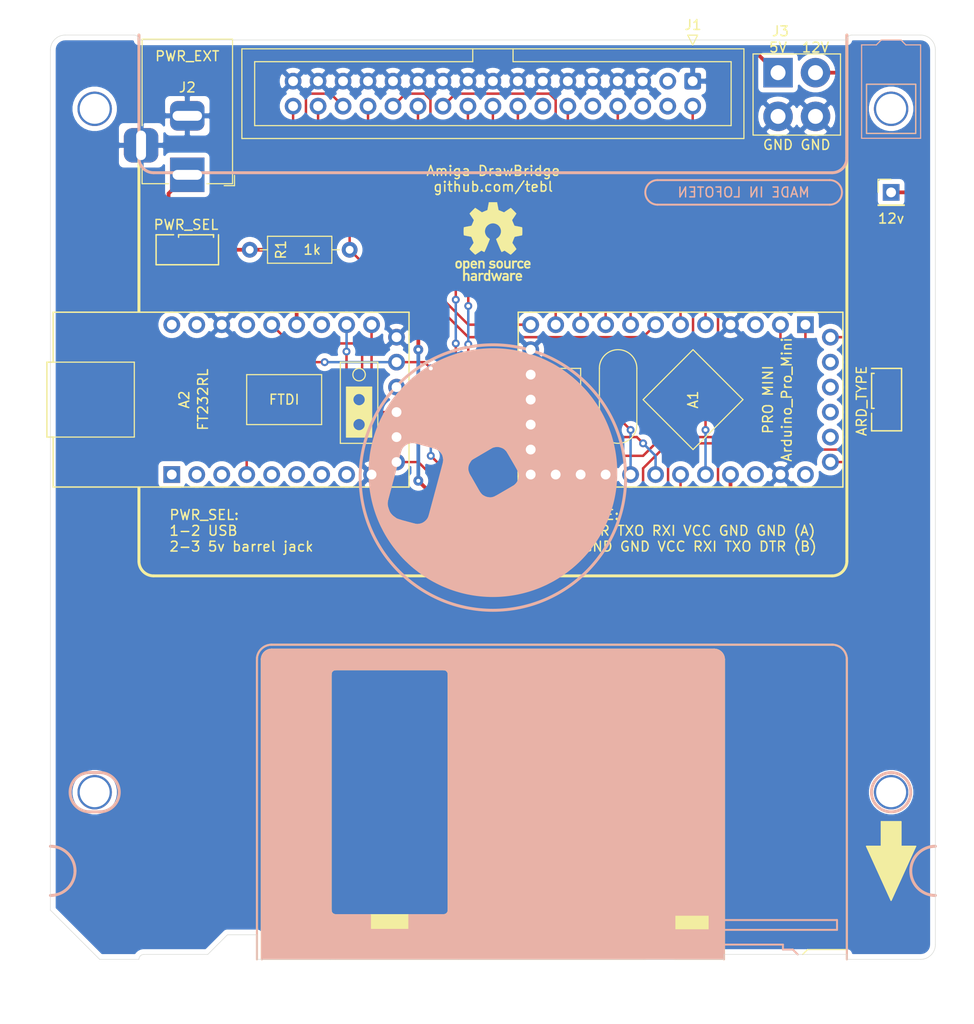
<source format=kicad_pcb>
(kicad_pcb (version 20171130) (host pcbnew "(5.1.8)-1")

  (general
    (thickness 1.6)
    (drawings 167)
    (tracks 200)
    (zones 0)
    (modules 14)
    (nets 25)
  )

  (page A4)
  (layers
    (0 F.Cu signal)
    (31 B.Cu signal)
    (32 B.Adhes user)
    (33 F.Adhes user)
    (34 B.Paste user)
    (35 F.Paste user)
    (36 B.SilkS user)
    (37 F.SilkS user)
    (38 B.Mask user)
    (39 F.Mask user)
    (40 Dwgs.User user)
    (41 Cmts.User user)
    (42 Eco1.User user)
    (43 Eco2.User user)
    (44 Edge.Cuts user)
    (45 Margin user)
    (46 B.CrtYd user)
    (47 F.CrtYd user)
    (48 B.Fab user)
    (49 F.Fab user)
  )

  (setup
    (last_trace_width 0.25)
    (trace_clearance 0.2)
    (zone_clearance 0.508)
    (zone_45_only no)
    (trace_min 0)
    (via_size 0.8)
    (via_drill 0.4)
    (via_min_size 0.4)
    (via_min_drill 0.3)
    (uvia_size 0.3)
    (uvia_drill 0.1)
    (uvias_allowed no)
    (uvia_min_size 0.2)
    (uvia_min_drill 0.1)
    (edge_width 0.05)
    (segment_width 0.2)
    (pcb_text_width 0.3)
    (pcb_text_size 1.5 1.5)
    (mod_edge_width 0.12)
    (mod_text_size 1 1)
    (mod_text_width 0.15)
    (pad_size 1.524 1.524)
    (pad_drill 0.762)
    (pad_to_mask_clearance 0)
    (aux_axis_origin 0 0)
    (visible_elements 7FFFFFFF)
    (pcbplotparams
      (layerselection 0x011fc_ffffffff)
      (usegerberextensions true)
      (usegerberattributes false)
      (usegerberadvancedattributes false)
      (creategerberjobfile false)
      (excludeedgelayer true)
      (linewidth 0.100000)
      (plotframeref false)
      (viasonmask false)
      (mode 1)
      (useauxorigin false)
      (hpglpennumber 1)
      (hpglpenspeed 20)
      (hpglpendiameter 15.000000)
      (psnegative false)
      (psa4output false)
      (plotreference true)
      (plotvalue true)
      (plotinvisibletext false)
      (padsonsilk false)
      (subtractmaskfromsilk false)
      (outputformat 1)
      (mirror false)
      (drillshape 0)
      (scaleselection 1)
      (outputdirectory "export/"))
  )

  (net 0 "")
  (net 1 /~SIDE1)
  (net 2 /~TRK00)
  (net 3 /~STEP)
  (net 4 /~DIR)
  (net 5 /~MOTEB)
  (net 6 /~RDATA)
  (net 7 /~WDATA)
  (net 8 /~INDEX)
  (net 9 GND)
  (net 10 /RXI)
  (net 11 /TXO)
  (net 12 /~DSKCHG)
  (net 13 /~DRVSB)
  (net 14 /~WGATE)
  (net 15 /~WPT)
  (net 16 "Net-(J2-Pad1)")
  (net 17 "Net-(J3-Pad1)")
  (net 18 "Net-(J3-Pad4)")
  (net 19 VCC)
  (net 20 "Net-(A1-Pad35)")
  (net 21 "Net-(A1-Pad30)")
  (net 22 /~REDWC)
  (net 23 /CTS)
  (net 24 /DTR)

  (net_class Default "This is the default net class."
    (clearance 0.2)
    (trace_width 0.25)
    (via_dia 0.8)
    (via_drill 0.4)
    (uvia_dia 0.3)
    (uvia_drill 0.1)
    (add_net /CTS)
    (add_net /DTR)
    (add_net /RXI)
    (add_net /TXO)
    (add_net /~DIR)
    (add_net /~DRVSB)
    (add_net /~DSKCHG)
    (add_net /~INDEX)
    (add_net /~MOTEB)
    (add_net /~RDATA)
    (add_net /~REDWC)
    (add_net /~SIDE1)
    (add_net /~STEP)
    (add_net /~TRK00)
    (add_net /~WDATA)
    (add_net /~WGATE)
    (add_net /~WPT)
    (add_net "Net-(A1-Pad30)")
    (add_net "Net-(A1-Pad35)")
  )

  (net_class Power ""
    (clearance 0.2)
    (trace_width 0.381)
    (via_dia 1)
    (via_drill 0.4)
    (uvia_dia 0.3)
    (uvia_drill 0.1)
    (add_net GND)
    (add_net "Net-(J2-Pad1)")
    (add_net "Net-(J3-Pad1)")
    (add_net "Net-(J3-Pad4)")
    (add_net VCC)
  )

  (module Symbol:OSHW-Logo_7.5x8mm_SilkScreen (layer F.Cu) (tedit 0) (tstamp 6154AA3F)
    (at 153 76)
    (descr "Open Source Hardware Logo")
    (tags "Logo OSHW")
    (attr virtual)
    (fp_text reference REF** (at 0 0) (layer F.SilkS) hide
      (effects (font (size 1 1) (thickness 0.15)))
    )
    (fp_text value OSHW-Logo_7.5x8mm_SilkScreen (at 0.75 0) (layer F.Fab) hide
      (effects (font (size 1 1) (thickness 0.15)))
    )
    (fp_poly (pts (xy 0.500964 -3.601424) (xy 0.576513 -3.200678) (xy 1.134041 -2.970846) (xy 1.468465 -3.198252)
      (xy 1.562122 -3.261569) (xy 1.646782 -3.318104) (xy 1.718495 -3.365273) (xy 1.773311 -3.400498)
      (xy 1.80728 -3.421195) (xy 1.81653 -3.425658) (xy 1.833195 -3.41418) (xy 1.868806 -3.382449)
      (xy 1.919371 -3.334517) (xy 1.9809 -3.274438) (xy 2.049399 -3.206267) (xy 2.120879 -3.134055)
      (xy 2.191347 -3.061858) (xy 2.256811 -2.993727) (xy 2.31328 -2.933717) (xy 2.356763 -2.885881)
      (xy 2.383268 -2.854273) (xy 2.389605 -2.843695) (xy 2.380486 -2.824194) (xy 2.35492 -2.781469)
      (xy 2.315597 -2.719702) (xy 2.265203 -2.643069) (xy 2.206427 -2.555752) (xy 2.172368 -2.505948)
      (xy 2.110289 -2.415007) (xy 2.055126 -2.332941) (xy 2.009554 -2.263837) (xy 1.97625 -2.211778)
      (xy 1.95789 -2.18085) (xy 1.955131 -2.17435) (xy 1.961385 -2.155879) (xy 1.978434 -2.112828)
      (xy 2.003703 -2.051251) (xy 2.034622 -1.977201) (xy 2.068618 -1.89673) (xy 2.103118 -1.815893)
      (xy 2.135551 -1.740742) (xy 2.163343 -1.677329) (xy 2.183923 -1.631707) (xy 2.194719 -1.609931)
      (xy 2.195356 -1.609074) (xy 2.212307 -1.604916) (xy 2.257451 -1.595639) (xy 2.32611 -1.582156)
      (xy 2.413602 -1.565379) (xy 2.51525 -1.546219) (xy 2.574556 -1.53517) (xy 2.683172 -1.51449)
      (xy 2.781277 -1.494811) (xy 2.863909 -1.477211) (xy 2.926104 -1.462767) (xy 2.962899 -1.452554)
      (xy 2.970296 -1.449314) (xy 2.97754 -1.427383) (xy 2.983385 -1.377853) (xy 2.987835 -1.306515)
      (xy 2.990893 -1.219161) (xy 2.992565 -1.121583) (xy 2.992853 -1.019574) (xy 2.991761 -0.918925)
      (xy 2.989294 -0.825428) (xy 2.985456 -0.744875) (xy 2.98025 -0.683058) (xy 2.973681 -0.64577)
      (xy 2.969741 -0.638007) (xy 2.946188 -0.628702) (xy 2.896282 -0.6154) (xy 2.826623 -0.599663)
      (xy 2.743813 -0.583054) (xy 2.714905 -0.577681) (xy 2.575531 -0.552152) (xy 2.465436 -0.531592)
      (xy 2.380982 -0.515185) (xy 2.31853 -0.502113) (xy 2.274444 -0.491559) (xy 2.245085 -0.482706)
      (xy 2.226815 -0.474737) (xy 2.215998 -0.466835) (xy 2.214485 -0.465273) (xy 2.199377 -0.440114)
      (xy 2.176329 -0.39115) (xy 2.147644 -0.324379) (xy 2.115622 -0.245795) (xy 2.082565 -0.161393)
      (xy 2.050773 -0.07717) (xy 2.022549 0.000879) (xy 2.000193 0.066759) (xy 1.986007 0.114473)
      (xy 1.982293 0.138027) (xy 1.982602 0.138852) (xy 1.995189 0.158104) (xy 2.023744 0.200463)
      (xy 2.065267 0.261521) (xy 2.116756 0.336868) (xy 2.175211 0.422096) (xy 2.191858 0.446315)
      (xy 2.251215 0.534123) (xy 2.303447 0.614238) (xy 2.345708 0.682062) (xy 2.375153 0.732993)
      (xy 2.388937 0.762431) (xy 2.389605 0.766048) (xy 2.378024 0.785057) (xy 2.346024 0.822714)
      (xy 2.297718 0.874973) (xy 2.23722 0.937786) (xy 2.168644 1.007106) (xy 2.096104 1.078885)
      (xy 2.023712 1.149077) (xy 1.955584 1.213635) (xy 1.895832 1.26851) (xy 1.848571 1.309656)
      (xy 1.817913 1.333026) (xy 1.809432 1.336842) (xy 1.789691 1.327855) (xy 1.749274 1.303616)
      (xy 1.694763 1.268209) (xy 1.652823 1.239711) (xy 1.576829 1.187418) (xy 1.486834 1.125845)
      (xy 1.396564 1.06437) (xy 1.348032 1.031469) (xy 1.183762 0.920359) (xy 1.045869 0.994916)
      (xy 0.983049 1.027578) (xy 0.929629 1.052966) (xy 0.893484 1.067446) (xy 0.884284 1.06946)
      (xy 0.873221 1.054584) (xy 0.851394 1.012547) (xy 0.820434 0.947227) (xy 0.78197 0.8625)
      (xy 0.737632 0.762245) (xy 0.689047 0.650339) (xy 0.637846 0.530659) (xy 0.585659 0.407084)
      (xy 0.534113 0.283491) (xy 0.48484 0.163757) (xy 0.439467 0.051759) (xy 0.399625 -0.048623)
      (xy 0.366942 -0.133514) (xy 0.343049 -0.199035) (xy 0.329574 -0.24131) (xy 0.327406 -0.255828)
      (xy 0.344583 -0.274347) (xy 0.38219 -0.30441) (xy 0.432366 -0.339768) (xy 0.436578 -0.342566)
      (xy 0.566264 -0.446375) (xy 0.670834 -0.567485) (xy 0.749381 -0.702024) (xy 0.800999 -0.846118)
      (xy 0.824782 -0.995895) (xy 0.819823 -1.147483) (xy 0.785217 -1.297008) (xy 0.720057 -1.4406)
      (xy 0.700886 -1.472016) (xy 0.601174 -1.598875) (xy 0.483377 -1.700745) (xy 0.351571 -1.777096)
      (xy 0.209833 -1.827398) (xy 0.062242 -1.851121) (xy -0.087127 -1.847735) (xy -0.234197 -1.816712)
      (xy -0.374889 -1.75752) (xy -0.505127 -1.669631) (xy -0.545414 -1.633958) (xy -0.647945 -1.522294)
      (xy -0.722659 -1.404743) (xy -0.77391 -1.27298) (xy -0.802454 -1.142493) (xy -0.8095 -0.995784)
      (xy -0.786004 -0.848347) (xy -0.734351 -0.705166) (xy -0.656929 -0.571223) (xy -0.556125 -0.451502)
      (xy -0.434324 -0.350986) (xy -0.418316 -0.340391) (xy -0.367602 -0.305694) (xy -0.32905 -0.27563)
      (xy -0.310619 -0.256435) (xy -0.310351 -0.255828) (xy -0.314308 -0.235064) (xy -0.329993 -0.187938)
      (xy -0.355778 -0.118327) (xy -0.390031 -0.030107) (xy -0.431123 0.072844) (xy -0.477424 0.18665)
      (xy -0.527304 0.307435) (xy -0.579133 0.431321) (xy -0.631281 0.554432) (xy -0.682118 0.672891)
      (xy -0.730013 0.782823) (xy -0.773338 0.880349) (xy -0.810462 0.961593) (xy -0.839756 1.022679)
      (xy -0.859588 1.05973) (xy -0.867574 1.06946) (xy -0.891979 1.061883) (xy -0.937642 1.04156)
      (xy -0.99669 1.012125) (xy -1.02916 0.994916) (xy -1.167053 0.920359) (xy -1.331323 1.031469)
      (xy -1.415179 1.08839) (xy -1.506987 1.15103) (xy -1.59302 1.210011) (xy -1.636113 1.239711)
      (xy -1.696723 1.28041) (xy -1.748045 1.312663) (xy -1.783385 1.332384) (xy -1.794863 1.336554)
      (xy -1.81157 1.325307) (xy -1.848546 1.293911) (xy -1.902205 1.245624) (xy -1.968962 1.183708)
      (xy -2.045234 1.111421) (xy -2.093473 1.065008) (xy -2.177867 0.982087) (xy -2.250803 0.90792)
      (xy -2.309331 0.84568) (xy -2.350503 0.798541) (xy -2.371372 0.769673) (xy -2.373374 0.763815)
      (xy -2.364083 0.741532) (xy -2.338409 0.696477) (xy -2.2992 0.633211) (xy -2.249303 0.556295)
      (xy -2.191567 0.470292) (xy -2.175149 0.446315) (xy -2.115323 0.35917) (xy -2.06165 0.28071)
      (xy -2.01713 0.215345) (xy -1.984765 0.167484) (xy -1.967555 0.141535) (xy -1.965893 0.138852)
      (xy -1.968379 0.118172) (xy -1.981577 0.072704) (xy -2.003186 0.008444) (xy -2.030904 -0.068613)
      (xy -2.06243 -0.152471) (xy -2.095463 -0.237134) (xy -2.127701 -0.316608) (xy -2.156843 -0.384896)
      (xy -2.180588 -0.436003) (xy -2.196635 -0.463933) (xy -2.197775 -0.465273) (xy -2.207588 -0.473255)
      (xy -2.224161 -0.481149) (xy -2.251132 -0.489771) (xy -2.292139 -0.499938) (xy -2.35082 -0.512469)
      (xy -2.430813 -0.528179) (xy -2.535755 -0.547887) (xy -2.669285 -0.572408) (xy -2.698196 -0.577681)
      (xy -2.783882 -0.594236) (xy -2.858582 -0.610431) (xy -2.915694 -0.624704) (xy -2.948617 -0.635492)
      (xy -2.953031 -0.638007) (xy -2.960306 -0.660304) (xy -2.966219 -0.710131) (xy -2.970766 -0.781696)
      (xy -2.973945 -0.869207) (xy -2.975749 -0.966872) (xy -2.976177 -1.068899) (xy -2.975223 -1.169497)
      (xy -2.972884 -1.262873) (xy -2.969156 -1.343235) (xy -2.964034 -1.404791) (xy -2.957516 -1.44175)
      (xy -2.953586 -1.449314) (xy -2.931708 -1.456944) (xy -2.881891 -1.469358) (xy -2.809097 -1.485478)
      (xy -2.718289 -1.504227) (xy -2.614431 -1.524529) (xy -2.557846 -1.53517) (xy -2.450486 -1.55524)
      (xy -2.354746 -1.57342) (xy -2.275306 -1.588801) (xy -2.216846 -1.600469) (xy -2.184045 -1.607512)
      (xy -2.178646 -1.609074) (xy -2.169522 -1.626678) (xy -2.150235 -1.669082) (xy -2.123355 -1.730228)
      (xy -2.091454 -1.804057) (xy -2.057102 -1.884511) (xy -2.022871 -1.965532) (xy -1.991331 -2.041063)
      (xy -1.965054 -2.105045) (xy -1.946611 -2.15142) (xy -1.938571 -2.174131) (xy -1.938422 -2.175124)
      (xy -1.947535 -2.193039) (xy -1.973086 -2.234267) (xy -2.012388 -2.294709) (xy -2.062757 -2.370269)
      (xy -2.121506 -2.456848) (xy -2.155658 -2.506579) (xy -2.21789 -2.597764) (xy -2.273164 -2.680551)
      (xy -2.318782 -2.750751) (xy -2.352048 -2.804176) (xy -2.370264 -2.836639) (xy -2.372895 -2.843917)
      (xy -2.361586 -2.860855) (xy -2.330319 -2.897022) (xy -2.28309 -2.948365) (xy -2.223892 -3.010833)
      (xy -2.156719 -3.080374) (xy -2.085566 -3.152935) (xy -2.014426 -3.224465) (xy -1.947293 -3.290913)
      (xy -1.888161 -3.348226) (xy -1.841025 -3.392353) (xy -1.809877 -3.419241) (xy -1.799457 -3.425658)
      (xy -1.782491 -3.416635) (xy -1.741911 -3.391285) (xy -1.681663 -3.35219) (xy -1.605693 -3.301929)
      (xy -1.517946 -3.243083) (xy -1.451756 -3.198252) (xy -1.117332 -2.970846) (xy -0.838567 -3.085762)
      (xy -0.559803 -3.200678) (xy -0.484254 -3.601424) (xy -0.408706 -4.002171) (xy 0.425415 -4.002171)
      (xy 0.500964 -3.601424)) (layer F.SilkS) (width 0.01))
    (fp_poly (pts (xy 2.391388 1.937645) (xy 2.448865 1.955206) (xy 2.485872 1.977395) (xy 2.497927 1.994942)
      (xy 2.494609 2.015742) (xy 2.473079 2.048419) (xy 2.454874 2.071562) (xy 2.417344 2.113402)
      (xy 2.389148 2.131005) (xy 2.365111 2.129856) (xy 2.293808 2.11171) (xy 2.241442 2.112534)
      (xy 2.198918 2.133098) (xy 2.184642 2.145134) (xy 2.138947 2.187483) (xy 2.138947 2.740526)
      (xy 1.955131 2.740526) (xy 1.955131 1.938421) (xy 2.047039 1.938421) (xy 2.102219 1.940603)
      (xy 2.130688 1.948351) (xy 2.138943 1.963468) (xy 2.138947 1.963916) (xy 2.142845 1.979749)
      (xy 2.160474 1.977684) (xy 2.184901 1.966261) (xy 2.23535 1.945005) (xy 2.276316 1.932216)
      (xy 2.329028 1.928938) (xy 2.391388 1.937645)) (layer F.SilkS) (width 0.01))
    (fp_poly (pts (xy -1.002043 1.952226) (xy -0.960454 1.97209) (xy -0.920175 2.000784) (xy -0.88949 2.033809)
      (xy -0.867139 2.075931) (xy -0.851864 2.131915) (xy -0.842408 2.206528) (xy -0.837513 2.304535)
      (xy -0.835919 2.430702) (xy -0.835894 2.443914) (xy -0.835527 2.740526) (xy -1.019343 2.740526)
      (xy -1.019343 2.467081) (xy -1.019473 2.365777) (xy -1.020379 2.292353) (xy -1.022827 2.241271)
      (xy -1.027586 2.20699) (xy -1.035426 2.183971) (xy -1.047115 2.166673) (xy -1.063398 2.149581)
      (xy -1.120366 2.112857) (xy -1.182555 2.106042) (xy -1.241801 2.129261) (xy -1.262405 2.146543)
      (xy -1.27753 2.162791) (xy -1.28839 2.180191) (xy -1.29569 2.204212) (xy -1.300137 2.240322)
      (xy -1.302436 2.293988) (xy -1.303296 2.37068) (xy -1.303422 2.464043) (xy -1.303422 2.740526)
      (xy -1.487237 2.740526) (xy -1.487237 1.938421) (xy -1.395329 1.938421) (xy -1.340149 1.940603)
      (xy -1.31168 1.948351) (xy -1.303425 1.963468) (xy -1.303422 1.963916) (xy -1.299592 1.97872)
      (xy -1.282699 1.97704) (xy -1.249112 1.960773) (xy -1.172937 1.93684) (xy -1.0858 1.934178)
      (xy -1.002043 1.952226)) (layer F.SilkS) (width 0.01))
    (fp_poly (pts (xy 3.558784 1.935554) (xy 3.601574 1.945949) (xy 3.683609 1.984013) (xy 3.753757 2.042149)
      (xy 3.802305 2.111852) (xy 3.808975 2.127502) (xy 3.818124 2.168496) (xy 3.824529 2.229138)
      (xy 3.82671 2.29043) (xy 3.82671 2.406316) (xy 3.584407 2.406316) (xy 3.484471 2.406693)
      (xy 3.414069 2.408987) (xy 3.369313 2.414938) (xy 3.346315 2.426285) (xy 3.341189 2.444771)
      (xy 3.350048 2.472136) (xy 3.365917 2.504155) (xy 3.410184 2.557592) (xy 3.471699 2.584215)
      (xy 3.546885 2.583347) (xy 3.632053 2.554371) (xy 3.705659 2.518611) (xy 3.766734 2.566904)
      (xy 3.82781 2.615197) (xy 3.770351 2.668285) (xy 3.693641 2.718445) (xy 3.599302 2.748688)
      (xy 3.497827 2.757151) (xy 3.399711 2.741974) (xy 3.383881 2.736824) (xy 3.297647 2.691791)
      (xy 3.233501 2.624652) (xy 3.190091 2.533405) (xy 3.166064 2.416044) (xy 3.165784 2.413529)
      (xy 3.163633 2.285627) (xy 3.172329 2.239997) (xy 3.342105 2.239997) (xy 3.357697 2.247013)
      (xy 3.400029 2.252388) (xy 3.462434 2.255457) (xy 3.501981 2.255921) (xy 3.575728 2.25563)
      (xy 3.62184 2.253783) (xy 3.6461 2.248912) (xy 3.654294 2.239555) (xy 3.652206 2.224245)
      (xy 3.650455 2.218322) (xy 3.62056 2.162668) (xy 3.573542 2.117815) (xy 3.532049 2.098105)
      (xy 3.476926 2.099295) (xy 3.421068 2.123875) (xy 3.374212 2.16457) (xy 3.346094 2.214108)
      (xy 3.342105 2.239997) (xy 3.172329 2.239997) (xy 3.185074 2.173133) (xy 3.227611 2.078727)
      (xy 3.288747 2.005088) (xy 3.365985 1.954893) (xy 3.45683 1.930822) (xy 3.558784 1.935554)) (layer F.SilkS) (width 0.01))
    (fp_poly (pts (xy 2.946576 1.945419) (xy 3.043395 1.986549) (xy 3.07389 2.006571) (xy 3.112865 2.03734)
      (xy 3.137331 2.061533) (xy 3.141578 2.069413) (xy 3.129584 2.086899) (xy 3.098887 2.11657)
      (xy 3.074312 2.137279) (xy 3.007046 2.191336) (xy 2.95393 2.146642) (xy 2.912884 2.117789)
      (xy 2.872863 2.107829) (xy 2.827059 2.110261) (xy 2.754324 2.128345) (xy 2.704256 2.165881)
      (xy 2.673829 2.226562) (xy 2.660017 2.314081) (xy 2.660013 2.314136) (xy 2.661208 2.411958)
      (xy 2.679772 2.48373) (xy 2.716804 2.532595) (xy 2.74205 2.549143) (xy 2.809097 2.569749)
      (xy 2.880709 2.569762) (xy 2.943015 2.549768) (xy 2.957763 2.54) (xy 2.99475 2.515047)
      (xy 3.023668 2.510958) (xy 3.054856 2.52953) (xy 3.089336 2.562887) (xy 3.143912 2.619196)
      (xy 3.083318 2.669142) (xy 2.989698 2.725513) (xy 2.884125 2.753293) (xy 2.773798 2.751282)
      (xy 2.701343 2.732862) (xy 2.616656 2.68731) (xy 2.548927 2.61565) (xy 2.518157 2.565066)
      (xy 2.493236 2.492488) (xy 2.480766 2.400569) (xy 2.48067 2.300948) (xy 2.49287 2.205267)
      (xy 2.51729 2.125169) (xy 2.521136 2.116956) (xy 2.578093 2.036413) (xy 2.655209 1.977771)
      (xy 2.74639 1.942247) (xy 2.845543 1.931057) (xy 2.946576 1.945419)) (layer F.SilkS) (width 0.01))
    (fp_poly (pts (xy 1.320131 2.198533) (xy 1.32171 2.321089) (xy 1.327481 2.414179) (xy 1.338991 2.481651)
      (xy 1.35779 2.527355) (xy 1.385426 2.555139) (xy 1.423448 2.568854) (xy 1.470526 2.572358)
      (xy 1.519832 2.568432) (xy 1.557283 2.554089) (xy 1.584428 2.525478) (xy 1.602815 2.478751)
      (xy 1.613993 2.410058) (xy 1.619511 2.31555) (xy 1.620921 2.198533) (xy 1.620921 1.938421)
      (xy 1.804736 1.938421) (xy 1.804736 2.740526) (xy 1.712828 2.740526) (xy 1.657422 2.738281)
      (xy 1.628891 2.730396) (xy 1.620921 2.715428) (xy 1.61612 2.702097) (xy 1.597014 2.704917)
      (xy 1.558504 2.723783) (xy 1.470239 2.752887) (xy 1.376623 2.750825) (xy 1.286921 2.719221)
      (xy 1.244204 2.694257) (xy 1.211621 2.667226) (xy 1.187817 2.633405) (xy 1.171439 2.588068)
      (xy 1.161131 2.526489) (xy 1.155541 2.443943) (xy 1.153312 2.335705) (xy 1.153026 2.252004)
      (xy 1.153026 1.938421) (xy 1.320131 1.938421) (xy 1.320131 2.198533)) (layer F.SilkS) (width 0.01))
    (fp_poly (pts (xy 0.811669 1.94831) (xy 0.896192 1.99434) (xy 0.962321 2.067006) (xy 0.993478 2.126106)
      (xy 1.006855 2.178305) (xy 1.015522 2.252719) (xy 1.019237 2.338442) (xy 1.017754 2.424569)
      (xy 1.010831 2.500193) (xy 1.002745 2.540584) (xy 0.975465 2.59584) (xy 0.92822 2.65453)
      (xy 0.871282 2.705852) (xy 0.814924 2.739005) (xy 0.81355 2.739531) (xy 0.743616 2.754018)
      (xy 0.660737 2.754377) (xy 0.581977 2.741188) (xy 0.551566 2.730617) (xy 0.473239 2.686201)
      (xy 0.417143 2.628007) (xy 0.380286 2.550965) (xy 0.35968 2.450001) (xy 0.355018 2.397116)
      (xy 0.355613 2.330663) (xy 0.534736 2.330663) (xy 0.54077 2.42763) (xy 0.558138 2.501523)
      (xy 0.58574 2.548736) (xy 0.605404 2.562237) (xy 0.655787 2.571651) (xy 0.715673 2.568864)
      (xy 0.767449 2.555316) (xy 0.781027 2.547862) (xy 0.816849 2.504451) (xy 0.840493 2.438014)
      (xy 0.850558 2.357161) (xy 0.845642 2.270502) (xy 0.834655 2.218349) (xy 0.803109 2.157951)
      (xy 0.753311 2.120197) (xy 0.693337 2.107143) (xy 0.631264 2.120849) (xy 0.583582 2.154372)
      (xy 0.558525 2.182031) (xy 0.5439 2.209294) (xy 0.536929 2.24619) (xy 0.534833 2.30275)
      (xy 0.534736 2.330663) (xy 0.355613 2.330663) (xy 0.356282 2.255994) (xy 0.379265 2.140271)
      (xy 0.423972 2.049941) (xy 0.490405 1.985) (xy 0.578565 1.945445) (xy 0.597495 1.940858)
      (xy 0.711266 1.93009) (xy 0.811669 1.94831)) (layer F.SilkS) (width 0.01))
    (fp_poly (pts (xy 0.018628 1.935547) (xy 0.081908 1.947548) (xy 0.147557 1.972648) (xy 0.154572 1.975848)
      (xy 0.204356 2.002026) (xy 0.238834 2.026353) (xy 0.249978 2.041937) (xy 0.239366 2.067353)
      (xy 0.213588 2.104853) (xy 0.202146 2.118852) (xy 0.154992 2.173954) (xy 0.094201 2.138086)
      (xy 0.036347 2.114192) (xy -0.0305 2.10142) (xy -0.094606 2.100613) (xy -0.144236 2.112615)
      (xy -0.156146 2.120105) (xy -0.178828 2.15445) (xy -0.181584 2.194013) (xy -0.164612 2.22492)
      (xy -0.154573 2.230913) (xy -0.12449 2.238357) (xy -0.071611 2.247106) (xy -0.006425 2.255467)
      (xy 0.0056 2.256778) (xy 0.110297 2.274888) (xy 0.186232 2.305651) (xy 0.236592 2.351907)
      (xy 0.264564 2.416497) (xy 0.273278 2.495387) (xy 0.26124 2.585065) (xy 0.222151 2.655486)
      (xy 0.155855 2.706777) (xy 0.062194 2.739067) (xy -0.041777 2.751807) (xy -0.126562 2.751654)
      (xy -0.195335 2.740083) (xy -0.242303 2.724109) (xy -0.30165 2.696275) (xy -0.356494 2.663973)
      (xy -0.375987 2.649755) (xy -0.426119 2.608835) (xy -0.305197 2.486477) (xy -0.236457 2.531967)
      (xy -0.167512 2.566133) (xy -0.093889 2.584004) (xy -0.023117 2.585889) (xy 0.037274 2.572101)
      (xy 0.079757 2.542949) (xy 0.093474 2.518352) (xy 0.091417 2.478904) (xy 0.05733 2.448737)
      (xy -0.008692 2.427906) (xy -0.081026 2.418279) (xy -0.192348 2.39991) (xy -0.275048 2.365254)
      (xy -0.330235 2.313297) (xy -0.359012 2.243023) (xy -0.362999 2.159707) (xy -0.343307 2.072681)
      (xy -0.298411 2.006902) (xy -0.227909 1.962068) (xy -0.131399 1.937879) (xy -0.0599 1.933137)
      (xy 0.018628 1.935547)) (layer F.SilkS) (width 0.01))
    (fp_poly (pts (xy -1.802982 1.957027) (xy -1.78633 1.964866) (xy -1.728695 2.007086) (xy -1.674195 2.0687)
      (xy -1.633501 2.136543) (xy -1.621926 2.167734) (xy -1.611366 2.223449) (xy -1.605069 2.290781)
      (xy -1.604304 2.318585) (xy -1.604211 2.406316) (xy -2.10915 2.406316) (xy -2.098387 2.45227)
      (xy -2.071967 2.50662) (xy -2.025778 2.553591) (xy -1.970828 2.583848) (xy -1.935811 2.590131)
      (xy -1.888323 2.582506) (xy -1.831665 2.563383) (xy -1.812418 2.554584) (xy -1.741241 2.519036)
      (xy -1.680498 2.565367) (xy -1.645448 2.596703) (xy -1.626798 2.622567) (xy -1.625853 2.630158)
      (xy -1.642515 2.648556) (xy -1.67903 2.676515) (xy -1.712172 2.698327) (xy -1.801607 2.737537)
      (xy -1.901871 2.755285) (xy -2.001246 2.75067) (xy -2.080461 2.726551) (xy -2.16212 2.674884)
      (xy -2.220151 2.606856) (xy -2.256454 2.518843) (xy -2.272928 2.407216) (xy -2.274389 2.356138)
      (xy -2.268543 2.239091) (xy -2.267825 2.235686) (xy -2.100511 2.235686) (xy -2.095903 2.246662)
      (xy -2.076964 2.252715) (xy -2.037902 2.25531) (xy -1.972923 2.25591) (xy -1.947903 2.255921)
      (xy -1.871779 2.255014) (xy -1.823504 2.25172) (xy -1.79754 2.245181) (xy -1.788352 2.234537)
      (xy -1.788027 2.231119) (xy -1.798513 2.203956) (xy -1.824758 2.165903) (xy -1.836041 2.152579)
      (xy -1.877928 2.114896) (xy -1.921591 2.10008) (xy -1.945115 2.098842) (xy -2.008757 2.114329)
      (xy -2.062127 2.15593) (xy -2.095981 2.216353) (xy -2.096581 2.218322) (xy -2.100511 2.235686)
      (xy -2.267825 2.235686) (xy -2.249101 2.146928) (xy -2.214078 2.07319) (xy -2.171244 2.020848)
      (xy -2.092052 1.964092) (xy -1.99896 1.933762) (xy -1.899945 1.931021) (xy -1.802982 1.957027)) (layer F.SilkS) (width 0.01))
    (fp_poly (pts (xy -3.373216 1.947104) (xy -3.285795 1.985754) (xy -3.21943 2.05029) (xy -3.174024 2.140812)
      (xy -3.149482 2.257418) (xy -3.147723 2.275624) (xy -3.146344 2.403984) (xy -3.164216 2.516496)
      (xy -3.20025 2.607688) (xy -3.219545 2.637022) (xy -3.286755 2.699106) (xy -3.37235 2.739316)
      (xy -3.46811 2.756003) (xy -3.565813 2.747517) (xy -3.640083 2.72138) (xy -3.703953 2.677335)
      (xy -3.756154 2.619587) (xy -3.757057 2.618236) (xy -3.778256 2.582593) (xy -3.792033 2.546752)
      (xy -3.800376 2.501519) (xy -3.805273 2.437701) (xy -3.807431 2.385368) (xy -3.808329 2.33791)
      (xy -3.641257 2.33791) (xy -3.639624 2.385154) (xy -3.633696 2.448046) (xy -3.623239 2.488407)
      (xy -3.604381 2.517122) (xy -3.586719 2.533896) (xy -3.524106 2.569016) (xy -3.458592 2.57371)
      (xy -3.397579 2.54844) (xy -3.367072 2.520124) (xy -3.345089 2.491589) (xy -3.332231 2.464284)
      (xy -3.326588 2.42875) (xy -3.326249 2.375524) (xy -3.327988 2.326506) (xy -3.331729 2.256482)
      (xy -3.337659 2.211064) (xy -3.348347 2.18144) (xy -3.366361 2.158797) (xy -3.380637 2.145855)
      (xy -3.440349 2.11186) (xy -3.504766 2.110165) (xy -3.558781 2.130301) (xy -3.60486 2.172352)
      (xy -3.632311 2.241428) (xy -3.641257 2.33791) (xy -3.808329 2.33791) (xy -3.809401 2.281299)
      (xy -3.806036 2.203468) (xy -3.795955 2.14493) (xy -3.777774 2.098737) (xy -3.75011 2.057942)
      (xy -3.739854 2.045828) (xy -3.675722 1.985474) (xy -3.606934 1.95022) (xy -3.522811 1.93545)
      (xy -3.481791 1.934243) (xy -3.373216 1.947104)) (layer F.SilkS) (width 0.01))
    (fp_poly (pts (xy 2.701193 3.196078) (xy 2.781068 3.216845) (xy 2.847962 3.259705) (xy 2.880351 3.291723)
      (xy 2.933445 3.367413) (xy 2.963873 3.455216) (xy 2.974327 3.56315) (xy 2.97438 3.571875)
      (xy 2.974473 3.659605) (xy 2.469534 3.659605) (xy 2.480298 3.705559) (xy 2.499732 3.747178)
      (xy 2.533745 3.790544) (xy 2.54086 3.797467) (xy 2.602003 3.834935) (xy 2.671729 3.841289)
      (xy 2.751987 3.816638) (xy 2.765592 3.81) (xy 2.807319 3.789819) (xy 2.835268 3.778321)
      (xy 2.840145 3.777258) (xy 2.857168 3.787583) (xy 2.889633 3.812845) (xy 2.906114 3.82665)
      (xy 2.940264 3.858361) (xy 2.951478 3.879299) (xy 2.943695 3.89856) (xy 2.939535 3.903827)
      (xy 2.911357 3.926878) (xy 2.864862 3.954892) (xy 2.832434 3.971246) (xy 2.740385 4.000059)
      (xy 2.638476 4.009395) (xy 2.541963 3.998332) (xy 2.514934 3.990412) (xy 2.431276 3.945581)
      (xy 2.369266 3.876598) (xy 2.328545 3.782794) (xy 2.308755 3.663498) (xy 2.306582 3.601118)
      (xy 2.312926 3.510298) (xy 2.473157 3.510298) (xy 2.488655 3.517012) (xy 2.530312 3.52228)
      (xy 2.590876 3.525389) (xy 2.631907 3.525921) (xy 2.705711 3.525408) (xy 2.752293 3.523006)
      (xy 2.777848 3.517422) (xy 2.788569 3.507361) (xy 2.790657 3.492763) (xy 2.776331 3.447796)
      (xy 2.740262 3.403353) (xy 2.692815 3.369242) (xy 2.645349 3.355288) (xy 2.580879 3.367666)
      (xy 2.52507 3.403452) (xy 2.486374 3.455033) (xy 2.473157 3.510298) (xy 2.312926 3.510298)
      (xy 2.315821 3.468866) (xy 2.344336 3.363498) (xy 2.392729 3.284178) (xy 2.461604 3.230071)
      (xy 2.551565 3.200343) (xy 2.6003 3.194618) (xy 2.701193 3.196078)) (layer F.SilkS) (width 0.01))
    (fp_poly (pts (xy 2.173167 3.191447) (xy 2.237408 3.204112) (xy 2.27398 3.222864) (xy 2.312453 3.254017)
      (xy 2.257717 3.323127) (xy 2.223969 3.364979) (xy 2.201053 3.385398) (xy 2.178279 3.388517)
      (xy 2.144956 3.378472) (xy 2.129314 3.372789) (xy 2.065542 3.364404) (xy 2.00714 3.382378)
      (xy 1.964264 3.422982) (xy 1.957299 3.435929) (xy 1.949713 3.470224) (xy 1.943859 3.533427)
      (xy 1.940011 3.62106) (xy 1.938443 3.72864) (xy 1.938421 3.743944) (xy 1.938421 4.010526)
      (xy 1.754605 4.010526) (xy 1.754605 3.19171) (xy 1.846513 3.19171) (xy 1.899507 3.193094)
      (xy 1.927115 3.199252) (xy 1.937324 3.213194) (xy 1.938421 3.226344) (xy 1.938421 3.260978)
      (xy 1.98245 3.226344) (xy 2.032937 3.202716) (xy 2.10076 3.191033) (xy 2.173167 3.191447)) (layer F.SilkS) (width 0.01))
    (fp_poly (pts (xy 1.379992 3.196673) (xy 1.450427 3.21378) (xy 1.470787 3.222844) (xy 1.510253 3.246583)
      (xy 1.540541 3.273321) (xy 1.562952 3.307699) (xy 1.578786 3.35436) (xy 1.589343 3.417946)
      (xy 1.595924 3.503099) (xy 1.599828 3.614462) (xy 1.60131 3.688849) (xy 1.606765 4.010526)
      (xy 1.51358 4.010526) (xy 1.457047 4.008156) (xy 1.427922 4.000055) (xy 1.420394 3.986451)
      (xy 1.41642 3.971741) (xy 1.398652 3.974554) (xy 1.37444 3.986348) (xy 1.313828 4.004427)
      (xy 1.235929 4.009299) (xy 1.153995 4.00133) (xy 1.081281 3.980889) (xy 1.074759 3.978051)
      (xy 1.008302 3.931365) (xy 0.964491 3.866464) (xy 0.944332 3.7906) (xy 0.945872 3.763344)
      (xy 1.110345 3.763344) (xy 1.124837 3.800024) (xy 1.167805 3.826309) (xy 1.237129 3.840417)
      (xy 1.274177 3.84229) (xy 1.335919 3.837494) (xy 1.37696 3.818858) (xy 1.386973 3.81)
      (xy 1.4141 3.761806) (xy 1.420394 3.718092) (xy 1.420394 3.659605) (xy 1.33893 3.659605)
      (xy 1.244234 3.664432) (xy 1.177813 3.679613) (xy 1.135846 3.7062) (xy 1.126449 3.718052)
      (xy 1.110345 3.763344) (xy 0.945872 3.763344) (xy 0.948829 3.711026) (xy 0.978985 3.634995)
      (xy 1.020131 3.583612) (xy 1.045052 3.561397) (xy 1.069448 3.546798) (xy 1.101191 3.537897)
      (xy 1.148152 3.532775) (xy 1.218204 3.529515) (xy 1.24599 3.528577) (xy 1.420394 3.522879)
      (xy 1.420138 3.470091) (xy 1.413384 3.414603) (xy 1.388964 3.381052) (xy 1.33963 3.359618)
      (xy 1.338306 3.359236) (xy 1.26836 3.350808) (xy 1.199914 3.361816) (xy 1.149047 3.388585)
      (xy 1.128637 3.401803) (xy 1.106654 3.399974) (xy 1.072826 3.380824) (xy 1.052961 3.367308)
      (xy 1.014106 3.338432) (xy 0.990038 3.316786) (xy 0.986176 3.310589) (xy 1.002079 3.278519)
      (xy 1.049065 3.240219) (xy 1.069473 3.227297) (xy 1.128143 3.205041) (xy 1.207212 3.192432)
      (xy 1.295041 3.1896) (xy 1.379992 3.196673)) (layer F.SilkS) (width 0.01))
    (fp_poly (pts (xy 0.37413 3.195104) (xy 0.44022 3.200066) (xy 0.526626 3.459079) (xy 0.613031 3.718092)
      (xy 0.640124 3.626184) (xy 0.656428 3.569384) (xy 0.677875 3.492625) (xy 0.701035 3.408251)
      (xy 0.71328 3.362993) (xy 0.759344 3.19171) (xy 0.949387 3.19171) (xy 0.892582 3.371349)
      (xy 0.864607 3.459704) (xy 0.830813 3.566281) (xy 0.79552 3.677454) (xy 0.764013 3.776579)
      (xy 0.69225 4.002171) (xy 0.537286 4.012253) (xy 0.49527 3.873528) (xy 0.469359 3.787351)
      (xy 0.441083 3.692347) (xy 0.416369 3.608441) (xy 0.415394 3.605102) (xy 0.396935 3.548248)
      (xy 0.380649 3.509456) (xy 0.369242 3.494787) (xy 0.366898 3.496483) (xy 0.358671 3.519225)
      (xy 0.343038 3.56794) (xy 0.321904 3.636502) (xy 0.29717 3.718785) (xy 0.283787 3.764046)
      (xy 0.211311 4.010526) (xy 0.057495 4.010526) (xy -0.065469 3.622006) (xy -0.100012 3.513022)
      (xy -0.131479 3.414048) (xy -0.158384 3.329736) (xy -0.179241 3.264734) (xy -0.192562 3.223692)
      (xy -0.196612 3.211701) (xy -0.193406 3.199423) (xy -0.168235 3.194046) (xy -0.115854 3.194584)
      (xy -0.107655 3.19499) (xy -0.010518 3.200066) (xy 0.0531 3.434013) (xy 0.076484 3.519333)
      (xy 0.097381 3.594335) (xy 0.113951 3.652507) (xy 0.124354 3.687337) (xy 0.126276 3.693016)
      (xy 0.134241 3.686486) (xy 0.150304 3.652654) (xy 0.172621 3.596127) (xy 0.199345 3.52151)
      (xy 0.221937 3.454107) (xy 0.308041 3.190143) (xy 0.37413 3.195104)) (layer F.SilkS) (width 0.01))
    (fp_poly (pts (xy -0.267369 4.010526) (xy -0.359277 4.010526) (xy -0.412623 4.008962) (xy -0.440407 4.002485)
      (xy -0.45041 3.988418) (xy -0.451185 3.978906) (xy -0.452872 3.959832) (xy -0.46351 3.956174)
      (xy -0.491465 3.967932) (xy -0.513205 3.978906) (xy -0.596668 4.004911) (xy -0.687396 4.006416)
      (xy -0.761158 3.987021) (xy -0.829846 3.940165) (xy -0.882206 3.871004) (xy -0.910878 3.789427)
      (xy -0.911608 3.784866) (xy -0.915868 3.735101) (xy -0.917986 3.663659) (xy -0.917816 3.609626)
      (xy -0.73528 3.609626) (xy -0.731051 3.681441) (xy -0.721432 3.740634) (xy -0.70841 3.77406)
      (xy -0.659144 3.81974) (xy -0.60065 3.836115) (xy -0.540329 3.822873) (xy -0.488783 3.783373)
      (xy -0.469262 3.756807) (xy -0.457848 3.725106) (xy -0.452502 3.678832) (xy -0.451185 3.609328)
      (xy -0.453542 3.540499) (xy -0.459767 3.480026) (xy -0.468592 3.439556) (xy -0.470063 3.435929)
      (xy -0.505653 3.392802) (xy -0.5576 3.369124) (xy -0.615722 3.365301) (xy -0.66984 3.381738)
      (xy -0.709774 3.41884) (xy -0.713917 3.426222) (xy -0.726884 3.471239) (xy -0.733948 3.535967)
      (xy -0.73528 3.609626) (xy -0.917816 3.609626) (xy -0.917729 3.58223) (xy -0.916528 3.538405)
      (xy -0.908355 3.429988) (xy -0.89137 3.348588) (xy -0.863113 3.288412) (xy -0.821128 3.243666)
      (xy -0.780368 3.2174) (xy -0.723419 3.198935) (xy -0.652589 3.192602) (xy -0.580059 3.19776)
      (xy -0.518014 3.213769) (xy -0.485232 3.23292) (xy -0.451185 3.263732) (xy -0.451185 2.87421)
      (xy -0.267369 2.87421) (xy -0.267369 4.010526)) (layer F.SilkS) (width 0.01))
    (fp_poly (pts (xy -1.320119 3.193486) (xy -1.295112 3.200982) (xy -1.28705 3.217451) (xy -1.286711 3.224886)
      (xy -1.285264 3.245594) (xy -1.275302 3.248845) (xy -1.248388 3.234648) (xy -1.232402 3.224948)
      (xy -1.181967 3.204175) (xy -1.121728 3.193904) (xy -1.058566 3.193114) (xy -0.999363 3.200786)
      (xy -0.950998 3.215898) (xy -0.920354 3.237432) (xy -0.914311 3.264366) (xy -0.917361 3.27166)
      (xy -0.939594 3.301937) (xy -0.97407 3.339175) (xy -0.980306 3.345195) (xy -1.013167 3.372875)
      (xy -1.04152 3.381818) (xy -1.081173 3.375576) (xy -1.097058 3.371429) (xy -1.146491 3.361467)
      (xy -1.181248 3.365947) (xy -1.2106 3.381746) (xy -1.237487 3.402949) (xy -1.25729 3.429614)
      (xy -1.271052 3.466827) (xy -1.279816 3.519673) (xy -1.284626 3.593237) (xy -1.286526 3.692605)
      (xy -1.286711 3.752601) (xy -1.286711 4.010526) (xy -1.453816 4.010526) (xy -1.453816 3.19171)
      (xy -1.370264 3.19171) (xy -1.320119 3.193486)) (layer F.SilkS) (width 0.01))
    (fp_poly (pts (xy -1.839543 3.198184) (xy -1.76093 3.21916) (xy -1.701084 3.25718) (xy -1.658853 3.306978)
      (xy -1.645725 3.32823) (xy -1.636032 3.350492) (xy -1.629256 3.37897) (xy -1.624877 3.418871)
      (xy -1.622376 3.475401) (xy -1.621232 3.553767) (xy -1.620928 3.659176) (xy -1.620922 3.687142)
      (xy -1.620922 4.010526) (xy -1.701132 4.010526) (xy -1.752294 4.006943) (xy -1.790123 3.997866)
      (xy -1.799601 3.992268) (xy -1.825512 3.982606) (xy -1.851976 3.992268) (xy -1.895548 4.00433)
      (xy -1.95884 4.009185) (xy -2.02899 4.007078) (xy -2.09314 3.998256) (xy -2.130593 3.986937)
      (xy -2.203067 3.940412) (xy -2.24836 3.875846) (xy -2.268722 3.79) (xy -2.268912 3.787796)
      (xy -2.267125 3.749713) (xy -2.105527 3.749713) (xy -2.091399 3.79303) (xy -2.068388 3.817408)
      (xy -2.022196 3.835845) (xy -1.961225 3.843205) (xy -1.899051 3.839583) (xy -1.849249 3.825074)
      (xy -1.835297 3.815765) (xy -1.810915 3.772753) (xy -1.804737 3.723857) (xy -1.804737 3.659605)
      (xy -1.897182 3.659605) (xy -1.985005 3.666366) (xy -2.051582 3.68552) (xy -2.092998 3.715376)
      (xy -2.105527 3.749713) (xy -2.267125 3.749713) (xy -2.26451 3.694004) (xy -2.233576 3.619847)
      (xy -2.175419 3.563767) (xy -2.16738 3.558665) (xy -2.132837 3.542055) (xy -2.090082 3.531996)
      (xy -2.030314 3.527107) (xy -1.95931 3.525983) (xy -1.804737 3.525921) (xy -1.804737 3.461125)
      (xy -1.811294 3.41085) (xy -1.828025 3.377169) (xy -1.829984 3.375376) (xy -1.867217 3.360642)
      (xy -1.92342 3.354931) (xy -1.985533 3.357737) (xy -2.04049 3.368556) (xy -2.073101 3.384782)
      (xy -2.090772 3.39778) (xy -2.109431 3.400262) (xy -2.135181 3.389613) (xy -2.174127 3.363218)
      (xy -2.23237 3.318465) (xy -2.237716 3.314273) (xy -2.234977 3.29876) (xy -2.212124 3.27296)
      (xy -2.177391 3.244289) (xy -2.13901 3.220166) (xy -2.126952 3.21447) (xy -2.082966 3.203103)
      (xy -2.018513 3.194995) (xy -1.946503 3.191743) (xy -1.943136 3.191736) (xy -1.839543 3.198184)) (layer F.SilkS) (width 0.01))
    (fp_poly (pts (xy -2.53664 1.952468) (xy -2.501408 1.969874) (xy -2.45796 2.000206) (xy -2.426294 2.033283)
      (xy -2.404606 2.074817) (xy -2.391097 2.130522) (xy -2.383962 2.206111) (xy -2.3814 2.307296)
      (xy -2.38125 2.350797) (xy -2.381688 2.446135) (xy -2.383504 2.514271) (xy -2.387455 2.561418)
      (xy -2.394298 2.59379) (xy -2.404789 2.6176) (xy -2.415704 2.633843) (xy -2.485381 2.702952)
      (xy -2.567434 2.744521) (xy -2.65595 2.757023) (xy -2.745019 2.738934) (xy -2.773237 2.726142)
      (xy -2.84079 2.690931) (xy -2.84079 3.2427) (xy -2.791488 3.217205) (xy -2.726527 3.19748)
      (xy -2.64668 3.192427) (xy -2.566948 3.201756) (xy -2.506735 3.222714) (xy -2.456792 3.262627)
      (xy -2.414119 3.319741) (xy -2.41091 3.325605) (xy -2.397378 3.353227) (xy -2.387495 3.381068)
      (xy -2.380691 3.414794) (xy -2.376399 3.460071) (xy -2.374049 3.522562) (xy -2.373072 3.607935)
      (xy -2.372895 3.70401) (xy -2.372895 4.010526) (xy -2.556711 4.010526) (xy -2.556711 3.445339)
      (xy -2.608125 3.402077) (xy -2.661534 3.367472) (xy -2.712112 3.36118) (xy -2.76297 3.377372)
      (xy -2.790075 3.393227) (xy -2.810249 3.41581) (xy -2.824597 3.44994) (xy -2.834224 3.500434)
      (xy -2.840237 3.572111) (xy -2.84374 3.669788) (xy -2.844974 3.734802) (xy -2.849145 4.002171)
      (xy -2.936875 4.007222) (xy -3.024606 4.012273) (xy -3.024606 2.353101) (xy -2.84079 2.353101)
      (xy -2.836104 2.4456) (xy -2.820312 2.509809) (xy -2.790817 2.549759) (xy -2.74502 2.56948)
      (xy -2.69875 2.573421) (xy -2.646372 2.568892) (xy -2.61161 2.551069) (xy -2.589872 2.527519)
      (xy -2.57276 2.502189) (xy -2.562573 2.473969) (xy -2.55804 2.434431) (xy -2.557891 2.375142)
      (xy -2.559416 2.325498) (xy -2.562919 2.25071) (xy -2.568133 2.201611) (xy -2.576913 2.170467)
      (xy -2.591114 2.149545) (xy -2.604516 2.137452) (xy -2.660513 2.111081) (xy -2.726789 2.106822)
      (xy -2.764844 2.115906) (xy -2.802523 2.148196) (xy -2.827481 2.211006) (xy -2.839578 2.303894)
      (xy -2.84079 2.353101) (xy -3.024606 2.353101) (xy -3.024606 1.938421) (xy -2.932698 1.938421)
      (xy -2.877517 1.940603) (xy -2.849048 1.948351) (xy -2.840794 1.963468) (xy -2.84079 1.963916)
      (xy -2.83696 1.97872) (xy -2.820067 1.977039) (xy -2.786481 1.960772) (xy -2.708222 1.935887)
      (xy -2.620173 1.933271) (xy -2.53664 1.952468)) (layer F.SilkS) (width 0.01))
  )

  (module pwr_drv:PWR_DRV (layer F.Cu) (tedit 615396EB) (tstamp 6176986F)
    (at 182 62)
    (descr "simple 4-pin terminal block, pitch 5.08mm, revamped version of bornier4")
    (tags "terminal block bornier4")
    (path /618AF5F0)
    (fp_text reference J3 (at 0.245 -7.39) (layer F.SilkS)
      (effects (font (size 1 1) (thickness 0.15)))
    )
    (fp_text value PWR_DRV (at 11.675 -4.85) (layer F.Fab)
      (effects (font (size 1 1) (thickness 0.15)))
    )
    (fp_line (start 6.5405 3.365) (end -2.73 3.365) (layer F.CrtYd) (width 0.05))
    (fp_line (start 6.5405 3.3655) (end 6.54 -5.08) (layer F.CrtYd) (width 0.05))
    (fp_line (start -2.73 -5.08) (end -2.73 3.365) (layer F.CrtYd) (width 0.05))
    (fp_line (start -2.73 -5.08) (end 6.54 -5.08) (layer F.CrtYd) (width 0.05))
    (fp_line (start -2.54 3.175) (end 6.35 3.175) (layer F.SilkS) (width 0.12))
    (fp_line (start -2.54 -5.08) (end 6.35 -5.08) (layer F.SilkS) (width 0.12))
    (fp_line (start 6.35 3.175) (end 6.35 -5.08) (layer F.SilkS) (width 0.12))
    (fp_line (start -2.54 -5.08) (end -2.54 3.175) (layer F.SilkS) (width 0.12))
    (fp_line (start 6.35 3.115) (end -2.43 3.115) (layer F.Fab) (width 0.1))
    (fp_line (start 6.29 -5.08) (end 6.29 3.175) (layer F.Fab) (width 0.1))
    (fp_line (start -2.54 -5.08) (end 6.35 -5.08) (layer F.Fab) (width 0.1))
    (fp_line (start -2.48 3.115) (end -2.48 -5.08) (layer F.Fab) (width 0.1))
    (fp_line (start -2.43 3.115) (end -2.48 3.115) (layer F.Fab) (width 0.1))
    (fp_text user %R (at 7.62 0) (layer F.Fab)
      (effects (font (size 1 1) (thickness 0.15)))
    )
    (pad 3 thru_hole circle (at 3.81 1.27) (size 3 3) (drill 1.52) (layers *.Cu *.Mask)
      (net 9 GND))
    (pad 1 thru_hole rect (at 0 -3.175) (size 3 3) (drill 1.52) (layers *.Cu *.Mask)
      (net 17 "Net-(J3-Pad1)"))
    (pad 2 thru_hole circle (at 0 1.27) (size 3 3) (drill 1.52) (layers *.Cu *.Mask)
      (net 9 GND))
    (pad 4 thru_hole circle (at 3.81 -3.175) (size 3 3) (drill 1.52) (layers *.Cu *.Mask)
      (net 18 "Net-(J3-Pad4)"))
    (model ${KISYS3DMOD}/TerminalBlock.3dshapes/TerminalBlock_bornier-4_P5.08mm.wrl
      (offset (xyz 7.619999885559082 0 0))
      (scale (xyz 1 1 1))
      (rotate (xyz 0 0 0))
    )
  )

  (module arduino:Arduino_Pro_Mini (layer F.Cu) (tedit 61523A4C) (tstamp 6176A930)
    (at 170.815 92.075 270)
    (path /614FCB2A)
    (fp_text reference A1 (at 0 -2.54 270) (layer F.SilkS)
      (effects (font (size 1 1) (thickness 0.15)))
    )
    (fp_text value Arduino_Pro_Mini (at 0 -12.065 270) (layer F.SilkS)
      (effects (font (size 1 1) (thickness 0.15)))
    )
    (fp_line (start -8.89 -17.78) (end 8.89 -17.78) (layer F.SilkS) (width 0.15))
    (fp_line (start 8.89 15.24) (end 8.89 -17.78) (layer F.SilkS) (width 0.15))
    (fp_line (start -8.89 -17.78) (end -8.89 15.24) (layer F.SilkS) (width 0.15))
    (fp_line (start -8.89 15.24) (end 8.89 15.24) (layer F.SilkS) (width 0.15))
    (fp_line (start -3.175 11.43) (end -3.175 8.89) (layer F.SilkS) (width 0.12))
    (fp_line (start -3.175 8.89) (end 2.54 8.89) (layer F.SilkS) (width 0.12))
    (fp_line (start 2.54 8.89) (end 2.54 11.43) (layer F.SilkS) (width 0.12))
    (fp_line (start 2.54 11.43) (end -3.175 11.43) (layer F.SilkS) (width 0.12))
    (fp_line (start -1.905 9.525) (end 1.27 9.525) (layer F.SilkS) (width 0.12))
    (fp_line (start 1.27 9.525) (end 1.27 10.795) (layer F.SilkS) (width 0.12))
    (fp_line (start 1.27 10.795) (end -1.905 10.795) (layer F.SilkS) (width 0.12))
    (fp_line (start -1.905 10.795) (end -1.905 9.525) (layer F.SilkS) (width 0.12))
    (fp_line (start -3.175 3.175) (end 2.54 3.175) (layer F.SilkS) (width 0.12))
    (fp_line (start 2.54 6.985) (end -3.175 6.985) (layer F.SilkS) (width 0.12))
    (fp_line (start -5.08 -2.54) (end 0 -7.62) (layer F.SilkS) (width 0.12))
    (fp_line (start 0 -7.62) (end 5.08 -2.54) (layer F.SilkS) (width 0.12))
    (fp_line (start 5.08 -2.54) (end 0 2.54) (layer F.SilkS) (width 0.12))
    (fp_line (start 0 2.54) (end -5.08 -2.54) (layer F.SilkS) (width 0.12))
    (fp_arc (start 2.54 5.08) (end 2.54 6.985) (angle -180) (layer F.SilkS) (width 0.12))
    (fp_arc (start -3.175 5.08) (end -3.175 3.175) (angle -180) (layer F.SilkS) (width 0.12))
    (fp_text user "PRO MINI" (at 0 -10.16 90) (layer F.SilkS)
      (effects (font (size 1 1) (thickness 0.15)))
    )
    (pad 35 thru_hole circle (at -6.35 -16.51 270) (size 1.7 1.7) (drill 1) (layers *.Cu *.Mask)
      (net 20 "Net-(A1-Pad35)"))
    (pad 34 thru_hole circle (at -3.81 -16.51 270) (size 1.7 1.7) (drill 1) (layers *.Cu *.Mask))
    (pad 33 thru_hole circle (at -1.27 -16.51 270) (size 1.7 1.7) (drill 1) (layers *.Cu *.Mask))
    (pad 32 thru_hole circle (at 1.27 -16.51 270) (size 1.7 1.7) (drill 1) (layers *.Cu *.Mask))
    (pad 31 thru_hole circle (at 3.81 -16.51 270) (size 1.7 1.7) (drill 1) (layers *.Cu *.Mask))
    (pad 30 thru_hole circle (at 6.35 -16.51 270) (size 1.7 1.7) (drill 1) (layers *.Cu *.Mask)
      (net 21 "Net-(A1-Pad30)"))
    (pad 29 thru_hole circle (at 7.62 -13.97 270) (size 1.7 1.7) (drill 1) (layers *.Cu *.Mask))
    (pad 28 thru_hole circle (at 7.62 -11.43 270) (size 1.7 1.7) (drill 1) (layers *.Cu *.Mask)
      (net 9 GND))
    (pad 27 thru_hole circle (at 7.62 -8.89 270) (size 1.7 1.7) (drill 1) (layers *.Cu *.Mask))
    (pad 26 thru_hole circle (at 7.62 -6.35 270) (size 1.7 1.7) (drill 1) (layers *.Cu *.Mask)
      (net 19 VCC))
    (pad 25 thru_hole circle (at 7.62 -3.81 270) (size 1.7 1.7) (drill 1) (layers *.Cu *.Mask)
      (net 22 /~REDWC))
    (pad 1 thru_hole rect (at -7.62 -13.97 270) (size 1.7 1.7) (drill 1) (layers *.Cu *.Mask)
      (net 11 /TXO))
    (pad 24 thru_hole circle (at 7.62 -1.27 270) (size 1.7 1.7) (drill 1) (layers *.Cu *.Mask)
      (net 23 /CTS))
    (pad 23 thru_hole circle (at 7.62 1.27 270) (size 1.7 1.7) (drill 1) (layers *.Cu *.Mask)
      (net 15 /~WPT))
    (pad 22 thru_hole circle (at 7.62 3.81 270) (size 1.7 1.7) (drill 1) (layers *.Cu *.Mask)
      (net 14 /~WGATE))
    (pad 21 thru_hole circle (at 7.62 6.35 270) (size 1.7 1.7) (drill 1) (layers *.Cu *.Mask))
    (pad 20 thru_hole circle (at 7.62 8.89 270) (size 1.7 1.7) (drill 1) (layers *.Cu *.Mask)
      (net 9 GND))
    (pad 19 thru_hole circle (at 7.62 11.43 270) (size 1.7 1.7) (drill 1) (layers *.Cu *.Mask)
      (net 13 /~DRVSB))
    (pad 18 thru_hole circle (at 7.62 13.97 270) (size 1.7 1.7) (drill 1) (layers *.Cu *.Mask)
      (net 12 /~DSKCHG))
    (pad 17 thru_hole circle (at 5.08 13.97 270) (size 1.7 1.7) (drill 1) (layers *.Cu *.Mask))
    (pad 16 thru_hole circle (at 2.54 13.97 270) (size 1.7 1.7) (drill 1) (layers *.Cu *.Mask))
    (pad 15 thru_hole circle (at 0 13.97 270) (size 1.7 1.7) (drill 1) (layers *.Cu *.Mask))
    (pad 14 thru_hole circle (at -2.54 13.97 270) (size 1.7 1.7) (drill 1) (layers *.Cu *.Mask))
    (pad 13 thru_hole circle (at -5.08 13.97 270) (size 1.7 1.7) (drill 1) (layers *.Cu *.Mask)
      (net 9 GND))
    (pad 12 thru_hole circle (at -7.62 13.97 270) (size 1.7 1.7) (drill 1) (layers *.Cu *.Mask)
      (net 1 /~SIDE1))
    (pad 11 thru_hole circle (at -7.62 11.43 270) (size 1.7 1.7) (drill 1) (layers *.Cu *.Mask)
      (net 2 /~TRK00))
    (pad 10 thru_hole circle (at -7.62 8.89 270) (size 1.7 1.7) (drill 1) (layers *.Cu *.Mask)
      (net 3 /~STEP))
    (pad 9 thru_hole circle (at -7.62 6.35 270) (size 1.7 1.7) (drill 1) (layers *.Cu *.Mask)
      (net 4 /~DIR))
    (pad 8 thru_hole circle (at -7.62 3.81 270) (size 1.7 1.7) (drill 1) (layers *.Cu *.Mask)
      (net 5 /~MOTEB))
    (pad 7 thru_hole circle (at -7.62 1.27 270) (size 1.7 1.7) (drill 1) (layers *.Cu *.Mask)
      (net 6 /~RDATA))
    (pad 6 thru_hole circle (at -7.62 -1.27 270) (size 1.7 1.7) (drill 1) (layers *.Cu *.Mask)
      (net 7 /~WDATA))
    (pad 5 thru_hole circle (at -7.62 -3.81 270) (size 1.7 1.7) (drill 1) (layers *.Cu *.Mask)
      (net 8 /~INDEX))
    (pad 4 thru_hole circle (at -7.62 -6.35 270) (size 1.7 1.7) (drill 1) (layers *.Cu *.Mask)
      (net 9 GND))
    (pad 3 thru_hole circle (at -7.62 -8.89 270) (size 1.7 1.7) (drill 1) (layers *.Cu *.Mask))
    (pad 2 thru_hole circle (at -7.62 -11.43 270) (size 1.7 1.7) (drill 1) (layers *.Cu *.Mask)
      (net 10 /RXI))
  )

  (module Connector_IDC:IDC-Header_2x17_P2.54mm_Vertical (layer F.Cu) (tedit 5EAC9A07) (tstamp 61769465)
    (at 173.32 59.69 270)
    (descr "Through hole IDC box header, 2x17, 2.54mm pitch, DIN 41651 / IEC 60603-13, double rows, https://docs.google.com/spreadsheets/d/16SsEcesNF15N3Lb4niX7dcUr-NY5_MFPQhobNuNppn4/edit#gid=0")
    (tags "Through hole vertical IDC box header THT 2x17 2.54mm double row")
    (path /6151E89A)
    (fp_text reference J1 (at -5.715 -0.035 180) (layer F.SilkS)
      (effects (font (size 1 1) (thickness 0.15)))
    )
    (fp_text value FDC (at 1.27 46.74 90) (layer F.Fab)
      (effects (font (size 1 1) (thickness 0.15)))
    )
    (fp_line (start -3.18 -4.1) (end -2.18 -5.1) (layer F.Fab) (width 0.1))
    (fp_line (start -2.18 -5.1) (end 5.72 -5.1) (layer F.Fab) (width 0.1))
    (fp_line (start 5.72 -5.1) (end 5.72 45.74) (layer F.Fab) (width 0.1))
    (fp_line (start 5.72 45.74) (end -3.18 45.74) (layer F.Fab) (width 0.1))
    (fp_line (start -3.18 45.74) (end -3.18 -4.1) (layer F.Fab) (width 0.1))
    (fp_line (start -3.18 18.27) (end -1.98 18.27) (layer F.Fab) (width 0.1))
    (fp_line (start -1.98 18.27) (end -1.98 -3.91) (layer F.Fab) (width 0.1))
    (fp_line (start -1.98 -3.91) (end 4.52 -3.91) (layer F.Fab) (width 0.1))
    (fp_line (start 4.52 -3.91) (end 4.52 44.55) (layer F.Fab) (width 0.1))
    (fp_line (start 4.52 44.55) (end -1.98 44.55) (layer F.Fab) (width 0.1))
    (fp_line (start -1.98 44.55) (end -1.98 22.37) (layer F.Fab) (width 0.1))
    (fp_line (start -1.98 22.37) (end -1.98 22.37) (layer F.Fab) (width 0.1))
    (fp_line (start -1.98 22.37) (end -3.18 22.37) (layer F.Fab) (width 0.1))
    (fp_line (start -3.29 -5.21) (end 5.83 -5.21) (layer F.SilkS) (width 0.12))
    (fp_line (start 5.83 -5.21) (end 5.83 45.85) (layer F.SilkS) (width 0.12))
    (fp_line (start 5.83 45.85) (end -3.29 45.85) (layer F.SilkS) (width 0.12))
    (fp_line (start -3.29 45.85) (end -3.29 -5.21) (layer F.SilkS) (width 0.12))
    (fp_line (start -3.29 18.27) (end -1.98 18.27) (layer F.SilkS) (width 0.12))
    (fp_line (start -1.98 18.27) (end -1.98 -3.91) (layer F.SilkS) (width 0.12))
    (fp_line (start -1.98 -3.91) (end 4.52 -3.91) (layer F.SilkS) (width 0.12))
    (fp_line (start 4.52 -3.91) (end 4.52 44.55) (layer F.SilkS) (width 0.12))
    (fp_line (start 4.52 44.55) (end -1.98 44.55) (layer F.SilkS) (width 0.12))
    (fp_line (start -1.98 44.55) (end -1.98 22.37) (layer F.SilkS) (width 0.12))
    (fp_line (start -1.98 22.37) (end -1.98 22.37) (layer F.SilkS) (width 0.12))
    (fp_line (start -1.98 22.37) (end -3.29 22.37) (layer F.SilkS) (width 0.12))
    (fp_line (start -3.68 0) (end -4.68 -0.5) (layer F.SilkS) (width 0.12))
    (fp_line (start -4.68 -0.5) (end -4.68 0.5) (layer F.SilkS) (width 0.12))
    (fp_line (start -4.68 0.5) (end -3.68 0) (layer F.SilkS) (width 0.12))
    (fp_line (start -3.68 -5.6) (end -3.68 46.24) (layer F.CrtYd) (width 0.05))
    (fp_line (start -3.68 46.24) (end 6.22 46.24) (layer F.CrtYd) (width 0.05))
    (fp_line (start 6.22 46.24) (end 6.22 -5.6) (layer F.CrtYd) (width 0.05))
    (fp_line (start 6.22 -5.6) (end -3.68 -5.6) (layer F.CrtYd) (width 0.05))
    (fp_text user %R (at 1.27 20.32) (layer F.Fab)
      (effects (font (size 1 1) (thickness 0.15)))
    )
    (pad 1 thru_hole roundrect (at 0 0 270) (size 1.7 1.7) (drill 1) (layers *.Cu *.Mask) (roundrect_rratio 0.1470588235294118)
      (net 9 GND))
    (pad 3 thru_hole circle (at 0 2.54 270) (size 1.7 1.7) (drill 1) (layers *.Cu *.Mask))
    (pad 5 thru_hole circle (at 0 5.08 270) (size 1.7 1.7) (drill 1) (layers *.Cu *.Mask)
      (net 9 GND))
    (pad 7 thru_hole circle (at 0 7.62 270) (size 1.7 1.7) (drill 1) (layers *.Cu *.Mask)
      (net 9 GND))
    (pad 9 thru_hole circle (at 0 10.16 270) (size 1.7 1.7) (drill 1) (layers *.Cu *.Mask)
      (net 9 GND))
    (pad 11 thru_hole circle (at 0 12.7 270) (size 1.7 1.7) (drill 1) (layers *.Cu *.Mask)
      (net 9 GND))
    (pad 13 thru_hole circle (at 0 15.24 270) (size 1.7 1.7) (drill 1) (layers *.Cu *.Mask)
      (net 9 GND))
    (pad 15 thru_hole circle (at 0 17.78 270) (size 1.7 1.7) (drill 1) (layers *.Cu *.Mask)
      (net 9 GND))
    (pad 17 thru_hole circle (at 0 20.32 270) (size 1.7 1.7) (drill 1) (layers *.Cu *.Mask)
      (net 9 GND))
    (pad 19 thru_hole circle (at 0 22.86 270) (size 1.7 1.7) (drill 1) (layers *.Cu *.Mask)
      (net 9 GND))
    (pad 21 thru_hole circle (at 0 25.4 270) (size 1.7 1.7) (drill 1) (layers *.Cu *.Mask)
      (net 9 GND))
    (pad 23 thru_hole circle (at 0 27.94 270) (size 1.7 1.7) (drill 1) (layers *.Cu *.Mask)
      (net 9 GND))
    (pad 25 thru_hole circle (at 0 30.48 270) (size 1.7 1.7) (drill 1) (layers *.Cu *.Mask)
      (net 9 GND))
    (pad 27 thru_hole circle (at 0 33.02 270) (size 1.7 1.7) (drill 1) (layers *.Cu *.Mask)
      (net 9 GND))
    (pad 29 thru_hole circle (at 0 35.56 270) (size 1.7 1.7) (drill 1) (layers *.Cu *.Mask)
      (net 9 GND))
    (pad 31 thru_hole circle (at 0 38.1 270) (size 1.7 1.7) (drill 1) (layers *.Cu *.Mask)
      (net 9 GND))
    (pad 33 thru_hole circle (at 0 40.64 270) (size 1.7 1.7) (drill 1) (layers *.Cu *.Mask)
      (net 9 GND))
    (pad 2 thru_hole circle (at 2.54 0 270) (size 1.7 1.7) (drill 1) (layers *.Cu *.Mask)
      (net 22 /~REDWC))
    (pad 4 thru_hole circle (at 2.54 2.54 270) (size 1.7 1.7) (drill 1) (layers *.Cu *.Mask))
    (pad 6 thru_hole circle (at 2.54 5.08 270) (size 1.7 1.7) (drill 1) (layers *.Cu *.Mask))
    (pad 8 thru_hole circle (at 2.54 7.62 270) (size 1.7 1.7) (drill 1) (layers *.Cu *.Mask)
      (net 8 /~INDEX))
    (pad 10 thru_hole circle (at 2.54 10.16 270) (size 1.7 1.7) (drill 1) (layers *.Cu *.Mask))
    (pad 12 thru_hole circle (at 2.54 12.7 270) (size 1.7 1.7) (drill 1) (layers *.Cu *.Mask)
      (net 13 /~DRVSB))
    (pad 14 thru_hole circle (at 2.54 15.24 270) (size 1.7 1.7) (drill 1) (layers *.Cu *.Mask))
    (pad 16 thru_hole circle (at 2.54 17.78 270) (size 1.7 1.7) (drill 1) (layers *.Cu *.Mask)
      (net 5 /~MOTEB))
    (pad 18 thru_hole circle (at 2.54 20.32 270) (size 1.7 1.7) (drill 1) (layers *.Cu *.Mask)
      (net 4 /~DIR))
    (pad 20 thru_hole circle (at 2.54 22.86 270) (size 1.7 1.7) (drill 1) (layers *.Cu *.Mask)
      (net 3 /~STEP))
    (pad 22 thru_hole circle (at 2.54 25.4 270) (size 1.7 1.7) (drill 1) (layers *.Cu *.Mask)
      (net 7 /~WDATA))
    (pad 24 thru_hole circle (at 2.54 27.94 270) (size 1.7 1.7) (drill 1) (layers *.Cu *.Mask)
      (net 14 /~WGATE))
    (pad 26 thru_hole circle (at 2.54 30.48 270) (size 1.7 1.7) (drill 1) (layers *.Cu *.Mask)
      (net 2 /~TRK00))
    (pad 28 thru_hole circle (at 2.54 33.02 270) (size 1.7 1.7) (drill 1) (layers *.Cu *.Mask)
      (net 15 /~WPT))
    (pad 30 thru_hole circle (at 2.54 35.56 270) (size 1.7 1.7) (drill 1) (layers *.Cu *.Mask)
      (net 6 /~RDATA))
    (pad 32 thru_hole circle (at 2.54 38.1 270) (size 1.7 1.7) (drill 1) (layers *.Cu *.Mask)
      (net 1 /~SIDE1))
    (pad 34 thru_hole circle (at 2.54 40.64 270) (size 1.7 1.7) (drill 1) (layers *.Cu *.Mask)
      (net 12 /~DSKCHG))
    (model ${KISYS3DMOD}/Connector_IDC.3dshapes/IDC-Header_2x17_P2.54mm_Vertical.wrl
      (at (xyz 0 0 0))
      (scale (xyz 1 1 1))
      (rotate (xyz 0 0 0))
    )
  )

  (module Connector_BarrelJack:BarrelJack_Horizontal (layer F.Cu) (tedit 5A1DBF6A) (tstamp 6153A2A2)
    (at 121.92 69.215 270)
    (descr "DC Barrel Jack")
    (tags "Power Jack")
    (path /618C4216)
    (fp_text reference J2 (at -8.89 0 180) (layer F.SilkS)
      (effects (font (size 1 1) (thickness 0.15)))
    )
    (fp_text value PWR_EXT (at -12.065 0) (layer F.SilkS)
      (effects (font (size 1 1) (thickness 0.15)))
    )
    (fp_line (start -0.003213 -4.505425) (end 0.8 -3.75) (layer F.Fab) (width 0.1))
    (fp_line (start 1.1 -3.75) (end 1.1 -4.8) (layer F.SilkS) (width 0.12))
    (fp_line (start 0.05 -4.8) (end 1.1 -4.8) (layer F.SilkS) (width 0.12))
    (fp_line (start 1 -4.5) (end 1 -4.75) (layer F.CrtYd) (width 0.05))
    (fp_line (start 1 -4.75) (end -14 -4.75) (layer F.CrtYd) (width 0.05))
    (fp_line (start 1 -4.5) (end 1 -2) (layer F.CrtYd) (width 0.05))
    (fp_line (start 1 -2) (end 2 -2) (layer F.CrtYd) (width 0.05))
    (fp_line (start 2 -2) (end 2 2) (layer F.CrtYd) (width 0.05))
    (fp_line (start 2 2) (end 1 2) (layer F.CrtYd) (width 0.05))
    (fp_line (start 1 2) (end 1 4.75) (layer F.CrtYd) (width 0.05))
    (fp_line (start 1 4.75) (end -1 4.75) (layer F.CrtYd) (width 0.05))
    (fp_line (start -1 4.75) (end -1 6.75) (layer F.CrtYd) (width 0.05))
    (fp_line (start -1 6.75) (end -5 6.75) (layer F.CrtYd) (width 0.05))
    (fp_line (start -5 6.75) (end -5 4.75) (layer F.CrtYd) (width 0.05))
    (fp_line (start -5 4.75) (end -14 4.75) (layer F.CrtYd) (width 0.05))
    (fp_line (start -14 4.75) (end -14 -4.75) (layer F.CrtYd) (width 0.05))
    (fp_line (start -5 4.6) (end -13.8 4.6) (layer F.SilkS) (width 0.12))
    (fp_line (start -13.8 4.6) (end -13.8 -4.6) (layer F.SilkS) (width 0.12))
    (fp_line (start 0.9 1.9) (end 0.9 4.6) (layer F.SilkS) (width 0.12))
    (fp_line (start 0.9 4.6) (end -1 4.6) (layer F.SilkS) (width 0.12))
    (fp_line (start -13.8 -4.6) (end 0.9 -4.6) (layer F.SilkS) (width 0.12))
    (fp_line (start 0.9 -4.6) (end 0.9 -2) (layer F.SilkS) (width 0.12))
    (fp_line (start -10.2 -4.5) (end -10.2 4.5) (layer F.Fab) (width 0.1))
    (fp_line (start -13.7 -4.5) (end -13.7 4.5) (layer F.Fab) (width 0.1))
    (fp_line (start -13.7 4.5) (end 0.8 4.5) (layer F.Fab) (width 0.1))
    (fp_line (start 0.8 4.5) (end 0.8 -3.75) (layer F.Fab) (width 0.1))
    (fp_line (start 0 -4.5) (end -13.7 -4.5) (layer F.Fab) (width 0.1))
    (fp_text user %R (at -8.89 0 180) (layer F.Fab)
      (effects (font (size 1 1) (thickness 0.15)))
    )
    (pad 1 thru_hole rect (at 0 0 270) (size 3.5 3.5) (drill oval 1 3) (layers *.Cu *.Mask)
      (net 16 "Net-(J2-Pad1)"))
    (pad 2 thru_hole roundrect (at -6 0 270) (size 3 3.5) (drill oval 1 3) (layers *.Cu *.Mask) (roundrect_rratio 0.25)
      (net 9 GND))
    (pad 3 thru_hole roundrect (at -3 4.7 270) (size 3.5 3.5) (drill oval 3 1) (layers *.Cu *.Mask) (roundrect_rratio 0.25)
      (net 9 GND))
    (model ${KISYS3DMOD}/Connector_BarrelJack.3dshapes/BarrelJack_Horizontal.wrl
      (at (xyz 0 0 0))
      (scale (xyz 1 1 1))
      (rotate (xyz 0 0 0))
    )
  )

  (module solder_bridge:select (layer F.Cu) (tedit 600641BF) (tstamp 61762EA0)
    (at 193.04 90.17)
    (descr "Through hole straight pin header, 1x02, 1.00mm pitch, single row")
    (tags "Through hole pin header THT 1x02 1.00mm single row")
    (path /616A0255)
    (fp_text reference JP1 (at 0 -2.54) (layer F.SilkS) hide
      (effects (font (size 1 1) (thickness 0.15)))
    )
    (fp_text value ARD_TYPE (at -2.54 2.032 90) (layer F.SilkS)
      (effects (font (size 1 1) (thickness 0.15)))
    )
    (fp_line (start -1.524 5.08) (end 1.524 5.08) (layer F.SilkS) (width 0.15))
    (fp_line (start -1.524 3.302) (end -1.524 5.08) (layer F.SilkS) (width 0.15))
    (fp_line (start -1.524 -0.762) (end -1.524 2.794) (layer F.SilkS) (width 0.15))
    (fp_line (start -1.27 -0.762) (end -1.524 -0.762) (layer F.SilkS) (width 0.15))
    (fp_line (start 1.524 -1.27) (end -1.524 -1.27) (layer F.SilkS) (width 0.15))
    (fp_line (start 1.524 5.08) (end 1.524 -1.27) (layer F.SilkS) (width 0.15))
    (fp_line (start -1.27 2.794) (end -1.524 2.794) (layer F.SilkS) (width 0.15))
    (fp_text user %R (at 0 5.842 180) (layer F.Fab)
      (effects (font (size 0.76 0.76) (thickness 0.114)))
    )
    (pad 1 smd rect (at 0 0) (size 2 1.5) (layers F.Cu F.Paste F.Mask)
      (net 20 "Net-(A1-Pad35)"))
    (pad 2 smd oval (at 0 1.905) (size 2 1.5) (layers F.Cu F.Paste F.Mask)
      (net 24 /DTR))
    (pad 3 smd oval (at 0 3.81) (size 2 1.5) (layers F.Cu F.Paste F.Mask)
      (net 21 "Net-(A1-Pad30)"))
    (model ${KISYS3DMOD}/Pin_Headers.3dshapes/Pin_Header_Straight_1x02_Pitch1.00mm.wrl
      (at (xyz 0 0 0))
      (scale (xyz 1 1 1))
      (rotate (xyz 0 0 0))
    )
  )

  (module solder_bridge:select (layer F.Cu) (tedit 600641BF) (tstamp 61762EAF)
    (at 123.825 76.835 270)
    (descr "Through hole straight pin header, 1x02, 1.00mm pitch, single row")
    (tags "Through hole pin header THT 1x02 1.00mm single row")
    (path /618D1BF9)
    (fp_text reference JP2 (at 0 -2.54 90) (layer F.SilkS) hide
      (effects (font (size 1 1) (thickness 0.15)))
    )
    (fp_text value PWR_SEL (at -2.54 2.032) (layer F.SilkS)
      (effects (font (size 1 1) (thickness 0.15)))
    )
    (fp_line (start -1.27 2.794) (end -1.524 2.794) (layer F.SilkS) (width 0.15))
    (fp_line (start 1.524 5.08) (end 1.524 -1.27) (layer F.SilkS) (width 0.15))
    (fp_line (start 1.524 -1.27) (end -1.524 -1.27) (layer F.SilkS) (width 0.15))
    (fp_line (start -1.27 -0.762) (end -1.524 -0.762) (layer F.SilkS) (width 0.15))
    (fp_line (start -1.524 -0.762) (end -1.524 2.794) (layer F.SilkS) (width 0.15))
    (fp_line (start -1.524 3.302) (end -1.524 5.08) (layer F.SilkS) (width 0.15))
    (fp_line (start -1.524 5.08) (end 1.524 5.08) (layer F.SilkS) (width 0.15))
    (fp_text user %R (at 0 -2.54 270) (layer F.Fab)
      (effects (font (size 0.76 0.76) (thickness 0.114)))
    )
    (pad 3 smd oval (at 0 3.81 270) (size 2 1.5) (layers F.Cu F.Paste F.Mask)
      (net 16 "Net-(J2-Pad1)"))
    (pad 2 smd oval (at 0 1.905 270) (size 2 1.5) (layers F.Cu F.Paste F.Mask)
      (net 17 "Net-(J3-Pad1)"))
    (pad 1 smd rect (at 0 0 270) (size 2 1.5) (layers F.Cu F.Paste F.Mask)
      (net 19 VCC))
    (model ${KISYS3DMOD}/Pin_Headers.3dshapes/Pin_Header_Straight_1x02_Pitch1.00mm.wrl
      (at (xyz 0 0 0))
      (scale (xyz 1 1 1))
      (rotate (xyz 0 0 0))
    )
  )

  (module Resistor_THT:R_Axial_DIN0207_L6.3mm_D2.5mm_P10.16mm_Horizontal (layer F.Cu) (tedit 5AE5139B) (tstamp 61762EE2)
    (at 128.27 76.835)
    (descr "Resistor, Axial_DIN0207 series, Axial, Horizontal, pin pitch=10.16mm, 0.25W = 1/4W, length*diameter=6.3*2.5mm^2, http://cdn-reichelt.de/documents/datenblatt/B400/1_4W%23YAG.pdf")
    (tags "Resistor Axial_DIN0207 series Axial Horizontal pin pitch 10.16mm 0.25W = 1/4W length 6.3mm diameter 2.5mm")
    (path /61550D53)
    (fp_text reference R1 (at 3.175 0 90) (layer F.SilkS)
      (effects (font (size 1 1) (thickness 0.15)))
    )
    (fp_text value 1k (at 6.35 0) (layer F.SilkS)
      (effects (font (size 1 1) (thickness 0.15)))
    )
    (fp_line (start 1.93 -1.25) (end 1.93 1.25) (layer F.Fab) (width 0.1))
    (fp_line (start 1.93 1.25) (end 8.23 1.25) (layer F.Fab) (width 0.1))
    (fp_line (start 8.23 1.25) (end 8.23 -1.25) (layer F.Fab) (width 0.1))
    (fp_line (start 8.23 -1.25) (end 1.93 -1.25) (layer F.Fab) (width 0.1))
    (fp_line (start 0 0) (end 1.93 0) (layer F.Fab) (width 0.1))
    (fp_line (start 10.16 0) (end 8.23 0) (layer F.Fab) (width 0.1))
    (fp_line (start 1.81 -1.37) (end 1.81 1.37) (layer F.SilkS) (width 0.12))
    (fp_line (start 1.81 1.37) (end 8.35 1.37) (layer F.SilkS) (width 0.12))
    (fp_line (start 8.35 1.37) (end 8.35 -1.37) (layer F.SilkS) (width 0.12))
    (fp_line (start 8.35 -1.37) (end 1.81 -1.37) (layer F.SilkS) (width 0.12))
    (fp_line (start 1.04 0) (end 1.81 0) (layer F.SilkS) (width 0.12))
    (fp_line (start 9.12 0) (end 8.35 0) (layer F.SilkS) (width 0.12))
    (fp_line (start -1.05 -1.5) (end -1.05 1.5) (layer F.CrtYd) (width 0.05))
    (fp_line (start -1.05 1.5) (end 11.21 1.5) (layer F.CrtYd) (width 0.05))
    (fp_line (start 11.21 1.5) (end 11.21 -1.5) (layer F.CrtYd) (width 0.05))
    (fp_line (start 11.21 -1.5) (end -1.05 -1.5) (layer F.CrtYd) (width 0.05))
    (fp_text user %R (at 3.175 0 90) (layer F.Fab)
      (effects (font (size 1 1) (thickness 0.15)))
    )
    (pad 1 thru_hole circle (at 0 0) (size 1.6 1.6) (drill 0.8) (layers *.Cu *.Mask)
      (net 19 VCC))
    (pad 2 thru_hole oval (at 10.16 0) (size 1.6 1.6) (drill 0.8) (layers *.Cu *.Mask)
      (net 6 /~RDATA))
    (model ${KISYS3DMOD}/Resistor_THT.3dshapes/R_Axial_DIN0207_L6.3mm_D2.5mm_P10.16mm_Horizontal.wrl
      (at (xyz 0 0 0))
      (scale (xyz 1 1 1))
      (rotate (xyz 0 0 0))
    )
  )

  (module ft232rl:FT232RL (layer F.Cu) (tedit 6152426F) (tstamp 61768200)
    (at 130.5 92.075 90)
    (path /615E4F54)
    (fp_text reference A2 (at 0 -8.89 270) (layer F.SilkS)
      (effects (font (size 1 1) (thickness 0.15)))
    )
    (fp_text value FT232RL (at 0 -6.985 270) (layer F.SilkS)
      (effects (font (size 1 1) (thickness 0.15)))
    )
    (fp_line (start -8.89 13.97) (end 8.89 13.97) (layer F.SilkS) (width 0.15))
    (fp_line (start -8.89 -22.225) (end -8.89 13.97) (layer F.SilkS) (width 0.15))
    (fp_line (start 8.89 13.97) (end 8.89 -22.225) (layer F.SilkS) (width 0.15))
    (fp_line (start -8.89 -22.225) (end -3.81 -22.225) (layer F.SilkS) (width 0.15))
    (fp_line (start -3.81 -22.225) (end -3.81 -22.86) (layer F.SilkS) (width 0.15))
    (fp_line (start -3.81 -22.86) (end 3.81 -22.86) (layer F.SilkS) (width 0.15))
    (fp_line (start 3.81 -22.86) (end 3.81 -22.225) (layer F.SilkS) (width 0.15))
    (fp_line (start 3.81 -22.225) (end 8.89 -22.225) (layer F.SilkS) (width 0.15))
    (fp_line (start 3.81 -22.225) (end 3.81 -13.97) (layer F.SilkS) (width 0.12))
    (fp_line (start 3.81 -13.97) (end -3.81 -13.97) (layer F.SilkS) (width 0.12))
    (fp_line (start -3.81 -13.97) (end -3.81 -22.225) (layer F.SilkS) (width 0.12))
    (fp_circle (center 2.54 8.89) (end 3.175 8.89) (layer F.SilkS) (width 0.12))
    (fp_circle (center 0 8.89) (end 0 8.255) (layer F.SilkS) (width 0.12))
    (fp_circle (center -2.54 8.89) (end -1.905 8.89) (layer F.SilkS) (width 0.12))
    (fp_line (start 1.27 7.62) (end -3.81 7.62) (layer F.SilkS) (width 0.12))
    (fp_line (start -3.81 7.62) (end -3.81 10.16) (layer F.SilkS) (width 0.12))
    (fp_line (start -3.81 10.16) (end 1.27 10.16) (layer F.SilkS) (width 0.12))
    (fp_line (start 1.27 10.16) (end 1.27 7.62) (layer F.SilkS) (width 0.12))
    (fp_line (start -4.445 6.985) (end 3.81 6.985) (layer F.SilkS) (width 0.12))
    (fp_line (start 3.81 6.985) (end 3.81 10.795) (layer F.SilkS) (width 0.12))
    (fp_line (start 3.81 10.795) (end -4.445 10.795) (layer F.SilkS) (width 0.12))
    (fp_line (start -4.445 10.795) (end -4.445 6.985) (layer F.SilkS) (width 0.12))
    (fp_poly (pts (xy 1.27 10.16) (xy -3.81 10.16) (xy -3.81 9.525) (xy 0.254 9.525)
      (xy 0.508 9.271) (xy 0.635 9.017) (xy 0.635 8.763) (xy 0.635 8.636)
      (xy 0.381 8.382) (xy 0.3302 8.2804) (xy 0.1778 8.2296) (xy 0 8.255)
      (xy 0 7.62) (xy 1.27 7.62)) (layer F.SilkS) (width 0.1))
    (fp_poly (pts (xy -2.54 8.255) (xy -2.6924 8.255) (xy -2.921 8.382) (xy -3.048 8.509)
      (xy -3.175 8.763) (xy -3.175 9.017) (xy -3.048 9.271) (xy -2.794 9.525)
      (xy -3.81 9.525) (xy -3.81 7.62) (xy -2.54 7.62)) (layer F.SilkS) (width 0.1))
    (fp_poly (pts (xy 0 8.255) (xy -0.127 8.255) (xy -0.381 8.382) (xy -0.508 8.509)
      (xy -0.635 8.763) (xy -0.635 9.017) (xy -0.508 9.271) (xy -0.254 9.525)
      (xy -2.286 9.525) (xy -2.032 9.271) (xy -1.905 9.017) (xy -1.905 8.763)
      (xy -2.032 8.509) (xy -2.159 8.382) (xy -2.286 8.255) (xy -2.413 8.255)
      (xy -2.54 8.255) (xy -2.54 7.62) (xy 0 7.62)) (layer F.SilkS) (width 0.1))
    (fp_line (start -2.54 5.08) (end 2.54 5.08) (layer F.SilkS) (width 0.12))
    (fp_line (start 2.54 5.08) (end 2.54 -2.54) (layer F.SilkS) (width 0.12))
    (fp_line (start 2.54 -2.54) (end -2.54 -2.54) (layer F.SilkS) (width 0.12))
    (fp_line (start -2.54 -2.54) (end -2.54 5.08) (layer F.SilkS) (width 0.12))
    (fp_line (start -7.62 11.43) (end -7.62 20.955) (layer Dwgs.User) (width 0.12))
    (fp_line (start -7.62 20.955) (end 7.62 20.955) (layer Dwgs.User) (width 0.12))
    (fp_line (start 7.62 20.955) (end 7.62 11.43) (layer Dwgs.User) (width 0.12))
    (fp_line (start 7.62 11.43) (end -7.62 11.43) (layer Dwgs.User) (width 0.12))
    (fp_text user FTDI (at 0 1.27 180) (layer F.SilkS)
      (effects (font (size 1 1) (thickness 0.15)))
    )
    (pad 1 thru_hole rect (at -7.62 -10.16 90) (size 1.7 1.7) (drill 1) (layers *.Cu *.Mask))
    (pad 24 thru_hole circle (at 7.62 -10.16 90) (size 1.7 1.7) (drill 1) (layers *.Cu *.Mask))
    (pad 23 thru_hole circle (at 7.62 -7.62 90) (size 1.7 1.7) (drill 1) (layers *.Cu *.Mask))
    (pad 22 thru_hole circle (at 7.62 -5.08 90) (size 1.7 1.7) (drill 1) (layers *.Cu *.Mask)
      (net 9 GND))
    (pad 21 thru_hole circle (at 7.62 -2.54 90) (size 1.7 1.7) (drill 1) (layers *.Cu *.Mask))
    (pad 20 thru_hole circle (at 7.62 0 90) (size 1.7 1.7) (drill 1) (layers *.Cu *.Mask)
      (net 11 /TXO))
    (pad 19 thru_hole circle (at 7.62 2.54 90) (size 1.7 1.7) (drill 1) (layers *.Cu *.Mask)
      (net 19 VCC))
    (pad 18 thru_hole circle (at 7.62 5.08 90) (size 1.7 1.7) (drill 1) (layers *.Cu *.Mask))
    (pad 17 thru_hole circle (at 7.62 7.62 90) (size 1.7 1.7) (drill 1) (layers *.Cu *.Mask)
      (net 24 /DTR))
    (pad 16 thru_hole circle (at 7.62 10.16 90) (size 1.7 1.7) (drill 1) (layers *.Cu *.Mask)
      (net 10 /RXI))
    (pad 15 thru_hole circle (at 6.35 12.7 90) (size 1.7 1.7) (drill 1) (layers *.Cu *.Mask)
      (net 9 GND))
    (pad 14 thru_hole circle (at 3.81 12.7 90) (size 1.7 1.7) (drill 1) (layers *.Cu *.Mask)
      (net 23 /CTS))
    (pad 13 thru_hole circle (at 1.27 12.7 90) (size 1.7 1.7) (drill 1) (layers *.Cu *.Mask)
      (net 19 VCC))
    (pad 12 thru_hole circle (at -1.27 12.7 90) (size 1.7 1.7) (drill 1) (layers *.Cu *.Mask)
      (net 10 /RXI))
    (pad 11 thru_hole circle (at -3.81 12.7 90) (size 1.7 1.7) (drill 1) (layers *.Cu *.Mask)
      (net 11 /TXO))
    (pad 10 thru_hole circle (at -6.35 12.7 90) (size 1.7 1.7) (drill 1) (layers *.Cu *.Mask)
      (net 24 /DTR))
    (pad 9 thru_hole circle (at -7.62 10.16 90) (size 1.7 1.7) (drill 1) (layers *.Cu *.Mask)
      (net 9 GND))
    (pad 8 thru_hole circle (at -7.62 7.62 90) (size 1.7 1.7) (drill 1) (layers *.Cu *.Mask))
    (pad 7 thru_hole circle (at -7.62 5.08 90) (size 1.7 1.7) (drill 1) (layers *.Cu *.Mask))
    (pad 6 thru_hole circle (at -7.62 2.54 90) (size 1.7 1.7) (drill 1) (layers *.Cu *.Mask))
    (pad 5 thru_hole circle (at -7.62 0 90) (size 1.7 1.7) (drill 1) (layers *.Cu *.Mask))
    (pad 4 thru_hole circle (at -7.62 -2.54 90) (size 1.7 1.7) (drill 1) (layers *.Cu *.Mask)
      (net 23 /CTS))
    (pad 3 thru_hole circle (at -7.62 -5.08 90) (size 1.7 1.7) (drill 1) (layers *.Cu *.Mask))
    (pad 2 thru_hole circle (at -7.62 -7.62 90) (size 1.7 1.7) (drill 1) (layers *.Cu *.Mask))
  )

  (module mounting:M3_pin (layer F.Cu) (tedit 5F76331A) (tstamp 617682CF)
    (at 112.5 132)
    (descr "module 1 pin (ou trou mecanique de percage)")
    (tags DEV)
    (path /618956AB)
    (fp_text reference M1 (at 0 -3.048) (layer F.Fab) hide
      (effects (font (size 1 1) (thickness 0.15)))
    )
    (fp_text value Mounting (at 0 3) (layer F.Fab) hide
      (effects (font (size 1 1) (thickness 0.15)))
    )
    (fp_circle (center 0 0) (end 2.6 0) (layer F.CrtYd) (width 0.05))
    (fp_circle (center 0 0) (end 2 0.8) (layer F.Fab) (width 0.1))
    (pad 1 thru_hole circle (at 0 0) (size 3.5 3.5) (drill 3.048) (layers *.Cu *.Mask)
      (solder_mask_margin 0.8))
  )

  (module mounting:M3_pin (layer F.Cu) (tedit 5F76331A) (tstamp 617682D5)
    (at 193.5 132)
    (descr "module 1 pin (ou trou mecanique de percage)")
    (tags DEV)
    (path /61896036)
    (fp_text reference M2 (at 0 -3.048) (layer F.Fab) hide
      (effects (font (size 1 1) (thickness 0.15)))
    )
    (fp_text value Mounting (at 0 3) (layer F.Fab) hide
      (effects (font (size 1 1) (thickness 0.15)))
    )
    (fp_circle (center 0 0) (end 2 0.8) (layer F.Fab) (width 0.1))
    (fp_circle (center 0 0) (end 2.6 0) (layer F.CrtYd) (width 0.05))
    (pad 1 thru_hole circle (at 0 0) (size 3.5 3.5) (drill 3.048) (layers *.Cu *.Mask)
      (solder_mask_margin 0.8))
  )

  (module mounting:M3_pin (layer F.Cu) (tedit 5F76331A) (tstamp 617682DB)
    (at 193.5 62.5)
    (descr "module 1 pin (ou trou mecanique de percage)")
    (tags DEV)
    (path /6189657B)
    (fp_text reference M3 (at 0 -3.048) (layer F.Fab) hide
      (effects (font (size 1 1) (thickness 0.15)))
    )
    (fp_text value Mounting (at 0 3) (layer F.Fab) hide
      (effects (font (size 1 1) (thickness 0.15)))
    )
    (fp_circle (center 0 0) (end 2.6 0) (layer F.CrtYd) (width 0.05))
    (fp_circle (center 0 0) (end 2 0.8) (layer F.Fab) (width 0.1))
    (pad 1 thru_hole circle (at 0 0) (size 3.5 3.5) (drill 3.048) (layers *.Cu *.Mask)
      (solder_mask_margin 0.8))
  )

  (module mounting:M3_pin (layer F.Cu) (tedit 5F76331A) (tstamp 617682E1)
    (at 112.5 62.5)
    (descr "module 1 pin (ou trou mecanique de percage)")
    (tags DEV)
    (path /6189687A)
    (fp_text reference M4 (at 0 -3.048) (layer F.Fab) hide
      (effects (font (size 1 1) (thickness 0.15)))
    )
    (fp_text value Mounting (at 0 3) (layer F.Fab) hide
      (effects (font (size 1 1) (thickness 0.15)))
    )
    (fp_circle (center 0 0) (end 2 0.8) (layer F.Fab) (width 0.1))
    (fp_circle (center 0 0) (end 2.6 0) (layer F.CrtYd) (width 0.05))
    (pad 1 thru_hole circle (at 0 0) (size 3.5 3.5) (drill 3.048) (layers *.Cu *.Mask)
      (solder_mask_margin 0.8))
  )

  (module Connector_PinHeader_2.54mm:PinHeader_1x01_P2.54mm_Vertical (layer F.Cu) (tedit 59FED5CC) (tstamp 6176B4E0)
    (at 193.5 71)
    (descr "Through hole straight pin header, 1x01, 2.54mm pitch, single row")
    (tags "Through hole pin header THT 1x01 2.54mm single row")
    (path /6191675C)
    (fp_text reference J4 (at 0 -2.42) (layer F.SilkS) hide
      (effects (font (size 1 1) (thickness 0.15)))
    )
    (fp_text value 12v (at 0 2.66) (layer F.SilkS)
      (effects (font (size 1 1) (thickness 0.15)))
    )
    (fp_line (start 1.8 -1.8) (end -1.8 -1.8) (layer F.CrtYd) (width 0.05))
    (fp_line (start 1.8 1.8) (end 1.8 -1.8) (layer F.CrtYd) (width 0.05))
    (fp_line (start -1.8 1.8) (end 1.8 1.8) (layer F.CrtYd) (width 0.05))
    (fp_line (start -1.8 -1.8) (end -1.8 1.8) (layer F.CrtYd) (width 0.05))
    (fp_line (start -1.33 -1.33) (end 0 -1.33) (layer F.SilkS) (width 0.12))
    (fp_line (start -1.33 0) (end -1.33 -1.33) (layer F.SilkS) (width 0.12))
    (fp_line (start -1.33 1.27) (end 1.33 1.27) (layer F.SilkS) (width 0.12))
    (fp_line (start 1.33 1.27) (end 1.33 1.33) (layer F.SilkS) (width 0.12))
    (fp_line (start -1.33 1.27) (end -1.33 1.33) (layer F.SilkS) (width 0.12))
    (fp_line (start -1.33 1.33) (end 1.33 1.33) (layer F.SilkS) (width 0.12))
    (fp_line (start -1.27 -0.635) (end -0.635 -1.27) (layer F.Fab) (width 0.1))
    (fp_line (start -1.27 1.27) (end -1.27 -0.635) (layer F.Fab) (width 0.1))
    (fp_line (start 1.27 1.27) (end -1.27 1.27) (layer F.Fab) (width 0.1))
    (fp_line (start 1.27 -1.27) (end 1.27 1.27) (layer F.Fab) (width 0.1))
    (fp_line (start -0.635 -1.27) (end 1.27 -1.27) (layer F.Fab) (width 0.1))
    (fp_text user %R (at 0 0 90) (layer F.Fab)
      (effects (font (size 1 1) (thickness 0.15)))
    )
    (pad 1 thru_hole rect (at 0 0) (size 1.7 1.7) (drill 1) (layers *.Cu *.Mask)
      (net 18 "Net-(J3-Pad4)"))
    (model ${KISYS3DMOD}/Connector_PinHeader_2.54mm.3dshapes/PinHeader_1x01_P2.54mm_Vertical.wrl
      (at (xyz 0 0 0))
      (scale (xyz 1 1 1))
      (rotate (xyz 0 0 0))
    )
  )

  (gr_text "Amiga DrawBridge\ngithub.com/tebl" (at 153.035 69.62) (layer F.SilkS)
    (effects (font (size 1 1) (thickness 0.15)))
  )
  (gr_text "ARD_TYPE:\n1-2 DTR TXO RXI VCC GND GND (A)\n2-3 GND GND VCC RXI TXO DTR (B)" (at 158.115 105.41) (layer F.SilkS) (tstamp 6153BE6E)
    (effects (font (size 1 1) (thickness 0.15)) (justify left))
  )
  (gr_text "PWR_SEL:\n1-2 USB\n2-3 5v barrel jack" (at 120.015 105.41) (layer F.SilkS)
    (effects (font (size 1 1) (thickness 0.15)) (justify left))
  )
  (gr_text GND (at 185.81 66.167) (layer F.SilkS) (tstamp 6153BAFF)
    (effects (font (size 1 1) (thickness 0.15)))
  )
  (gr_text GND (at 182 66.167) (layer F.SilkS) (tstamp 6153BAF8)
    (effects (font (size 1 1) (thickness 0.15)))
  )
  (gr_text 12V (at 185.81 56.261) (layer F.SilkS) (tstamp 6153B918)
    (effects (font (size 1 1) (thickness 0.15)))
  )
  (gr_text 5V (at 182 56.261) (layer F.SilkS)
    (effects (font (size 1 1) (thickness 0.15)))
  )
  (gr_line (start 117 101.05) (end 117 108.5) (layer F.SilkS) (width 0.3) (tstamp 6176B69B))
  (gr_line (start 196 60) (end 191 60) (layer F.SilkS) (width 0.12) (tstamp 6176608B))
  (gr_line (start 191 60) (end 191 65) (layer B.SilkS) (width 0.12) (tstamp 6176608A))
  (gr_line (start 196 60) (end 191 60) (layer B.SilkS) (width 0.12) (tstamp 61766089))
  (gr_line (start 196 65) (end 196 60) (layer B.SilkS) (width 0.12) (tstamp 61766088))
  (gr_line (start 191 65) (end 191 60) (layer F.SilkS) (width 0.12) (tstamp 61766087))
  (gr_line (start 191 65) (end 196 65) (layer B.SilkS) (width 0.12) (tstamp 61766086))
  (gr_line (start 196 60) (end 196 65) (layer F.SilkS) (width 0.12) (tstamp 61766085))
  (gr_line (start 196 65) (end 191 65) (layer F.SilkS) (width 0.12) (tstamp 61766084))
  (gr_poly (pts (xy 155.7 87.3) (xy 157.8 87.9) (xy 159.5 88.8) (xy 161.3 90.1) (xy 162.4 91.3) (xy 163.1 92.1) (xy 163.8 93.2) (xy 164.2 94) (xy 147.1 88.5) (xy 148.4 87.9) (xy 150.3 87.3) (xy 152 87) (xy 153.6 87)) (layer B.SilkS) (width 0.1))
  (gr_poly (pts (xy 150.5 98.7) (xy 150.4 99.1) (xy 150.5 99.4) (xy 150.615185 99.711237) (xy 150.8 100) (xy 147.6 100) (xy 147.953637 98.530233) (xy 148 98.2) (xy 150.8 98.2)) (layer B.SilkS) (width 0.1))
  (gr_poly (pts (xy 164.2 94) (xy 165.1 96.3) (xy 165.5 98.9) (xy 165.3 101.7) (xy 164.8 103.7) (xy 146.530132 103.842824) (xy 146.7 103.2) (xy 147.2 101.4) (xy 147.6 100) (xy 150.8 100) (xy 151.615185 101.443288) (xy 151.9 101.8) (xy 152.3 102) (xy 152.8 102.1) (xy 153.1 102) (xy 153.5 101.8) (xy 155.2 100.8) (xy 155.4 100.6) (xy 155.6 100.3) (xy 155.7 99.8) (xy 155.6 99.4) (xy 155.3 98.8) (xy 154.4 97.3) (xy 154.1 97) (xy 153.5 96.8) (xy 153 96.9) (xy 150.8 98.2) (xy 148 98.2) (xy 147.9 97.7) (xy 147.8 97.5) (xy 147.5 97.2) (xy 147.069753 96.999301) (xy 147.1 88.5)) (layer B.SilkS) (width 0.1))
  (gr_poly (pts (xy 143.2 98.9) (xy 142.312875 102.195177) (xy 142.2 102.7) (xy 142.5 103.6) (xy 142.8 103.9) (xy 143.2 104.2) (xy 143.8 104.4) (xy 144.9 104.7) (xy 145.3 104.8) (xy 145.8 104.7) (xy 146.1 104.5) (xy 146.4 104.2) (xy 146.530132 103.842824) (xy 164.8 103.7) (xy 163.8 105.7) (xy 162.6 107.5) (xy 161.4 108.7) (xy 160 109.9) (xy 158.5 110.7) (xy 157.4 111.2) (xy 155.7 111.7) (xy 154.4 111.9) (xy 152.8 112) (xy 151.2 111.9) (xy 149.7 111.6) (xy 148.1 111) (xy 146.7 110.3) (xy 145.1 109.2) (xy 143.7 107.9) (xy 142.7 106.6) (xy 141.8 105.1) (xy 141.2 103.6) (xy 140.7 102) (xy 140.5 100.6) (xy 140.5 98.9) (xy 140.7 97.4) (xy 143.6 97.4)) (layer B.SilkS) (width 0.1))
  (gr_poly (pts (xy 147.069753 96.999301) (xy 145.3 96.5) (xy 144.8 96.4) (xy 144.2 96.6) (xy 143.8 96.9) (xy 143.60697 97.365549) (xy 143.6 97.4) (xy 140.7 97.4) (xy 141.2 95.4) (xy 141.9 93.8) (xy 142.9 92.2) (xy 143.6 91.3) (xy 145.8 89.3) (xy 147.1 88.5)) (layer B.SilkS) (width 0.1))
  (gr_poly (pts (xy 176 117.6) (xy 176.4 118) (xy 176.5 118.5) (xy 176.5 144.5) (xy 171.5 144.5) (xy 171.5 146) (xy 148.5 146) (xy 148.5 120) (xy 148.7 117.5) (xy 175.5 117.5)) (layer B.SilkS) (width 0.1))
  (gr_poly (pts (xy 148.7 120) (xy 148.5 120) (xy 148.5 119.8) (xy 148.3 119.6) (xy 148 119.5) (xy 136.8 119.5) (xy 136.6 119.7) (xy 136.5 120) (xy 136.5 144.1) (xy 136.7 144.4) (xy 137 144.5) (xy 140.5 144.5) (xy 140.5 146) (xy 144.5 146) (xy 144.5 144.5) (xy 148.2 144.5) (xy 148.4 144.3) (xy 148.5 144) (xy 148.5 146) (xy 175 146) (xy 175 144.5) (xy 176.5 144.5) (xy 176.5 149) (xy 129.5 149) (xy 129.5 118.3) (xy 129.6 118.1) (xy 129.8 117.8) (xy 130.1 117.6) (xy 130.5 117.5) (xy 148.7 117.5)) (layer B.SilkS) (width 0.1))
  (gr_poly (pts (xy 194.5 137.5) (xy 196 137.5) (xy 193.5 143) (xy 191 137.5) (xy 192.5 137.5) (xy 192.5 135) (xy 194.5 135)) (layer F.SilkS) (width 0.1))
  (gr_poly (pts (xy 175.9 117.6) (xy 176.2 117.8) (xy 176.4 118.1) (xy 176.5 118.5) (xy 176.5 149) (xy 171.5 149) (xy 171.5 148.5) (xy 168.5 148.5) (xy 168.5 149) (xy 149.5 149) (xy 149.5 117.5) (xy 175.5 117.5)) (layer F.SilkS) (width 0.1))
  (gr_poly (pts (xy 149.5 149) (xy 137 149) (xy 137 144.5) (xy 148 144.5) (xy 148.3 144.4) (xy 148.5 144.2) (xy 148.5 120) (xy 148.4 119.7) (xy 148.2 119.5) (xy 137 119.5) (xy 137 117.5) (xy 149.5 117.5)) (layer F.SilkS) (width 0.1))
  (gr_poly (pts (xy 136.6 144.3) (xy 136.8 144.5) (xy 137 144.5) (xy 137 149) (xy 136.5 149) (xy 136.5 144)) (layer F.SilkS) (width 0.1))
  (gr_poly (pts (xy 137 119.5) (xy 136.8 119.5) (xy 136.6 119.7) (xy 136.5 120) (xy 136.5 117.5) (xy 137 117.5)) (layer F.SilkS) (width 0.1))
  (gr_poly (pts (xy 136.5 119.4) (xy 136.5 120) (xy 136.5 149) (xy 129.5 149) (xy 129.5 118.5) (xy 129.6 118) (xy 130 117.6) (xy 130.5 117.5) (xy 136.5 117.5)) (layer F.SilkS) (width 0.1))
  (gr_line (start 194.5 135) (end 194.5 137.5) (layer F.SilkS) (width 0.12) (tstamp 614F826A))
  (gr_line (start 192.5 135) (end 194.5 135) (layer F.SilkS) (width 0.12))
  (gr_line (start 192.5 137.5) (end 192.5 135) (layer F.SilkS) (width 0.12))
  (gr_line (start 191 137.5) (end 192.5 137.5) (layer F.SilkS) (width 0.12))
  (gr_line (start 193.5 143) (end 191 137.5) (layer F.SilkS) (width 0.12))
  (gr_line (start 196 137.5) (end 194.5 137.5) (layer F.SilkS) (width 0.12))
  (gr_line (start 193.5 143) (end 196 137.5) (layer F.SilkS) (width 0.12))
  (gr_line (start 143.60697 97.365548) (end 142.312875 102.195177) (layer B.SilkS) (width 0.12) (tstamp 614E6A6D))
  (gr_line (start 143.550312 104.338481) (end 144.999201 104.726709) (layer B.SilkS) (width 0.12) (tstamp 614E6A6A))
  (gr_arc (start 144.003245 102.64811) (end 142.312875 102.195177) (angle -90) (layer B.SilkS) (width 0.12) (tstamp 614E6A64))
  (gr_arc (start 145.322724 103.519301) (end 144.999201 104.726709) (angle -90) (layer B.SilkS) (width 0.12) (tstamp 614E6A5E))
  (gr_line (start 147.069753 96.999302) (end 145.137901 96.481664) (layer B.SilkS) (width 0.12) (tstamp 614E6A61))
  (gr_line (start 146.530132 103.842825) (end 147.953637 98.530233) (layer B.SilkS) (width 0.12) (tstamp 614E6A67))
  (gr_arc (start 146.746229 98.206709) (end 147.953637 98.530233) (angle -90) (layer B.SilkS) (width 0.12) (tstamp 614E6A79))
  (gr_arc (start 144.814378 97.689072) (end 145.137901 96.481664) (angle -90) (layer B.SilkS) (width 0.12) (tstamp 614E6A76))
  (gr_arc (start 154.429767 99.818288) (end 155.054767 100.90082) (angle -90) (layer B.SilkS) (width 0.12) (tstamp 614E6A88))
  (gr_arc (start 152.697716 100.818288) (end 151.615185 101.443288) (angle -90) (layer B.SilkS) (width 0.12) (tstamp 614E6A7F))
  (gr_arc (start 151.697716 99.086237) (end 151.072716 98.003705) (angle -90) (layer B.SilkS) (width 0.12) (tstamp 614E6A7C))
  (gr_arc (start 153.429767 98.086237) (end 154.512299 97.461237) (angle -90) (layer B.SilkS) (width 0.12) (tstamp 614E6A8B))
  (gr_line (start 152.804767 97.003705) (end 151.072716 98.003705) (layer B.SilkS) (width 0.12) (tstamp 614E6A70))
  (gr_line (start 155.512299 99.193288) (end 154.512299 97.461237) (layer B.SilkS) (width 0.12) (tstamp 614E6A82))
  (gr_line (start 153.322716 101.90082) (end 155.054767 100.90082) (layer B.SilkS) (width 0.12) (tstamp 614E6A85))
  (gr_line (start 150.615185 99.711237) (end 151.615185 101.443288) (layer B.SilkS) (width 0.12) (tstamp 614E6A73))
  (gr_circle (center 153 99.5) (end 165.5 99.5) (layer B.SilkS) (width 0.3))
  (gr_circle (center 153 100) (end 166.5 100) (layer B.SilkS) (width 0.3))
  (gr_line (start 194.5 55.5) (end 192.5 55.5) (layer B.SilkS) (width 0.12) (tstamp 614E6740))
  (gr_line (start 192 56) (end 190.5 56) (layer B.SilkS) (width 0.12))
  (gr_line (start 192.5 55.5) (end 192 56) (layer B.SilkS) (width 0.12))
  (gr_line (start 195 56) (end 196.5 56) (layer B.SilkS) (width 0.12))
  (gr_line (start 194.5 55.5) (end 195 56) (layer B.SilkS) (width 0.12))
  (gr_line (start 196.5 65.5) (end 190.5 65.5) (layer B.SilkS) (width 0.12) (tstamp 614E66DE))
  (gr_line (start 196.5 56) (end 196.5 65.5) (layer B.SilkS) (width 0.12))
  (gr_line (start 190.5 65.5) (end 190.5 56) (layer B.SilkS) (width 0.12))
  (gr_text "MADE IN LOFOTEN" (at 178.5 71) (layer B.SilkS)
    (effects (font (size 1 1) (thickness 0.15)) (justify mirror))
  )
  (gr_line (start 187.25 72.25) (end 169.75 72.25) (layer B.SilkS) (width 0.2) (tstamp 614E6502))
  (gr_line (start 187.25 69.75) (end 169.75 69.75) (layer B.SilkS) (width 0.2) (tstamp 614E64F9))
  (gr_arc (start 169.75 71) (end 169.75 69.75) (angle -180) (layer B.SilkS) (width 0.2) (tstamp 614E64D4))
  (gr_arc (start 187.25 71) (end 187.25 72.25) (angle -180) (layer B.SilkS) (width 0.2))
  (gr_line (start 183.5 148) (end 184 148.5) (layer B.SilkS) (width 0.2))
  (gr_line (start 182.5 148) (end 183.5 148) (layer B.SilkS) (width 0.2))
  (gr_line (start 182.5 147.5) (end 182.5 148) (layer B.SilkS) (width 0.2))
  (gr_line (start 176.5 147.5) (end 182.5 147.5) (layer B.SilkS) (width 0.2))
  (gr_line (start 113 134) (end 112 134) (layer B.SilkS) (width 0.3) (tstamp 614E639E))
  (gr_line (start 113 130) (end 112 130) (layer B.SilkS) (width 0.3) (tstamp 614E639C))
  (gr_arc (start 113 132) (end 113 134) (angle -180) (layer B.SilkS) (width 0.3) (tstamp 614E638F))
  (gr_arc (start 112 132) (end 112 130) (angle -180) (layer B.SilkS) (width 0.3))
  (gr_circle (center 193.5 132) (end 195.5 132) (layer B.SilkS) (width 0.3))
  (gr_arc (start 108 140) (end 108 142.5) (angle -90) (layer B.SilkS) (width 0.3) (tstamp 614E62E0))
  (gr_arc (start 108 140) (end 110.5 140) (angle -90) (layer B.SilkS) (width 0.3) (tstamp 614E62DF))
  (gr_arc (start 198 140) (end 195.5 140) (angle -90) (layer B.SilkS) (width 0.3) (tstamp 614E62B1))
  (gr_arc (start 198 140) (end 198 137.5) (angle -90) (layer B.SilkS) (width 0.3))
  (gr_line (start 188 145) (end 176.5 145) (layer B.SilkS) (width 0.2))
  (gr_line (start 188 146) (end 188 145) (layer B.SilkS) (width 0.2))
  (gr_line (start 176.5 146) (end 188 146) (layer B.SilkS) (width 0.2))
  (gr_line (start 171.5 144.5) (end 175 144.5) (layer B.SilkS) (width 0.12) (tstamp 614E61EE))
  (gr_line (start 171.5 146) (end 171.5 144.5) (layer B.SilkS) (width 0.12))
  (gr_line (start 175 146) (end 171.5 146) (layer B.SilkS) (width 0.12))
  (gr_line (start 175 144.5) (end 175 146) (layer B.SilkS) (width 0.12))
  (gr_line (start 185 148) (end 184.5 148.5) (layer F.SilkS) (width 0.12))
  (gr_line (start 189 148) (end 185 148) (layer F.SilkS) (width 0.12))
  (gr_line (start 176.5 148.5) (end 185 148.5) (layer Edge.Cuts) (width 0.05) (tstamp 614E610C))
  (gr_line (start 176.5 149) (end 176.5 148.5) (layer Edge.Cuts) (width 0.05))
  (gr_line (start 189 149) (end 196.5 149) (layer Edge.Cuts) (width 0.05) (tstamp 614E60E6))
  (gr_line (start 189 148.5) (end 185 148.5) (layer Edge.Cuts) (width 0.05))
  (gr_line (start 189 149) (end 189 148.5) (layer Edge.Cuts) (width 0.05))
  (gr_line (start 148 144.5) (end 144.5 144.5) (layer B.SilkS) (width 0.2) (tstamp 614E5F87))
  (gr_line (start 137 119.5) (end 148 119.5) (layer B.SilkS) (width 0.2) (tstamp 614E5F86))
  (gr_line (start 148.5 120) (end 148.5 144) (layer B.SilkS) (width 0.2) (tstamp 614E5F85))
  (gr_arc (start 148 120) (end 148.5 120) (angle -90) (layer B.SilkS) (width 0.2) (tstamp 614E5F84))
  (gr_line (start 136.5 120) (end 136.5 144) (layer B.SilkS) (width 0.2) (tstamp 614E5F83))
  (gr_arc (start 137 144) (end 136.5 144) (angle -90) (layer B.SilkS) (width 0.2) (tstamp 614E5F82))
  (gr_line (start 137 144.5) (end 140.5 144.5) (layer B.SilkS) (width 0.2) (tstamp 614E5F81))
  (gr_arc (start 137 120) (end 137 119.5) (angle -90) (layer B.SilkS) (width 0.2) (tstamp 614E5F80))
  (gr_arc (start 148 144) (end 148 144.5) (angle -90) (layer B.SilkS) (width 0.2) (tstamp 614E5F7F))
  (gr_line (start 140.5 144.5) (end 144.5 144.5) (layer F.SilkS) (width 0.2) (tstamp 614E5F6F))
  (gr_line (start 148 144.5) (end 144.5 144.5) (layer F.SilkS) (width 0.2) (tstamp 614E5F42))
  (gr_line (start 140.5 144.5) (end 140.5 146) (layer B.SilkS) (width 0.2) (tstamp 614E5F3A))
  (gr_line (start 144.5 144.5) (end 144.5 146) (layer B.SilkS) (width 0.2) (tstamp 614E5EF4))
  (gr_line (start 140.5 146) (end 144.5 146) (layer B.SilkS) (width 0.2) (tstamp 614E5EF4))
  (gr_arc (start 137 144) (end 136.5 144) (angle -90) (layer F.SilkS) (width 0.2) (tstamp 614E5E9F))
  (gr_arc (start 148 144) (end 148 144.5) (angle -90) (layer F.SilkS) (width 0.2) (tstamp 614E5E9F))
  (gr_arc (start 148 120) (end 148.5 120) (angle -90) (layer F.SilkS) (width 0.2) (tstamp 614E5E9F))
  (gr_arc (start 137 120) (end 137 119.5) (angle -90) (layer F.SilkS) (width 0.2))
  (gr_line (start 137 119.5) (end 148 119.5) (layer F.SilkS) (width 0.2) (tstamp 614E5DE2))
  (gr_line (start 137 144.5) (end 140.5 144.5) (layer F.SilkS) (width 0.2) (tstamp 614E5DE2))
  (gr_line (start 148.5 120) (end 148.5 144) (layer F.SilkS) (width 0.2) (tstamp 614E5DAA))
  (gr_line (start 136.5 120) (end 136.5 144) (layer F.SilkS) (width 0.2) (tstamp 614E5DAA))
  (gr_arc (start 130.5 118.5) (end 130.5 117.5) (angle -90) (layer B.SilkS) (width 0.2) (tstamp 614E5D49))
  (gr_arc (start 175.5 118.5) (end 176.5 118.5) (angle -90) (layer B.SilkS) (width 0.2) (tstamp 614E5D48))
  (gr_line (start 129.5 118.5) (end 129.5 149) (layer B.SilkS) (width 0.2) (tstamp 614E5D47))
  (gr_line (start 176.5 118.5) (end 176.5 149) (layer B.SilkS) (width 0.2) (tstamp 614E5D46))
  (gr_line (start 130.5 117.5) (end 175.5 117.5) (layer B.SilkS) (width 0.2) (tstamp 614E5D45))
  (gr_line (start 130.5 117) (end 187.5 117) (layer B.SilkS) (width 0.2) (tstamp 614E5CCB))
  (gr_line (start 129 118.5) (end 129 149) (layer B.SilkS) (width 0.2) (tstamp 614E5CCA))
  (gr_arc (start 187.5 118.5) (end 189 118.5) (angle -90) (layer B.SilkS) (width 0.2) (tstamp 614E5CC9))
  (gr_line (start 189 118.5) (end 189 149) (layer B.SilkS) (width 0.2) (tstamp 614E5CC8))
  (gr_arc (start 130.5 118.5) (end 130.5 117) (angle -90) (layer B.SilkS) (width 0.2) (tstamp 614E5CC7))
  (gr_line (start 171.5 148.5) (end 168.5 148.5) (layer F.SilkS) (width 0.1) (tstamp 614E5C88))
  (gr_line (start 168.5 148.5) (end 168.5 149) (layer F.SilkS) (width 0.1) (tstamp 614E5C88))
  (gr_line (start 171.5 148.5) (end 171.5 149) (layer F.SilkS) (width 0.1) (tstamp 614E5C49))
  (gr_line (start 176.5 118.5) (end 176.5 149) (layer F.SilkS) (width 0.2) (tstamp 614E5C10))
  (gr_line (start 130.5 117.5) (end 175.5 117.5) (layer F.SilkS) (width 0.2) (tstamp 614E5C01))
  (gr_arc (start 175.5 118.5) (end 176.5 118.5) (angle -90) (layer F.SilkS) (width 0.2) (tstamp 614E5BE4))
  (gr_line (start 129.5 118.5) (end 129.5 149) (layer F.SilkS) (width 0.2) (tstamp 614E5BC4))
  (gr_arc (start 130.5 118.5) (end 130.5 117.5) (angle -90) (layer F.SilkS) (width 0.2) (tstamp 614E5B9E))
  (gr_line (start 189 55) (end 189 67.5) (layer B.SilkS) (width 0.3) (tstamp 614E5ACE))
  (gr_line (start 117 55) (end 117 67.5) (layer B.SilkS) (width 0.3) (tstamp 614E5AA1))
  (gr_arc (start 118.5 67.5) (end 117 67.5) (angle -90) (layer B.SilkS) (width 0.3) (tstamp 614E5A97))
  (gr_arc (start 187.5 67.5) (end 187.5 69) (angle -90) (layer B.SilkS) (width 0.3) (tstamp 614E5A70))
  (gr_line (start 187.5 69) (end 118.5 69) (layer B.SilkS) (width 0.3) (tstamp 614E5A6F))
  (gr_line (start 130.5 117) (end 187.5 117) (layer F.SilkS) (width 0.2) (tstamp 614E59D7))
  (gr_arc (start 130.5 118.5) (end 130.5 117) (angle -90) (layer F.SilkS) (width 0.2) (tstamp 614E59CB))
  (gr_line (start 129 118.5) (end 129 149) (layer F.SilkS) (width 0.2) (tstamp 614E59C0))
  (gr_arc (start 187.5 118.5) (end 189 118.5) (angle -90) (layer F.SilkS) (width 0.2) (tstamp 614E59A8))
  (gr_line (start 189 118.5) (end 189 149) (layer F.SilkS) (width 0.2) (tstamp 614E597D))
  (gr_arc (start 187.5 108.5) (end 187.5 110) (angle -90) (layer F.SilkS) (width 0.3) (tstamp 614E58BA))
  (gr_arc (start 118.5 108.5) (end 117 108.5) (angle -90) (layer F.SilkS) (width 0.3))
  (gr_line (start 187.5 110) (end 118.5 110) (layer F.SilkS) (width 0.3) (tstamp 614E587B))
  (gr_line (start 189 55) (end 189 108.5) (layer F.SilkS) (width 0.3))
  (gr_line (start 117 55) (end 117 83.1) (layer F.SilkS) (width 0.3))
  (gr_line (start 117 149) (end 113 149) (layer Edge.Cuts) (width 0.05) (tstamp 614E56E7))
  (gr_line (start 129 146.5) (end 129 149) (layer Edge.Cuts) (width 0.05) (tstamp 614E56E3))
  (gr_arc (start 117.5 149) (end 117.5 148.5) (angle -90) (layer Edge.Cuts) (width 0.05) (tstamp 614E56C1))
  (gr_line (start 126 146.5) (end 129 146.5) (layer Edge.Cuts) (width 0.05))
  (gr_line (start 124 148.5) (end 126 146.5) (layer Edge.Cuts) (width 0.05))
  (gr_line (start 117.5 148.5) (end 124 148.5) (layer Edge.Cuts) (width 0.05))
  (gr_line (start 113 149) (end 108 144) (layer Edge.Cuts) (width 0.05) (tstamp 614E560D))
  (gr_arc (start 189.5 55.5) (end 189.5 55) (angle -90) (layer Edge.Cuts) (width 0.05) (tstamp 614E551D))
  (gr_arc (start 116.5 55.5) (end 117 55.5) (angle -90) (layer Edge.Cuts) (width 0.05))
  (gr_line (start 109.5 55) (end 116.5 55) (layer Edge.Cuts) (width 0.05) (tstamp 614E5502))
  (gr_line (start 117 55.5) (end 189 55.5) (layer Edge.Cuts) (width 0.05))
  (gr_arc (start 196.5 147.5) (end 196.5 149) (angle -90) (layer Edge.Cuts) (width 0.05) (tstamp 614E53A8))
  (gr_arc (start 196.5 56.5) (end 198 56.5) (angle -90) (layer Edge.Cuts) (width 0.05) (tstamp 614E53A8))
  (gr_arc (start 109.5 56.5) (end 109.5 55) (angle -90) (layer Edge.Cuts) (width 0.05))
  (gr_line (start 108 144) (end 108 56.5) (layer Edge.Cuts) (width 0.05) (tstamp 614E5325))
  (gr_line (start 176.5 149) (end 129 149) (layer Edge.Cuts) (width 0.05))
  (gr_line (start 198 56.5) (end 198 147.5) (layer Edge.Cuts) (width 0.05))
  (gr_line (start 189.5 55) (end 196.5 55) (layer Edge.Cuts) (width 0.05))

  (segment (start 150.495 84.455) (end 156.845 84.455) (width 0.25) (layer F.Cu) (net 1))
  (segment (start 135.22 69.18) (end 150.495 84.455) (width 0.25) (layer F.Cu) (net 1))
  (segment (start 135.22 62.23) (end 135.22 69.18) (width 0.25) (layer F.Cu) (net 1))
  (segment (start 146.05 60.96) (end 144.11 60.96) (width 0.25) (layer F.Cu) (net 2))
  (segment (start 146.6469 67.9069) (end 146.6469 61.5569) (width 0.25) (layer F.Cu) (net 2))
  (segment (start 147.32 68.58) (end 146.6469 67.9069) (width 0.25) (layer F.Cu) (net 2))
  (segment (start 158.75 68.58) (end 147.32 68.58) (width 0.25) (layer F.Cu) (net 2))
  (segment (start 144.11 60.96) (end 142.84 62.23) (width 0.25) (layer F.Cu) (net 2))
  (segment (start 159.385 69.215) (end 158.75 68.58) (width 0.25) (layer F.Cu) (net 2))
  (segment (start 146.6469 61.5569) (end 146.05 60.96) (width 0.25) (layer F.Cu) (net 2))
  (segment (start 159.385 84.455) (end 159.385 69.215) (width 0.25) (layer F.Cu) (net 2))
  (segment (start 161.925 84.455) (end 161.925 68.58) (width 0.25) (layer F.Cu) (net 3))
  (segment (start 161.925 68.58) (end 161.29 67.945) (width 0.25) (layer F.Cu) (net 3))
  (segment (start 161.29 67.945) (end 151.13 67.945) (width 0.25) (layer F.Cu) (net 3))
  (segment (start 150.46 67.275) (end 150.46 62.23) (width 0.25) (layer F.Cu) (net 3))
  (segment (start 151.13 67.945) (end 150.46 67.275) (width 0.25) (layer F.Cu) (net 3))
  (segment (start 164.465 84.455) (end 164.465 67.945) (width 0.25) (layer F.Cu) (net 4))
  (segment (start 164.465 67.945) (end 163.83 67.31) (width 0.25) (layer F.Cu) (net 4))
  (segment (start 163.83 67.31) (end 153.67 67.31) (width 0.25) (layer F.Cu) (net 4))
  (segment (start 153 66.64) (end 153 62.23) (width 0.25) (layer F.Cu) (net 4))
  (segment (start 153.67 67.31) (end 153 66.64) (width 0.25) (layer F.Cu) (net 4))
  (segment (start 155.54 62.23) (end 155.54 65.37) (width 0.25) (layer F.Cu) (net 5))
  (segment (start 155.54 65.37) (end 156.845 66.675) (width 0.25) (layer F.Cu) (net 5))
  (segment (start 156.845 66.675) (end 166.37 66.675) (width 0.25) (layer F.Cu) (net 5))
  (segment (start 167.005 67.31) (end 167.005 84.455) (width 0.25) (layer F.Cu) (net 5))
  (segment (start 166.37 66.675) (end 167.005 67.31) (width 0.25) (layer F.Cu) (net 5))
  (segment (start 142.239648 80.644648) (end 138.43 76.835) (width 0.25) (layer F.Cu) (net 6))
  (segment (start 150.495176 85.725) (end 145.414824 80.644648) (width 0.25) (layer F.Cu) (net 6))
  (segment (start 168.275 85.725) (end 150.495176 85.725) (width 0.25) (layer F.Cu) (net 6))
  (segment (start 145.414824 80.644648) (end 142.239648 80.644648) (width 0.25) (layer F.Cu) (net 6))
  (segment (start 169.545 84.455) (end 168.275 85.725) (width 0.25) (layer F.Cu) (net 6))
  (segment (start 133.985 70.485) (end 138.43 74.93) (width 0.25) (layer F.Cu) (net 6))
  (segment (start 133.985 61.3125) (end 133.985 70.485) (width 0.25) (layer F.Cu) (net 6))
  (segment (start 134.3375 60.96) (end 133.985 61.3125) (width 0.25) (layer F.Cu) (net 6))
  (segment (start 136.49 60.96) (end 134.3375 60.96) (width 0.25) (layer F.Cu) (net 6))
  (segment (start 138.43 74.93) (end 138.43 76.835) (width 0.25) (layer F.Cu) (net 6))
  (segment (start 137.76 62.23) (end 136.49 60.96) (width 0.25) (layer F.Cu) (net 6))
  (segment (start 172.085 67.31) (end 172.085 84.455) (width 0.25) (layer F.Cu) (net 7))
  (segment (start 160.02 66.04) (end 170.815 66.04) (width 0.25) (layer F.Cu) (net 7))
  (segment (start 159.385 65.405) (end 160.02 66.04) (width 0.25) (layer F.Cu) (net 7))
  (segment (start 170.815 66.04) (end 172.085 67.31) (width 0.25) (layer F.Cu) (net 7))
  (segment (start 159.385 61.595) (end 159.385 65.405) (width 0.25) (layer F.Cu) (net 7))
  (segment (start 158.75 60.96) (end 159.385 61.595) (width 0.25) (layer F.Cu) (net 7))
  (segment (start 149.19 60.96) (end 158.75 60.96) (width 0.25) (layer F.Cu) (net 7))
  (segment (start 147.92 62.23) (end 149.19 60.96) (width 0.25) (layer F.Cu) (net 7))
  (segment (start 165.7 64.1) (end 165.7 62.23) (width 0.25) (layer F.Cu) (net 8))
  (segment (start 166.37 64.77) (end 165.7 64.1) (width 0.25) (layer F.Cu) (net 8))
  (segment (start 172.085 64.77) (end 166.37 64.77) (width 0.25) (layer F.Cu) (net 8))
  (segment (start 174.625 67.31) (end 172.085 64.77) (width 0.25) (layer F.Cu) (net 8))
  (segment (start 174.625 84.455) (end 174.625 67.31) (width 0.25) (layer F.Cu) (net 8))
  (segment (start 141.605 93.345) (end 143.2 93.345) (width 0.25) (layer F.Cu) (net 10))
  (segment (start 140.66 92.4) (end 141.605 93.345) (width 0.25) (layer F.Cu) (net 10))
  (segment (start 140.66 84.455) (end 140.66 92.4) (width 0.25) (layer F.Cu) (net 10))
  (segment (start 182.245 95.25) (end 182.245 84.455) (width 0.25) (layer F.Cu) (net 10))
  (segment (start 181.61 95.885) (end 182.245 95.25) (width 0.25) (layer F.Cu) (net 10))
  (segment (start 171.45 95.885) (end 181.61 95.885) (width 0.25) (layer F.Cu) (net 10))
  (segment (start 168.275 99.06) (end 171.45 95.885) (width 0.25) (layer F.Cu) (net 10))
  (segment (start 168.275 100.965) (end 168.275 99.06) (width 0.25) (layer F.Cu) (net 10))
  (segment (start 167.64 101.6) (end 168.275 100.965) (width 0.25) (layer F.Cu) (net 10))
  (segment (start 154.305 101.6) (end 167.64 101.6) (width 0.25) (layer F.Cu) (net 10))
  (segment (start 146.05 93.345) (end 154.305 101.6) (width 0.25) (layer F.Cu) (net 10))
  (segment (start 143.2 93.345) (end 146.05 93.345) (width 0.25) (layer F.Cu) (net 10))
  (segment (start 142.24 95.885) (end 143.2 95.885) (width 0.25) (layer F.Cu) (net 11))
  (segment (start 139.065 86.36) (end 139.7 86.995) (width 0.25) (layer F.Cu) (net 11))
  (segment (start 139.7 93.345) (end 142.24 95.885) (width 0.25) (layer F.Cu) (net 11))
  (segment (start 132.405 86.36) (end 139.065 86.36) (width 0.25) (layer F.Cu) (net 11))
  (segment (start 139.7 86.995) (end 139.7 93.345) (width 0.25) (layer F.Cu) (net 11))
  (segment (start 130.5 84.455) (end 132.405 86.36) (width 0.25) (layer F.Cu) (net 11))
  (segment (start 184.785 95.885) (end 184.785 84.455) (width 0.25) (layer F.Cu) (net 11))
  (segment (start 172.085 96.52) (end 184.15 96.52) (width 0.25) (layer F.Cu) (net 11))
  (segment (start 170.815 97.79) (end 172.085 96.52) (width 0.25) (layer F.Cu) (net 11))
  (segment (start 184.15 96.52) (end 184.785 95.885) (width 0.25) (layer F.Cu) (net 11))
  (segment (start 170.815 100.965) (end 170.815 97.79) (width 0.25) (layer F.Cu) (net 11))
  (segment (start 169.545 102.235) (end 170.815 100.965) (width 0.25) (layer F.Cu) (net 11))
  (segment (start 153.035 102.235) (end 169.545 102.235) (width 0.25) (layer F.Cu) (net 11))
  (segment (start 146.685 95.885) (end 153.035 102.235) (width 0.25) (layer F.Cu) (net 11))
  (segment (start 143.2 95.885) (end 146.685 95.885) (width 0.25) (layer F.Cu) (net 11))
  (segment (start 147.955 93.345) (end 152.31 97.7) (width 0.25) (layer F.Cu) (net 12))
  (segment (start 147.955 84.455) (end 147.955 93.345) (width 0.25) (layer F.Cu) (net 12))
  (segment (start 144.78 81.28) (end 147.955 84.455) (width 0.25) (layer F.Cu) (net 12))
  (segment (start 138.43 81.28) (end 144.78 81.28) (width 0.25) (layer F.Cu) (net 12))
  (segment (start 132.68 75.53) (end 138.43 81.28) (width 0.25) (layer F.Cu) (net 12))
  (segment (start 132.68 62.23) (end 132.68 75.53) (width 0.25) (layer F.Cu) (net 12))
  (segment (start 152.31 97.7) (end 154.305 99.695) (width 0.25) (layer F.Cu) (net 12))
  (segment (start 154.305 99.695) (end 156.845 99.695) (width 0.25) (layer F.Cu) (net 12))
  (segment (start 168.275 97.79) (end 161.29 97.79) (width 0.25) (layer F.Cu) (net 13))
  (segment (start 172.72 95.25) (end 170.815 95.25) (width 0.25) (layer F.Cu) (net 13))
  (segment (start 173.355 94.615) (end 172.72 95.25) (width 0.25) (layer F.Cu) (net 13))
  (segment (start 173.355 67.31) (end 173.355 94.615) (width 0.25) (layer F.Cu) (net 13))
  (segment (start 161.29 97.79) (end 159.385 99.695) (width 0.25) (layer F.Cu) (net 13))
  (segment (start 171.45 65.405) (end 173.355 67.31) (width 0.25) (layer F.Cu) (net 13))
  (segment (start 161.29 65.405) (end 171.45 65.405) (width 0.25) (layer F.Cu) (net 13))
  (segment (start 160.62 64.735) (end 161.29 65.405) (width 0.25) (layer F.Cu) (net 13))
  (segment (start 170.815 95.25) (end 168.275 97.79) (width 0.25) (layer F.Cu) (net 13))
  (segment (start 160.62 62.23) (end 160.62 64.735) (width 0.25) (layer F.Cu) (net 13))
  (via (at 150.495 82.55) (size 0.8) (drill 0.4) (layers F.Cu B.Cu) (net 14))
  (via (at 150.494976 86.45) (size 0.8) (drill 0.4) (layers F.Cu B.Cu) (net 14))
  (segment (start 150.495 86.449976) (end 150.494976 86.45) (width 0.25) (layer B.Cu) (net 14))
  (segment (start 150.495 82.55) (end 150.495 86.449976) (width 0.25) (layer B.Cu) (net 14))
  (segment (start 150.494976 86.45) (end 150.494976 90.169976) (width 0.25) (layer F.Cu) (net 14))
  (segment (start 150.494976 90.169976) (end 150.495 90.17) (width 0.25) (layer F.Cu) (net 14))
  (segment (start 150.495 90.17) (end 150.495 91.44) (width 0.25) (layer F.Cu) (net 14))
  (segment (start 150.495 91.44) (end 152.4 93.345) (width 0.25) (layer F.Cu) (net 14))
  (via (at 167.005 95.16) (size 0.8) (drill 0.4) (layers F.Cu B.Cu) (net 14))
  (segment (start 165.19 93.345) (end 167.005 95.16) (width 0.25) (layer F.Cu) (net 14))
  (segment (start 152.4 93.345) (end 165.19 93.345) (width 0.25) (layer F.Cu) (net 14))
  (segment (start 167.005 95.16) (end 167.005 99.695) (width 0.25) (layer B.Cu) (net 14))
  (segment (start 150.495 80.01) (end 150.495 82.55) (width 0.25) (layer F.Cu) (net 14))
  (segment (start 145.38 74.895) (end 150.495 80.01) (width 0.25) (layer F.Cu) (net 14))
  (segment (start 145.38 62.23) (end 145.38 74.895) (width 0.25) (layer F.Cu) (net 14))
  (via (at 168.275 96.52) (size 0.8) (drill 0.4) (layers F.Cu B.Cu) (net 15))
  (segment (start 169.545 97.79) (end 169.545 99.695) (width 0.25) (layer B.Cu) (net 15))
  (segment (start 168.275 96.52) (end 169.545 97.79) (width 0.25) (layer B.Cu) (net 15))
  (segment (start 149.225 92.075) (end 149.225 86.36) (width 0.25) (layer F.Cu) (net 15))
  (segment (start 153.035 95.885) (end 149.225 92.075) (width 0.25) (layer F.Cu) (net 15))
  (segment (start 168.275 96.52) (end 167.64 95.885) (width 0.25) (layer F.Cu) (net 15))
  (segment (start 167.64 95.885) (end 153.035 95.885) (width 0.25) (layer F.Cu) (net 15))
  (via (at 149.225 86.36) (size 0.8) (drill 0.4) (layers F.Cu B.Cu) (net 15))
  (via (at 149.225 81.915) (size 0.8) (drill 0.4) (layers F.Cu B.Cu) (net 15))
  (segment (start 149.225 86.36) (end 149.225 81.915) (width 0.25) (layer B.Cu) (net 15))
  (segment (start 149.225 80.01) (end 140.3 71.085) (width 0.25) (layer F.Cu) (net 15))
  (segment (start 149.225 81.915) (end 149.225 80.01) (width 0.25) (layer F.Cu) (net 15))
  (segment (start 140.3 62.23) (end 140.3 71.085) (width 0.25) (layer F.Cu) (net 15))
  (segment (start 120.015 71.12) (end 121.92 69.215) (width 0.381) (layer F.Cu) (net 16))
  (segment (start 120.015 74.93) (end 120.015 71.12) (width 0.381) (layer F.Cu) (net 16))
  (segment (start 120.015 74.93) (end 120.015 76.835) (width 0.381) (layer F.Cu) (net 16))
  (segment (start 181.825 58.825) (end 182 58.825) (width 0.381) (layer F.Cu) (net 17))
  (segment (start 179.5 56.5) (end 181.825 58.825) (width 0.381) (layer F.Cu) (net 17))
  (segment (start 127.5 56.5) (end 179.5 56.5) (width 0.381) (layer F.Cu) (net 17))
  (segment (start 126 58) (end 127.5 56.5) (width 0.381) (layer F.Cu) (net 17))
  (segment (start 126 70.85) (end 126 58) (width 0.381) (layer F.Cu) (net 17))
  (segment (start 121.92 74.93) (end 126 70.85) (width 0.381) (layer F.Cu) (net 17))
  (segment (start 121.92 76.835) (end 121.92 74.93) (width 0.381) (layer F.Cu) (net 17))
  (segment (start 185.81 58.825) (end 196.325 58.825) (width 0.381) (layer F.Cu) (net 18))
  (segment (start 196.325 58.825) (end 197 59.5) (width 0.381) (layer F.Cu) (net 18))
  (segment (start 197 59.5) (end 197 70.5) (width 0.381) (layer F.Cu) (net 18))
  (segment (start 196.5 71) (end 193.5 71) (width 0.381) (layer F.Cu) (net 18))
  (segment (start 197 70.5) (end 196.5 71) (width 0.381) (layer F.Cu) (net 18))
  (segment (start 123.825 76.835) (end 128.27 76.835) (width 0.381) (layer F.Cu) (net 19))
  (segment (start 132.08 76.835) (end 128.27 76.835) (width 0.381) (layer F.Cu) (net 19))
  (segment (start 133.04 77.795) (end 132.08 76.835) (width 0.381) (layer F.Cu) (net 19))
  (segment (start 133.04 82.225) (end 133.04 77.795) (width 0.381) (layer F.Cu) (net 19))
  (segment (start 133.04 84.455) (end 133.04 82.225) (width 0.381) (layer F.Cu) (net 19))
  (segment (start 144.78 90.805) (end 143.2 90.805) (width 0.381) (layer B.Cu) (net 19))
  (segment (start 145.415 91.44) (end 144.78 90.805) (width 0.381) (layer B.Cu) (net 19))
  (via (at 145.415 86.995) (size 1) (drill 0.4) (layers F.Cu B.Cu) (net 19))
  (segment (start 145.415 91.44) (end 145.415 86.995) (width 0.381) (layer B.Cu) (net 19))
  (segment (start 145.415 83.17) (end 144.47 82.225) (width 0.381) (layer F.Cu) (net 19))
  (segment (start 145.415 86.995) (end 145.415 83.17) (width 0.381) (layer F.Cu) (net 19))
  (segment (start 144.47 82.225) (end 133.04 82.225) (width 0.381) (layer F.Cu) (net 19))
  (via (at 145.415 100.33) (size 1) (drill 0.4) (layers F.Cu B.Cu) (net 19))
  (segment (start 145.415 91.44) (end 145.415 100.33) (width 0.381) (layer B.Cu) (net 19))
  (segment (start 149.225 104.14) (end 145.415 100.33) (width 0.381) (layer F.Cu) (net 19))
  (segment (start 174.36 104.14) (end 149.225 104.14) (width 0.381) (layer F.Cu) (net 19))
  (segment (start 177.165 101.335) (end 174.36 104.14) (width 0.381) (layer F.Cu) (net 19))
  (segment (start 177.165 99.695) (end 177.165 101.335) (width 0.381) (layer F.Cu) (net 19))
  (segment (start 193.04 90.17) (end 193.04 86.995) (width 0.25) (layer F.Cu) (net 20))
  (segment (start 191.77 85.725) (end 187.325 85.725) (width 0.25) (layer F.Cu) (net 20))
  (segment (start 193.04 86.995) (end 191.77 85.725) (width 0.25) (layer F.Cu) (net 20))
  (segment (start 193.04 93.98) (end 193.04 97.155) (width 0.25) (layer F.Cu) (net 21))
  (segment (start 193.04 97.155) (end 191.77 98.425) (width 0.25) (layer F.Cu) (net 21))
  (segment (start 191.77 98.425) (end 187.325 98.425) (width 0.25) (layer F.Cu) (net 21))
  (via (at 174.625 95.16) (size 0.8) (drill 0.4) (layers F.Cu B.Cu) (net 22))
  (segment (start 174.625 99.695) (end 174.625 95.16) (width 0.25) (layer B.Cu) (net 22))
  (segment (start 175.895 86.36) (end 175.895 67.3275) (width 0.25) (layer F.Cu) (net 22))
  (segment (start 174.625 87.63) (end 175.895 86.36) (width 0.25) (layer F.Cu) (net 22))
  (segment (start 173.32 64.7525) (end 173.32 62.23) (width 0.25) (layer F.Cu) (net 22))
  (segment (start 175.895 67.3275) (end 173.32 64.7525) (width 0.25) (layer F.Cu) (net 22))
  (segment (start 174.625 95.16) (end 174.625 87.63) (width 0.25) (layer F.Cu) (net 22))
  (via (at 135.89 88.265) (size 0.8) (drill 0.4) (layers F.Cu B.Cu) (net 23))
  (segment (start 143.2 88.265) (end 135.89 88.265) (width 0.25) (layer B.Cu) (net 23))
  (segment (start 129.54 88.265) (end 135.89 88.265) (width 0.25) (layer F.Cu) (net 23))
  (segment (start 127.96 89.845) (end 129.54 88.265) (width 0.25) (layer F.Cu) (net 23))
  (segment (start 127.96 99.695) (end 127.96 89.845) (width 0.25) (layer F.Cu) (net 23))
  (via (at 146.685 88.9) (size 0.8) (drill 0.4) (layers F.Cu B.Cu) (net 23))
  (segment (start 146.05 88.265) (end 146.685 88.9) (width 0.25) (layer F.Cu) (net 23))
  (segment (start 143.2 88.265) (end 146.05 88.265) (width 0.25) (layer F.Cu) (net 23))
  (via (at 146.685 97.79) (size 0.8) (drill 0.4) (layers F.Cu B.Cu) (net 23))
  (segment (start 146.685 97.79) (end 146.685 88.9) (width 0.25) (layer B.Cu) (net 23))
  (segment (start 151.765 102.87) (end 146.685 97.79) (width 0.25) (layer F.Cu) (net 23))
  (segment (start 170.18 102.87) (end 151.765 102.87) (width 0.25) (layer F.Cu) (net 23))
  (segment (start 172.085 100.965) (end 170.18 102.87) (width 0.25) (layer F.Cu) (net 23))
  (segment (start 172.085 99.695) (end 172.085 100.965) (width 0.25) (layer F.Cu) (net 23))
  (via (at 138.1125 87.1855) (size 0.8) (drill 0.4) (layers F.Cu B.Cu) (net 24))
  (segment (start 138.12 87.178) (end 138.1125 87.1855) (width 0.25) (layer B.Cu) (net 24))
  (segment (start 138.12 84.455) (end 138.12 87.178) (width 0.25) (layer B.Cu) (net 24))
  (segment (start 143.03375 98.425) (end 138.1125 93.50375) (width 0.25) (layer F.Cu) (net 24))
  (segment (start 138.1125 93.50375) (end 138.1125 87.1855) (width 0.25) (layer F.Cu) (net 24))
  (segment (start 143.2 98.425) (end 143.03375 98.425) (width 0.25) (layer F.Cu) (net 24))
  (segment (start 191.135 92.71) (end 191.77 92.075) (width 0.25) (layer F.Cu) (net 24))
  (segment (start 190.5 97.155) (end 191.135 96.52) (width 0.25) (layer F.Cu) (net 24))
  (segment (start 176.53 97.155) (end 190.5 97.155) (width 0.25) (layer F.Cu) (net 24))
  (segment (start 175.895 100.965) (end 175.895 97.79) (width 0.25) (layer F.Cu) (net 24))
  (segment (start 173.355 103.505) (end 175.895 100.965) (width 0.25) (layer F.Cu) (net 24))
  (segment (start 150.495 103.505) (end 173.355 103.505) (width 0.25) (layer F.Cu) (net 24))
  (segment (start 191.135 96.52) (end 191.135 92.71) (width 0.25) (layer F.Cu) (net 24))
  (segment (start 145.415 98.425) (end 150.495 103.505) (width 0.25) (layer F.Cu) (net 24))
  (segment (start 175.895 97.79) (end 176.53 97.155) (width 0.25) (layer F.Cu) (net 24))
  (segment (start 143.2 98.425) (end 145.415 98.425) (width 0.25) (layer F.Cu) (net 24))
  (segment (start 191.77 92.075) (end 193.04 92.075) (width 0.25) (layer F.Cu) (net 24))

  (zone (net 9) (net_name GND) (layer B.Cu) (tstamp 6154ADB8) (hatch edge 0.508)
    (connect_pads (clearance 0.508))
    (min_thickness 0.254)
    (fill yes (arc_segments 32) (thermal_gap 0.508) (thermal_bridge_width 0.508))
    (polygon
      (pts
        (xy 201.93 155.575) (xy 102.87 155.575) (xy 102.87 51.435) (xy 201.93 51.435)
      )
    )
    (filled_polygon
      (pts
        (xy 116.38729 55.753793) (xy 116.448575 55.86845) (xy 116.531052 55.968948) (xy 116.63155 56.051425) (xy 116.746207 56.11271)
        (xy 116.870617 56.15045) (xy 116.967581 56.16) (xy 189.032419 56.16) (xy 189.129383 56.15045) (xy 189.253793 56.11271)
        (xy 189.36845 56.051425) (xy 189.468948 55.968948) (xy 189.551425 55.86845) (xy 189.61271 55.753793) (xy 189.641162 55.66)
        (xy 196.467723 55.66) (xy 196.66254 55.679102) (xy 196.818894 55.726308) (xy 196.963096 55.802982) (xy 197.089663 55.906207)
        (xy 197.193769 56.032051) (xy 197.271447 56.175711) (xy 197.319742 56.331729) (xy 197.34 56.524473) (xy 197.340001 147.467712)
        (xy 197.320898 147.66254) (xy 197.273692 147.818895) (xy 197.197018 147.963096) (xy 197.093792 148.089664) (xy 196.967951 148.193768)
        (xy 196.824289 148.271447) (xy 196.668271 148.319742) (xy 196.475527 148.34) (xy 189.641162 148.34) (xy 189.61271 148.246207)
        (xy 189.551425 148.13155) (xy 189.468948 148.031052) (xy 189.36845 147.948575) (xy 189.253793 147.88729) (xy 189.129383 147.84955)
        (xy 189.032785 147.840036) (xy 189 147.836807) (xy 188.967581 147.84) (xy 176.532419 147.84) (xy 176.5 147.836807)
        (xy 176.467215 147.840036) (xy 176.370617 147.84955) (xy 176.246207 147.88729) (xy 176.13155 147.948575) (xy 176.031052 148.031052)
        (xy 175.948575 148.13155) (xy 175.88729 148.246207) (xy 175.858838 148.34) (xy 129.66 148.34) (xy 129.66 146.532419)
        (xy 129.663193 146.5) (xy 129.65045 146.370617) (xy 129.61271 146.246207) (xy 129.551425 146.13155) (xy 129.468948 146.031052)
        (xy 129.36845 145.948575) (xy 129.253793 145.88729) (xy 129.129383 145.84955) (xy 129.032419 145.84) (xy 129 145.836807)
        (xy 128.967581 145.84) (xy 126.032408 145.84) (xy 125.999999 145.836808) (xy 125.96759 145.84) (xy 125.967581 145.84)
        (xy 125.870617 145.84955) (xy 125.746207 145.88729) (xy 125.631549 145.948575) (xy 125.556233 146.010386) (xy 125.531052 146.031052)
        (xy 125.510388 146.056231) (xy 123.72662 147.84) (xy 117.467581 147.84) (xy 117.439671 147.842749) (xy 117.436693 147.842728)
        (xy 117.427522 147.843627) (xy 117.37936 147.848689) (xy 117.370617 147.84955) (xy 117.370325 147.849638) (xy 117.330473 147.853827)
        (xy 117.271854 147.86586) (xy 117.213116 147.877064) (xy 117.204294 147.879728) (xy 117.111075 147.908584) (xy 117.055937 147.931762)
        (xy 117.000463 147.954175) (xy 116.992334 147.958498) (xy 116.99233 147.9585) (xy 116.992327 147.958502) (xy 116.906489 148.004915)
        (xy 116.856913 148.038355) (xy 116.806844 148.071119) (xy 116.799703 148.076943) (xy 116.724514 148.139145) (xy 116.682361 148.181594)
        (xy 116.639629 148.223439) (xy 116.633755 148.23054) (xy 116.572079 148.306161) (xy 116.549596 148.34) (xy 113.273381 148.34)
        (xy 108.66 143.72662) (xy 108.66 131.765098) (xy 110.115 131.765098) (xy 110.115 132.234902) (xy 110.206654 132.695679)
        (xy 110.38644 133.129721) (xy 110.64745 133.520349) (xy 110.979651 133.85255) (xy 111.370279 134.11356) (xy 111.804321 134.293346)
        (xy 112.265098 134.385) (xy 112.734902 134.385) (xy 113.195679 134.293346) (xy 113.629721 134.11356) (xy 114.020349 133.85255)
        (xy 114.35255 133.520349) (xy 114.61356 133.129721) (xy 114.793346 132.695679) (xy 114.885 132.234902) (xy 114.885 131.765098)
        (xy 191.115 131.765098) (xy 191.115 132.234902) (xy 191.206654 132.695679) (xy 191.38644 133.129721) (xy 191.64745 133.520349)
        (xy 191.979651 133.85255) (xy 192.370279 134.11356) (xy 192.804321 134.293346) (xy 193.265098 134.385) (xy 193.734902 134.385)
        (xy 194.195679 134.293346) (xy 194.629721 134.11356) (xy 195.020349 133.85255) (xy 195.35255 133.520349) (xy 195.61356 133.129721)
        (xy 195.793346 132.695679) (xy 195.885 132.234902) (xy 195.885 131.765098) (xy 195.793346 131.304321) (xy 195.61356 130.870279)
        (xy 195.35255 130.479651) (xy 195.020349 130.14745) (xy 194.629721 129.88644) (xy 194.195679 129.706654) (xy 193.734902 129.615)
        (xy 193.265098 129.615) (xy 192.804321 129.706654) (xy 192.370279 129.88644) (xy 191.979651 130.14745) (xy 191.64745 130.479651)
        (xy 191.38644 130.870279) (xy 191.206654 131.304321) (xy 191.115 131.765098) (xy 114.885 131.765098) (xy 114.793346 131.304321)
        (xy 114.61356 130.870279) (xy 114.35255 130.479651) (xy 114.020349 130.14745) (xy 113.629721 129.88644) (xy 113.195679 129.706654)
        (xy 112.734902 129.615) (xy 112.265098 129.615) (xy 111.804321 129.706654) (xy 111.370279 129.88644) (xy 110.979651 130.14745)
        (xy 110.64745 130.479651) (xy 110.38644 130.870279) (xy 110.206654 131.304321) (xy 110.115 131.765098) (xy 108.66 131.765098)
        (xy 108.66 98.845) (xy 118.851928 98.845) (xy 118.851928 100.545) (xy 118.864188 100.669482) (xy 118.900498 100.78918)
        (xy 118.959463 100.899494) (xy 119.038815 100.996185) (xy 119.135506 101.075537) (xy 119.24582 101.134502) (xy 119.365518 101.170812)
        (xy 119.49 101.183072) (xy 121.19 101.183072) (xy 121.314482 101.170812) (xy 121.43418 101.134502) (xy 121.544494 101.075537)
        (xy 121.641185 100.996185) (xy 121.720537 100.899494) (xy 121.779502 100.78918) (xy 121.801513 100.71662) (xy 121.933368 100.848475)
        (xy 122.176589 101.01099) (xy 122.446842 101.122932) (xy 122.73374 101.18) (xy 123.02626 101.18) (xy 123.313158 101.122932)
        (xy 123.583411 101.01099) (xy 123.826632 100.848475) (xy 124.033475 100.641632) (xy 124.15 100.46724) (xy 124.266525 100.641632)
        (xy 124.473368 100.848475) (xy 124.716589 101.01099) (xy 124.986842 101.122932) (xy 125.27374 101.18) (xy 125.56626 101.18)
        (xy 125.853158 101.122932) (xy 126.123411 101.01099) (xy 126.366632 100.848475) (xy 126.573475 100.641632) (xy 126.69 100.46724)
        (xy 126.806525 100.641632) (xy 127.013368 100.848475) (xy 127.256589 101.01099) (xy 127.526842 101.122932) (xy 127.81374 101.18)
        (xy 128.10626 101.18) (xy 128.393158 101.122932) (xy 128.663411 101.01099) (xy 128.906632 100.848475) (xy 129.113475 100.641632)
        (xy 129.23 100.46724) (xy 129.346525 100.641632) (xy 129.553368 100.848475) (xy 129.796589 101.01099) (xy 130.066842 101.122932)
        (xy 130.35374 101.18) (xy 130.64626 101.18) (xy 130.933158 101.122932) (xy 131.203411 101.01099) (xy 131.446632 100.848475)
        (xy 131.653475 100.641632) (xy 131.77 100.46724) (xy 131.886525 100.641632) (xy 132.093368 100.848475) (xy 132.336589 101.01099)
        (xy 132.606842 101.122932) (xy 132.89374 101.18) (xy 133.18626 101.18) (xy 133.473158 101.122932) (xy 133.743411 101.01099)
        (xy 133.986632 100.848475) (xy 134.193475 100.641632) (xy 134.31 100.46724) (xy 134.426525 100.641632) (xy 134.633368 100.848475)
        (xy 134.876589 101.01099) (xy 135.146842 101.122932) (xy 135.43374 101.18) (xy 135.72626 101.18) (xy 136.013158 101.122932)
        (xy 136.283411 101.01099) (xy 136.526632 100.848475) (xy 136.733475 100.641632) (xy 136.85 100.46724) (xy 136.966525 100.641632)
        (xy 137.173368 100.848475) (xy 137.416589 101.01099) (xy 137.686842 101.122932) (xy 137.97374 101.18) (xy 138.26626 101.18)
        (xy 138.553158 101.122932) (xy 138.823411 101.01099) (xy 139.066632 100.848475) (xy 139.19171 100.723397) (xy 139.811208 100.723397)
        (xy 139.888843 100.972472) (xy 140.152883 101.098371) (xy 140.436411 101.170339) (xy 140.728531 101.185611) (xy 141.018019 101.143599)
        (xy 141.293747 101.045919) (xy 141.431157 100.972472) (xy 141.508792 100.723397) (xy 140.66 99.874605) (xy 139.811208 100.723397)
        (xy 139.19171 100.723397) (xy 139.273475 100.641632) (xy 139.389311 100.468271) (xy 139.631603 100.543792) (xy 140.480395 99.695)
        (xy 139.631603 98.846208) (xy 139.389311 98.921729) (xy 139.273475 98.748368) (xy 139.19171 98.666603) (xy 139.811208 98.666603)
        (xy 140.66 99.515395) (xy 141.508792 98.666603) (xy 141.431157 98.417528) (xy 141.167117 98.291629) (xy 140.883589 98.219661)
        (xy 140.591469 98.204389) (xy 140.301981 98.246401) (xy 140.026253 98.344081) (xy 139.888843 98.417528) (xy 139.811208 98.666603)
        (xy 139.19171 98.666603) (xy 139.066632 98.541525) (xy 138.823411 98.37901) (xy 138.553158 98.267068) (xy 138.26626 98.21)
        (xy 137.97374 98.21) (xy 137.686842 98.267068) (xy 137.416589 98.37901) (xy 137.173368 98.541525) (xy 136.966525 98.748368)
        (xy 136.85 98.92276) (xy 136.733475 98.748368) (xy 136.526632 98.541525) (xy 136.283411 98.37901) (xy 136.013158 98.267068)
        (xy 135.72626 98.21) (xy 135.43374 98.21) (xy 135.146842 98.267068) (xy 134.876589 98.37901) (xy 134.633368 98.541525)
        (xy 134.426525 98.748368) (xy 134.31 98.92276) (xy 134.193475 98.748368) (xy 133.986632 98.541525) (xy 133.743411 98.37901)
        (xy 133.473158 98.267068) (xy 133.18626 98.21) (xy 132.89374 98.21) (xy 132.606842 98.267068) (xy 132.336589 98.37901)
        (xy 132.093368 98.541525) (xy 131.886525 98.748368) (xy 131.77 98.92276) (xy 131.653475 98.748368) (xy 131.446632 98.541525)
        (xy 131.203411 98.37901) (xy 130.933158 98.267068) (xy 130.64626 98.21) (xy 130.35374 98.21) (xy 130.066842 98.267068)
        (xy 129.796589 98.37901) (xy 129.553368 98.541525) (xy 129.346525 98.748368) (xy 129.23 98.92276) (xy 129.113475 98.748368)
        (xy 128.906632 98.541525) (xy 128.663411 98.37901) (xy 128.393158 98.267068) (xy 128.10626 98.21) (xy 127.81374 98.21)
        (xy 127.526842 98.267068) (xy 127.256589 98.37901) (xy 127.013368 98.541525) (xy 126.806525 98.748368) (xy 126.69 98.92276)
        (xy 126.573475 98.748368) (xy 126.366632 98.541525) (xy 126.123411 98.37901) (xy 125.853158 98.267068) (xy 125.56626 98.21)
        (xy 125.27374 98.21) (xy 124.986842 98.267068) (xy 124.716589 98.37901) (xy 124.473368 98.541525) (xy 124.266525 98.748368)
        (xy 124.15 98.92276) (xy 124.033475 98.748368) (xy 123.826632 98.541525) (xy 123.583411 98.37901) (xy 123.313158 98.267068)
        (xy 123.02626 98.21) (xy 122.73374 98.21) (xy 122.446842 98.267068) (xy 122.176589 98.37901) (xy 121.933368 98.541525)
        (xy 121.801513 98.67338) (xy 121.779502 98.60082) (xy 121.720537 98.490506) (xy 121.641185 98.393815) (xy 121.544494 98.314463)
        (xy 121.43418 98.255498) (xy 121.314482 98.219188) (xy 121.19 98.206928) (xy 119.49 98.206928) (xy 119.365518 98.219188)
        (xy 119.24582 98.255498) (xy 119.135506 98.314463) (xy 119.038815 98.393815) (xy 118.959463 98.490506) (xy 118.900498 98.60082)
        (xy 118.864188 98.720518) (xy 118.851928 98.845) (xy 108.66 98.845) (xy 108.66 84.30874) (xy 118.855 84.30874)
        (xy 118.855 84.60126) (xy 118.912068 84.888158) (xy 119.02401 85.158411) (xy 119.186525 85.401632) (xy 119.393368 85.608475)
        (xy 119.636589 85.77099) (xy 119.906842 85.882932) (xy 120.19374 85.94) (xy 120.48626 85.94) (xy 120.773158 85.882932)
        (xy 121.043411 85.77099) (xy 121.286632 85.608475) (xy 121.493475 85.401632) (xy 121.61 85.22724) (xy 121.726525 85.401632)
        (xy 121.933368 85.608475) (xy 122.176589 85.77099) (xy 122.446842 85.882932) (xy 122.73374 85.94) (xy 123.02626 85.94)
        (xy 123.313158 85.882932) (xy 123.583411 85.77099) (xy 123.826632 85.608475) (xy 123.95171 85.483397) (xy 124.571208 85.483397)
        (xy 124.648843 85.732472) (xy 124.912883 85.858371) (xy 125.196411 85.930339) (xy 125.488531 85.945611) (xy 125.778019 85.903599)
        (xy 126.053747 85.805919) (xy 126.191157 85.732472) (xy 126.268792 85.483397) (xy 125.42 84.634605) (xy 124.571208 85.483397)
        (xy 123.95171 85.483397) (xy 124.033475 85.401632) (xy 124.149311 85.228271) (xy 124.391603 85.303792) (xy 125.240395 84.455)
        (xy 125.599605 84.455) (xy 126.448397 85.303792) (xy 126.690689 85.228271) (xy 126.806525 85.401632) (xy 127.013368 85.608475)
        (xy 127.256589 85.77099) (xy 127.526842 85.882932) (xy 127.81374 85.94) (xy 128.10626 85.94) (xy 128.393158 85.882932)
        (xy 128.663411 85.77099) (xy 128.906632 85.608475) (xy 129.113475 85.401632) (xy 129.23 85.22724) (xy 129.346525 85.401632)
        (xy 129.553368 85.608475) (xy 129.796589 85.77099) (xy 130.066842 85.882932) (xy 130.35374 85.94) (xy 130.64626 85.94)
        (xy 130.933158 85.882932) (xy 131.203411 85.77099) (xy 131.446632 85.608475) (xy 131.653475 85.401632) (xy 131.77 85.22724)
        (xy 131.886525 85.401632) (xy 132.093368 85.608475) (xy 132.336589 85.77099) (xy 132.606842 85.882932) (xy 132.89374 85.94)
        (xy 133.18626 85.94) (xy 133.473158 85.882932) (xy 133.743411 85.77099) (xy 133.986632 85.608475) (xy 134.193475 85.401632)
        (xy 134.31 85.22724) (xy 134.426525 85.401632) (xy 134.633368 85.608475) (xy 134.876589 85.77099) (xy 135.146842 85.882932)
        (xy 135.43374 85.94) (xy 135.72626 85.94) (xy 136.013158 85.882932) (xy 136.283411 85.77099) (xy 136.526632 85.608475)
        (xy 136.733475 85.401632) (xy 136.85 85.22724) (xy 136.966525 85.401632) (xy 137.173368 85.608475) (xy 137.36 85.733179)
        (xy 137.360001 86.474288) (xy 137.308563 86.525726) (xy 137.195295 86.695244) (xy 137.117274 86.883602) (xy 137.0775 87.083561)
        (xy 137.0775 87.287439) (xy 137.117274 87.487398) (xy 137.124565 87.505) (xy 136.593711 87.505) (xy 136.549774 87.461063)
        (xy 136.380256 87.347795) (xy 136.191898 87.269774) (xy 135.991939 87.23) (xy 135.788061 87.23) (xy 135.588102 87.269774)
        (xy 135.399744 87.347795) (xy 135.230226 87.461063) (xy 135.086063 87.605226) (xy 134.972795 87.774744) (xy 134.894774 87.963102)
        (xy 134.855 88.163061) (xy 134.855 88.366939) (xy 134.894774 88.566898) (xy 134.972795 88.755256) (xy 135.086063 88.924774)
        (xy 135.230226 89.068937) (xy 135.399744 89.182205) (xy 135.588102 89.260226) (xy 135.788061 89.3) (xy 135.991939 89.3)
        (xy 136.191898 89.260226) (xy 136.380256 89.182205) (xy 136.549774 89.068937) (xy 136.593711 89.025) (xy 141.921822 89.025)
        (xy 142.046525 89.211632) (xy 142.253368 89.418475) (xy 142.42776 89.535) (xy 142.253368 89.651525) (xy 142.046525 89.858368)
        (xy 141.88401 90.101589) (xy 141.772068 90.371842) (xy 141.715 90.65874) (xy 141.715 90.95126) (xy 141.772068 91.238158)
        (xy 141.88401 91.508411) (xy 142.046525 91.751632) (xy 142.253368 91.958475) (xy 142.42776 92.075) (xy 142.253368 92.191525)
        (xy 142.046525 92.398368) (xy 141.88401 92.641589) (xy 141.772068 92.911842) (xy 141.715 93.19874) (xy 141.715 93.49126)
        (xy 141.772068 93.778158) (xy 141.88401 94.048411) (xy 142.046525 94.291632) (xy 142.253368 94.498475) (xy 142.42776 94.615)
        (xy 142.253368 94.731525) (xy 142.046525 94.938368) (xy 141.88401 95.181589) (xy 141.772068 95.451842) (xy 141.715 95.73874)
        (xy 141.715 96.03126) (xy 141.772068 96.318158) (xy 141.88401 96.588411) (xy 142.046525 96.831632) (xy 142.253368 97.038475)
        (xy 142.42776 97.155) (xy 142.253368 97.271525) (xy 142.046525 97.478368) (xy 141.88401 97.721589) (xy 141.772068 97.991842)
        (xy 141.715 98.27874) (xy 141.715 98.57126) (xy 141.772068 98.858158) (xy 141.778788 98.874382) (xy 141.688397 98.846208)
        (xy 140.839605 99.695) (xy 141.688397 100.543792) (xy 141.937472 100.466157) (xy 142.063371 100.202117) (xy 142.135339 99.918589)
        (xy 142.150611 99.626469) (xy 142.125019 99.450126) (xy 142.253368 99.578475) (xy 142.496589 99.74099) (xy 142.766842 99.852932)
        (xy 143.05374 99.91) (xy 143.34626 99.91) (xy 143.633158 99.852932) (xy 143.903411 99.74099) (xy 144.146632 99.578475)
        (xy 144.353475 99.371632) (xy 144.51599 99.128411) (xy 144.589501 98.950939) (xy 144.589501 99.550367) (xy 144.533388 99.60648)
        (xy 144.409176 99.792376) (xy 144.323617 99.998933) (xy 144.28 100.218212) (xy 144.28 100.441788) (xy 144.323617 100.661067)
        (xy 144.409176 100.867624) (xy 144.533388 101.05352) (xy 144.69148 101.211612) (xy 144.877376 101.335824) (xy 145.083933 101.421383)
        (xy 145.303212 101.465) (xy 145.526788 101.465) (xy 145.746067 101.421383) (xy 145.952624 101.335824) (xy 146.13852 101.211612)
        (xy 146.296612 101.05352) (xy 146.420824 100.867624) (xy 146.506383 100.661067) (xy 146.55 100.441788) (xy 146.55 100.218212)
        (xy 146.506383 99.998933) (xy 146.420824 99.792376) (xy 146.296612 99.60648) (xy 146.2405 99.550368) (xy 146.2405 98.726158)
        (xy 146.383102 98.785226) (xy 146.583061 98.825) (xy 146.786939 98.825) (xy 146.986898 98.785226) (xy 147.175256 98.707205)
        (xy 147.344774 98.593937) (xy 147.488937 98.449774) (xy 147.602205 98.280256) (xy 147.680226 98.091898) (xy 147.72 97.891939)
        (xy 147.72 97.688061) (xy 147.680226 97.488102) (xy 147.602205 97.299744) (xy 147.488937 97.130226) (xy 147.445 97.086289)
        (xy 147.445 89.603711) (xy 147.488937 89.559774) (xy 147.602205 89.390256) (xy 147.602832 89.38874) (xy 155.36 89.38874)
        (xy 155.36 89.68126) (xy 155.417068 89.968158) (xy 155.52901 90.238411) (xy 155.691525 90.481632) (xy 155.898368 90.688475)
        (xy 156.07276 90.805) (xy 155.898368 90.921525) (xy 155.691525 91.128368) (xy 155.52901 91.371589) (xy 155.417068 91.641842)
        (xy 155.36 91.92874) (xy 155.36 92.22126) (xy 155.417068 92.508158) (xy 155.52901 92.778411) (xy 155.691525 93.021632)
        (xy 155.898368 93.228475) (xy 156.07276 93.345) (xy 155.898368 93.461525) (xy 155.691525 93.668368) (xy 155.52901 93.911589)
        (xy 155.417068 94.181842) (xy 155.36 94.46874) (xy 155.36 94.76126) (xy 155.417068 95.048158) (xy 155.52901 95.318411)
        (xy 155.691525 95.561632) (xy 155.898368 95.768475) (xy 156.07276 95.885) (xy 155.898368 96.001525) (xy 155.691525 96.208368)
        (xy 155.52901 96.451589) (xy 155.417068 96.721842) (xy 155.36 97.00874) (xy 155.36 97.30126) (xy 155.417068 97.588158)
        (xy 155.52901 97.858411) (xy 155.691525 98.101632) (xy 155.898368 98.308475) (xy 156.07276 98.425) (xy 155.898368 98.541525)
        (xy 155.691525 98.748368) (xy 155.52901 98.991589) (xy 155.417068 99.261842) (xy 155.36 99.54874) (xy 155.36 99.84126)
        (xy 155.417068 100.128158) (xy 155.52901 100.398411) (xy 155.691525 100.641632) (xy 155.898368 100.848475) (xy 156.141589 101.01099)
        (xy 156.411842 101.122932) (xy 156.69874 101.18) (xy 156.99126 101.18) (xy 157.278158 101.122932) (xy 157.548411 101.01099)
        (xy 157.791632 100.848475) (xy 157.998475 100.641632) (xy 158.115 100.46724) (xy 158.231525 100.641632) (xy 158.438368 100.848475)
        (xy 158.681589 101.01099) (xy 158.951842 101.122932) (xy 159.23874 101.18) (xy 159.53126 101.18) (xy 159.818158 101.122932)
        (xy 160.088411 101.01099) (xy 160.331632 100.848475) (xy 160.45671 100.723397) (xy 161.076208 100.723397) (xy 161.153843 100.972472)
        (xy 161.417883 101.098371) (xy 161.701411 101.170339) (xy 161.993531 101.185611) (xy 162.283019 101.143599) (xy 162.558747 101.045919)
        (xy 162.696157 100.972472) (xy 162.773792 100.723397) (xy 161.925 99.874605) (xy 161.076208 100.723397) (xy 160.45671 100.723397)
        (xy 160.538475 100.641632) (xy 160.654311 100.468271) (xy 160.896603 100.543792) (xy 161.745395 99.695) (xy 162.104605 99.695)
        (xy 162.953397 100.543792) (xy 163.195689 100.468271) (xy 163.311525 100.641632) (xy 163.518368 100.848475) (xy 163.761589 101.01099)
        (xy 164.031842 101.122932) (xy 164.31874 101.18) (xy 164.61126 101.18) (xy 164.898158 101.122932) (xy 165.168411 101.01099)
        (xy 165.411632 100.848475) (xy 165.618475 100.641632) (xy 165.735 100.46724) (xy 165.851525 100.641632) (xy 166.058368 100.848475)
        (xy 166.301589 101.01099) (xy 166.571842 101.122932) (xy 166.85874 101.18) (xy 167.15126 101.18) (xy 167.438158 101.122932)
        (xy 167.708411 101.01099) (xy 167.951632 100.848475) (xy 168.158475 100.641632) (xy 168.275 100.46724) (xy 168.391525 100.641632)
        (xy 168.598368 100.848475) (xy 168.841589 101.01099) (xy 169.111842 101.122932) (xy 169.39874 101.18) (xy 169.69126 101.18)
        (xy 169.978158 101.122932) (xy 170.248411 101.01099) (xy 170.491632 100.848475) (xy 170.698475 100.641632) (xy 170.815 100.46724)
        (xy 170.931525 100.641632) (xy 171.138368 100.848475) (xy 171.381589 101.01099) (xy 171.651842 101.122932) (xy 171.93874 101.18)
        (xy 172.23126 101.18) (xy 172.518158 101.122932) (xy 172.788411 101.01099) (xy 173.031632 100.848475) (xy 173.238475 100.641632)
        (xy 173.355 100.46724) (xy 173.471525 100.641632) (xy 173.678368 100.848475) (xy 173.921589 101.01099) (xy 174.191842 101.122932)
        (xy 174.47874 101.18) (xy 174.77126 101.18) (xy 175.058158 101.122932) (xy 175.328411 101.01099) (xy 175.571632 100.848475)
        (xy 175.778475 100.641632) (xy 175.895 100.46724) (xy 176.011525 100.641632) (xy 176.218368 100.848475) (xy 176.461589 101.01099)
        (xy 176.731842 101.122932) (xy 177.01874 101.18) (xy 177.31126 101.18) (xy 177.598158 101.122932) (xy 177.868411 101.01099)
        (xy 178.111632 100.848475) (xy 178.318475 100.641632) (xy 178.435 100.46724) (xy 178.551525 100.641632) (xy 178.758368 100.848475)
        (xy 179.001589 101.01099) (xy 179.271842 101.122932) (xy 179.55874 101.18) (xy 179.85126 101.18) (xy 180.138158 101.122932)
        (xy 180.408411 101.01099) (xy 180.651632 100.848475) (xy 180.77671 100.723397) (xy 181.396208 100.723397) (xy 181.473843 100.972472)
        (xy 181.737883 101.098371) (xy 182.021411 101.170339) (xy 182.313531 101.185611) (xy 182.603019 101.143599) (xy 182.878747 101.045919)
        (xy 183.016157 100.972472) (xy 183.093792 100.723397) (xy 182.245 99.874605) (xy 181.396208 100.723397) (xy 180.77671 100.723397)
        (xy 180.858475 100.641632) (xy 180.974311 100.468271) (xy 181.216603 100.543792) (xy 182.065395 99.695) (xy 181.216603 98.846208)
        (xy 180.974311 98.921729) (xy 180.858475 98.748368) (xy 180.77671 98.666603) (xy 181.396208 98.666603) (xy 182.245 99.515395)
        (xy 183.093792 98.666603) (xy 183.016157 98.417528) (xy 182.752117 98.291629) (xy 182.468589 98.219661) (xy 182.176469 98.204389)
        (xy 181.886981 98.246401) (xy 181.611253 98.344081) (xy 181.473843 98.417528) (xy 181.396208 98.666603) (xy 180.77671 98.666603)
        (xy 180.651632 98.541525) (xy 180.408411 98.37901) (xy 180.138158 98.267068) (xy 179.85126 98.21) (xy 179.55874 98.21)
        (xy 179.271842 98.267068) (xy 179.001589 98.37901) (xy 178.758368 98.541525) (xy 178.551525 98.748368) (xy 178.435 98.92276)
        (xy 178.318475 98.748368) (xy 178.111632 98.541525) (xy 177.868411 98.37901) (xy 177.598158 98.267068) (xy 177.31126 98.21)
        (xy 177.01874 98.21) (xy 176.731842 98.267068) (xy 176.461589 98.37901) (xy 176.218368 98.541525) (xy 176.011525 98.748368)
        (xy 175.895 98.92276) (xy 175.778475 98.748368) (xy 175.571632 98.541525) (xy 175.385 98.416822) (xy 175.385 95.863711)
        (xy 175.428937 95.819774) (xy 175.542205 95.650256) (xy 175.620226 95.461898) (xy 175.66 95.261939) (xy 175.66 95.058061)
        (xy 175.620226 94.858102) (xy 175.542205 94.669744) (xy 175.428937 94.500226) (xy 175.284774 94.356063) (xy 175.115256 94.242795)
        (xy 174.926898 94.164774) (xy 174.726939 94.125) (xy 174.523061 94.125) (xy 174.323102 94.164774) (xy 174.134744 94.242795)
        (xy 173.965226 94.356063) (xy 173.821063 94.500226) (xy 173.707795 94.669744) (xy 173.629774 94.858102) (xy 173.59 95.058061)
        (xy 173.59 95.261939) (xy 173.629774 95.461898) (xy 173.707795 95.650256) (xy 173.821063 95.819774) (xy 173.865001 95.863712)
        (xy 173.865 98.416821) (xy 173.678368 98.541525) (xy 173.471525 98.748368) (xy 173.355 98.92276) (xy 173.238475 98.748368)
        (xy 173.031632 98.541525) (xy 172.788411 98.37901) (xy 172.518158 98.267068) (xy 172.23126 98.21) (xy 171.93874 98.21)
        (xy 171.651842 98.267068) (xy 171.381589 98.37901) (xy 171.138368 98.541525) (xy 170.931525 98.748368) (xy 170.815 98.92276)
        (xy 170.698475 98.748368) (xy 170.491632 98.541525) (xy 170.305 98.416822) (xy 170.305 97.827322) (xy 170.308676 97.789999)
        (xy 170.305 97.752676) (xy 170.305 97.752667) (xy 170.294003 97.641014) (xy 170.250546 97.497753) (xy 170.179974 97.365724)
        (xy 170.085001 97.249999) (xy 170.056004 97.226202) (xy 169.31 96.480199) (xy 169.31 96.418061) (xy 169.270226 96.218102)
        (xy 169.192205 96.029744) (xy 169.078937 95.860226) (xy 168.934774 95.716063) (xy 168.765256 95.602795) (xy 168.576898 95.524774)
        (xy 168.376939 95.485) (xy 168.173061 95.485) (xy 167.974279 95.52454) (xy 168.000226 95.461898) (xy 168.04 95.261939)
        (xy 168.04 95.058061) (xy 168.000226 94.858102) (xy 167.922205 94.669744) (xy 167.808937 94.500226) (xy 167.664774 94.356063)
        (xy 167.495256 94.242795) (xy 167.306898 94.164774) (xy 167.106939 94.125) (xy 166.903061 94.125) (xy 166.703102 94.164774)
        (xy 166.514744 94.242795) (xy 166.345226 94.356063) (xy 166.201063 94.500226) (xy 166.087795 94.669744) (xy 166.009774 94.858102)
        (xy 165.97 95.058061) (xy 165.97 95.261939) (xy 166.009774 95.461898) (xy 166.087795 95.650256) (xy 166.201063 95.819774)
        (xy 166.245 95.863711) (xy 166.245001 98.416821) (xy 166.058368 98.541525) (xy 165.851525 98.748368) (xy 165.735 98.92276)
        (xy 165.618475 98.748368) (xy 165.411632 98.541525) (xy 165.168411 98.37901) (xy 164.898158 98.267068) (xy 164.61126 98.21)
        (xy 164.31874 98.21) (xy 164.031842 98.267068) (xy 163.761589 98.37901) (xy 163.518368 98.541525) (xy 163.311525 98.748368)
        (xy 163.195689 98.921729) (xy 162.953397 98.846208) (xy 162.104605 99.695) (xy 161.745395 99.695) (xy 160.896603 98.846208)
        (xy 160.654311 98.921729) (xy 160.538475 98.748368) (xy 160.45671 98.666603) (xy 161.076208 98.666603) (xy 161.925 99.515395)
        (xy 162.773792 98.666603) (xy 162.696157 98.417528) (xy 162.432117 98.291629) (xy 162.148589 98.219661) (xy 161.856469 98.204389)
        (xy 161.566981 98.246401) (xy 161.291253 98.344081) (xy 161.153843 98.417528) (xy 161.076208 98.666603) (xy 160.45671 98.666603)
        (xy 160.331632 98.541525) (xy 160.088411 98.37901) (xy 159.818158 98.267068) (xy 159.53126 98.21) (xy 159.23874 98.21)
        (xy 158.951842 98.267068) (xy 158.681589 98.37901) (xy 158.438368 98.541525) (xy 158.231525 98.748368) (xy 158.115 98.92276)
        (xy 157.998475 98.748368) (xy 157.791632 98.541525) (xy 157.61724 98.425) (xy 157.791632 98.308475) (xy 157.998475 98.101632)
        (xy 158.16099 97.858411) (xy 158.272932 97.588158) (xy 158.33 97.30126) (xy 158.33 97.00874) (xy 158.272932 96.721842)
        (xy 158.16099 96.451589) (xy 157.998475 96.208368) (xy 157.791632 96.001525) (xy 157.61724 95.885) (xy 157.791632 95.768475)
        (xy 157.998475 95.561632) (xy 158.16099 95.318411) (xy 158.272932 95.048158) (xy 158.33 94.76126) (xy 158.33 94.46874)
        (xy 158.272932 94.181842) (xy 158.16099 93.911589) (xy 157.998475 93.668368) (xy 157.791632 93.461525) (xy 157.61724 93.345)
        (xy 157.791632 93.228475) (xy 157.998475 93.021632) (xy 158.16099 92.778411) (xy 158.272932 92.508158) (xy 158.33 92.22126)
        (xy 158.33 91.92874) (xy 158.272932 91.641842) (xy 158.16099 91.371589) (xy 157.998475 91.128368) (xy 157.791632 90.921525)
        (xy 157.61724 90.805) (xy 157.791632 90.688475) (xy 157.998475 90.481632) (xy 158.16099 90.238411) (xy 158.272932 89.968158)
        (xy 158.33 89.68126) (xy 158.33 89.38874) (xy 158.272932 89.101842) (xy 158.16099 88.831589) (xy 157.998475 88.588368)
        (xy 157.791632 88.381525) (xy 157.618271 88.265689) (xy 157.693792 88.023397) (xy 156.845 87.174605) (xy 155.996208 88.023397)
        (xy 156.071729 88.265689) (xy 155.898368 88.381525) (xy 155.691525 88.588368) (xy 155.52901 88.831589) (xy 155.417068 89.101842)
        (xy 155.36 89.38874) (xy 147.602832 89.38874) (xy 147.680226 89.201898) (xy 147.72 89.001939) (xy 147.72 88.798061)
        (xy 147.680226 88.598102) (xy 147.602205 88.409744) (xy 147.488937 88.240226) (xy 147.344774 88.096063) (xy 147.175256 87.982795)
        (xy 146.986898 87.904774) (xy 146.786939 87.865) (xy 146.583061 87.865) (xy 146.383102 87.904774) (xy 146.2405 87.963842)
        (xy 146.2405 87.774632) (xy 146.296612 87.71852) (xy 146.420824 87.532624) (xy 146.506383 87.326067) (xy 146.55 87.106788)
        (xy 146.55 86.883212) (xy 146.506383 86.663933) (xy 146.420824 86.457376) (xy 146.296612 86.27148) (xy 146.13852 86.113388)
        (xy 145.952624 85.989176) (xy 145.746067 85.903617) (xy 145.526788 85.86) (xy 145.303212 85.86) (xy 145.083933 85.903617)
        (xy 144.877376 85.989176) (xy 144.69148 86.113388) (xy 144.613787 86.191081) (xy 144.675339 85.948589) (xy 144.690611 85.656469)
        (xy 144.648599 85.366981) (xy 144.550919 85.091253) (xy 144.477472 84.953843) (xy 144.228397 84.876208) (xy 143.379605 85.725)
        (xy 144.228397 86.573792) (xy 144.380606 86.526349) (xy 144.323617 86.663933) (xy 144.28 86.883212) (xy 144.28 87.106788)
        (xy 144.314292 87.279185) (xy 144.146632 87.111525) (xy 143.973271 86.995689) (xy 144.048792 86.753397) (xy 143.2 85.904605)
        (xy 142.351208 86.753397) (xy 142.426729 86.995689) (xy 142.253368 87.111525) (xy 142.046525 87.318368) (xy 141.921822 87.505)
        (xy 139.100435 87.505) (xy 139.107726 87.487398) (xy 139.1475 87.287439) (xy 139.1475 87.083561) (xy 139.107726 86.883602)
        (xy 139.029705 86.695244) (xy 138.916437 86.525726) (xy 138.88 86.489289) (xy 138.88 85.733178) (xy 139.066632 85.608475)
        (xy 139.273475 85.401632) (xy 139.39 85.22724) (xy 139.506525 85.401632) (xy 139.713368 85.608475) (xy 139.956589 85.77099)
        (xy 140.226842 85.882932) (xy 140.51374 85.94) (xy 140.80626 85.94) (xy 141.093158 85.882932) (xy 141.363411 85.77099)
        (xy 141.606632 85.608475) (xy 141.728391 85.486716) (xy 141.724661 85.501411) (xy 141.709389 85.793531) (xy 141.751401 86.083019)
        (xy 141.849081 86.358747) (xy 141.922528 86.496157) (xy 142.171603 86.573792) (xy 143.020395 85.725) (xy 142.171603 84.876208)
        (xy 142.081212 84.904382) (xy 142.087932 84.888158) (xy 142.126034 84.696603) (xy 142.351208 84.696603) (xy 143.2 85.545395)
        (xy 144.048792 84.696603) (xy 143.971157 84.447528) (xy 143.707117 84.321629) (xy 143.423589 84.249661) (xy 143.131469 84.234389)
        (xy 142.841981 84.276401) (xy 142.566253 84.374081) (xy 142.428843 84.447528) (xy 142.351208 84.696603) (xy 142.126034 84.696603)
        (xy 142.145 84.60126) (xy 142.145 84.30874) (xy 142.087932 84.021842) (xy 141.97599 83.751589) (xy 141.813475 83.508368)
        (xy 141.606632 83.301525) (xy 141.363411 83.13901) (xy 141.093158 83.027068) (xy 140.80626 82.97) (xy 140.51374 82.97)
        (xy 140.226842 83.027068) (xy 139.956589 83.13901) (xy 139.713368 83.301525) (xy 139.506525 83.508368) (xy 139.39 83.68276)
        (xy 139.273475 83.508368) (xy 139.066632 83.301525) (xy 138.823411 83.13901) (xy 138.553158 83.027068) (xy 138.26626 82.97)
        (xy 137.97374 82.97) (xy 137.686842 83.027068) (xy 137.416589 83.13901) (xy 137.173368 83.301525) (xy 136.966525 83.508368)
        (xy 136.85 83.68276) (xy 136.733475 83.508368) (xy 136.526632 83.301525) (xy 136.283411 83.13901) (xy 136.013158 83.027068)
        (xy 135.72626 82.97) (xy 135.43374 82.97) (xy 135.146842 83.027068) (xy 134.876589 83.13901) (xy 134.633368 83.301525)
        (xy 134.426525 83.508368) (xy 134.31 83.68276) (xy 134.193475 83.508368) (xy 133.986632 83.301525) (xy 133.743411 83.13901)
        (xy 133.473158 83.027068) (xy 133.18626 82.97) (xy 132.89374 82.97) (xy 132.606842 83.027068) (xy 132.336589 83.13901)
        (xy 132.093368 83.301525) (xy 131.886525 83.508368) (xy 131.77 83.68276) (xy 131.653475 83.508368) (xy 131.446632 83.301525)
        (xy 131.203411 83.13901) (xy 130.933158 83.027068) (xy 130.64626 82.97) (xy 130.35374 82.97) (xy 130.066842 83.027068)
        (xy 129.796589 83.13901) (xy 129.553368 83.301525) (xy 129.346525 83.508368) (xy 129.23 83.68276) (xy 129.113475 83.508368)
        (xy 128.906632 83.301525) (xy 128.663411 83.13901) (xy 128.393158 83.027068) (xy 128.10626 82.97) (xy 127.81374 82.97)
        (xy 127.526842 83.027068) (xy 127.256589 83.13901) (xy 127.013368 83.301525) (xy 126.806525 83.508368) (xy 126.690689 83.681729)
        (xy 126.448397 83.606208) (xy 125.599605 84.455) (xy 125.240395 84.455) (xy 124.391603 83.606208) (xy 124.149311 83.681729)
        (xy 124.033475 83.508368) (xy 123.95171 83.426603) (xy 124.571208 83.426603) (xy 125.42 84.275395) (xy 126.268792 83.426603)
        (xy 126.191157 83.177528) (xy 125.927117 83.051629) (xy 125.643589 82.979661) (xy 125.351469 82.964389) (xy 125.061981 83.006401)
        (xy 124.786253 83.104081) (xy 124.648843 83.177528) (xy 124.571208 83.426603) (xy 123.95171 83.426603) (xy 123.826632 83.301525)
        (xy 123.583411 83.13901) (xy 123.313158 83.027068) (xy 123.02626 82.97) (xy 122.73374 82.97) (xy 122.446842 83.027068)
        (xy 122.176589 83.13901) (xy 121.933368 83.301525) (xy 121.726525 83.508368) (xy 121.61 83.68276) (xy 121.493475 83.508368)
        (xy 121.286632 83.301525) (xy 121.043411 83.13901) (xy 120.773158 83.027068) (xy 120.48626 82.97) (xy 120.19374 82.97)
        (xy 119.906842 83.027068) (xy 119.636589 83.13901) (xy 119.393368 83.301525) (xy 119.186525 83.508368) (xy 119.02401 83.751589)
        (xy 118.912068 84.021842) (xy 118.855 84.30874) (xy 108.66 84.30874) (xy 108.66 81.813061) (xy 148.19 81.813061)
        (xy 148.19 82.016939) (xy 148.229774 82.216898) (xy 148.307795 82.405256) (xy 148.421063 82.574774) (xy 148.465001 82.618712)
        (xy 148.465 85.656289) (xy 148.421063 85.700226) (xy 148.307795 85.869744) (xy 148.229774 86.058102) (xy 148.19 86.258061)
        (xy 148.19 86.461939) (xy 148.229774 86.661898) (xy 148.307795 86.850256) (xy 148.421063 87.019774) (xy 148.565226 87.163937)
        (xy 148.734744 87.277205) (xy 148.923102 87.355226) (xy 149.123061 87.395) (xy 149.326939 87.395) (xy 149.526898 87.355226)
        (xy 149.715256 87.277205) (xy 149.801107 87.219842) (xy 149.835202 87.253937) (xy 150.00472 87.367205) (xy 150.193078 87.445226)
        (xy 150.393037 87.485) (xy 150.596915 87.485) (xy 150.796874 87.445226) (xy 150.985232 87.367205) (xy 151.15475 87.253937)
        (xy 151.298913 87.109774) (xy 151.329811 87.063531) (xy 155.354389 87.063531) (xy 155.396401 87.353019) (xy 155.494081 87.628747)
        (xy 155.567528 87.766157) (xy 155.816603 87.843792) (xy 156.665395 86.995) (xy 157.024605 86.995) (xy 157.873397 87.843792)
        (xy 158.122472 87.766157) (xy 158.248371 87.502117) (xy 158.320339 87.218589) (xy 158.335611 86.926469) (xy 158.293599 86.636981)
        (xy 158.195919 86.361253) (xy 158.122472 86.223843) (xy 157.873397 86.146208) (xy 157.024605 86.995) (xy 156.665395 86.995)
        (xy 155.816603 86.146208) (xy 155.567528 86.223843) (xy 155.441629 86.487883) (xy 155.369661 86.771411) (xy 155.354389 87.063531)
        (xy 151.329811 87.063531) (xy 151.412181 86.940256) (xy 151.490202 86.751898) (xy 151.529976 86.551939) (xy 151.529976 86.348061)
        (xy 151.490202 86.148102) (xy 151.412181 85.959744) (xy 151.298913 85.790226) (xy 151.255 85.746313) (xy 151.255 84.30874)
        (xy 155.36 84.30874) (xy 155.36 84.60126) (xy 155.417068 84.888158) (xy 155.52901 85.158411) (xy 155.691525 85.401632)
        (xy 155.898368 85.608475) (xy 156.071729 85.724311) (xy 155.996208 85.966603) (xy 156.845 86.815395) (xy 157.693792 85.966603)
        (xy 157.618271 85.724311) (xy 157.791632 85.608475) (xy 157.998475 85.401632) (xy 158.115 85.22724) (xy 158.231525 85.401632)
        (xy 158.438368 85.608475) (xy 158.681589 85.77099) (xy 158.951842 85.882932) (xy 159.23874 85.94) (xy 159.53126 85.94)
        (xy 159.818158 85.882932) (xy 160.088411 85.77099) (xy 160.331632 85.608475) (xy 160.538475 85.401632) (xy 160.655 85.22724)
        (xy 160.771525 85.401632) (xy 160.978368 85.608475) (xy 161.221589 85.77099) (xy 161.491842 85.882932) (xy 161.77874 85.94)
        (xy 162.07126 85.94) (xy 162.358158 85.882932) (xy 162.628411 85.77099) (xy 162.871632 85.608475) (xy 163.078475 85.401632)
        (xy 163.195 85.22724) (xy 163.311525 85.401632) (xy 163.518368 85.608475) (xy 163.761589 85.77099) (xy 164.031842 85.882932)
        (xy 164.31874 85.94) (xy 164.61126 85.94) (xy 164.898158 85.882932) (xy 165.168411 85.77099) (xy 165.411632 85.608475)
        (xy 165.618475 85.401632) (xy 165.735 85.22724) (xy 165.851525 85.401632) (xy 166.058368 85.608475) (xy 166.301589 85.77099)
        (xy 166.571842 85.882932) (xy 166.85874 85.94) (xy 167.15126 85.94) (xy 167.438158 85.882932) (xy 167.708411 85.77099)
        (xy 167.951632 85.608475) (xy 168.158475 85.401632) (xy 168.275 85.22724) (xy 168.391525 85.401632) (xy 168.598368 85.608475)
        (xy 168.841589 85.77099) (xy 169.111842 85.882932) (xy 169.39874 85.94) (xy 169.69126 85.94) (xy 169.978158 85.882932)
        (xy 170.248411 85.77099) (xy 170.491632 85.608475) (xy 170.698475 85.401632) (xy 170.815 85.22724) (xy 170.931525 85.401632)
        (xy 171.138368 85.608475) (xy 171.381589 85.77099) (xy 171.651842 85.882932) (xy 171.93874 85.94) (xy 172.23126 85.94)
        (xy 172.518158 85.882932) (xy 172.788411 85.77099) (xy 173.031632 85.608475) (xy 173.238475 85.401632) (xy 173.355 85.22724)
        (xy 173.471525 85.401632) (xy 173.678368 85.608475) (xy 173.921589 85.77099) (xy 174.191842 85.882932) (xy 174.47874 85.94)
        (xy 174.77126 85.94) (xy 175.058158 85.882932) (xy 175.328411 85.77099) (xy 175.571632 85.608475) (xy 175.69671 85.483397)
        (xy 176.316208 85.483397) (xy 176.393843 85.732472) (xy 176.657883 85.858371) (xy 176.941411 85.930339) (xy 177.233531 85.945611)
        (xy 177.523019 85.903599) (xy 177.798747 85.805919) (xy 177.936157 85.732472) (xy 178.013792 85.483397) (xy 177.165 84.634605)
        (xy 176.316208 85.483397) (xy 175.69671 85.483397) (xy 175.778475 85.401632) (xy 175.894311 85.228271) (xy 176.136603 85.303792)
        (xy 176.985395 84.455) (xy 177.344605 84.455) (xy 178.193397 85.303792) (xy 178.435689 85.228271) (xy 178.551525 85.401632)
        (xy 178.758368 85.608475) (xy 179.001589 85.77099) (xy 179.271842 85.882932) (xy 179.55874 85.94) (xy 179.85126 85.94)
        (xy 180.138158 85.882932) (xy 180.408411 85.77099) (xy 180.651632 85.608475) (xy 180.858475 85.401632) (xy 180.975 85.22724)
        (xy 181.091525 85.401632) (xy 181.298368 85.608475) (xy 181.541589 85.77099) (xy 181.811842 85.882932) (xy 182.09874 85.94)
        (xy 182.39126 85.94) (xy 182.678158 85.882932) (xy 182.948411 85.77099) (xy 183.191632 85.608475) (xy 183.323487 85.47662)
        (xy 183.345498 85.54918) (xy 183.404463 85.659494) (xy 183.483815 85.756185) (xy 183.580506 85.835537) (xy 183.69082 85.894502)
        (xy 183.810518 85.930812) (xy 183.935 85.943072) (xy 185.635 85.943072) (xy 185.759482 85.930812) (xy 185.84659 85.904388)
        (xy 185.897068 86.158158) (xy 186.00901 86.428411) (xy 186.171525 86.671632) (xy 186.378368 86.878475) (xy 186.55276 86.995)
        (xy 186.378368 87.111525) (xy 186.171525 87.318368) (xy 186.00901 87.561589) (xy 185.897068 87.831842) (xy 185.84 88.11874)
        (xy 185.84 88.41126) (xy 185.897068 88.698158) (xy 186.00901 88.968411) (xy 186.171525 89.211632) (xy 186.378368 89.418475)
        (xy 186.55276 89.535) (xy 186.378368 89.651525) (xy 186.171525 89.858368) (xy 186.00901 90.101589) (xy 185.897068 90.371842)
        (xy 185.84 90.65874) (xy 185.84 90.95126) (xy 185.897068 91.238158) (xy 186.00901 91.508411) (xy 186.171525 91.751632)
        (xy 186.378368 91.958475) (xy 186.55276 92.075) (xy 186.378368 92.191525) (xy 186.171525 92.398368) (xy 186.00901 92.641589)
        (xy 185.897068 92.911842) (xy 185.84 93.19874) (xy 185.84 93.49126) (xy 185.897068 93.778158) (xy 186.00901 94.048411)
        (xy 186.171525 94.291632) (xy 186.378368 94.498475) (xy 186.55276 94.615) (xy 186.378368 94.731525) (xy 186.171525 94.938368)
        (xy 186.00901 95.181589) (xy 185.897068 95.451842) (xy 185.84 95.73874) (xy 185.84 96.03126) (xy 185.897068 96.318158)
        (xy 186.00901 96.588411) (xy 186.171525 96.831632) (xy 186.378368 97.038475) (xy 186.55276 97.155) (xy 186.378368 97.271525)
        (xy 186.171525 97.478368) (xy 186.00901 97.721589) (xy 185.897068 97.991842) (xy 185.84 98.27874) (xy 185.84 98.57126)
        (xy 185.859525 98.669418) (xy 185.731632 98.541525) (xy 185.488411 98.37901) (xy 185.218158 98.267068) (xy 184.93126 98.21)
        (xy 184.63874 98.21) (xy 184.351842 98.267068) (xy 184.081589 98.37901) (xy 183.838368 98.541525) (xy 183.631525 98.748368)
        (xy 183.515689 98.921729) (xy 183.273397 98.846208) (xy 182.424605 99.695) (xy 183.273397 100.543792) (xy 183.515689 100.468271)
        (xy 183.631525 100.641632) (xy 183.838368 100.848475) (xy 184.081589 101.01099) (xy 184.351842 101.122932) (xy 184.63874 101.18)
        (xy 184.93126 101.18) (xy 185.218158 101.122932) (xy 185.488411 101.01099) (xy 185.731632 100.848475) (xy 185.938475 100.641632)
        (xy 186.10099 100.398411) (xy 186.212932 100.128158) (xy 186.27 99.84126) (xy 186.27 99.54874) (xy 186.250475 99.450582)
        (xy 186.378368 99.578475) (xy 186.621589 99.74099) (xy 186.891842 99.852932) (xy 187.17874 99.91) (xy 187.47126 99.91)
        (xy 187.758158 99.852932) (xy 188.028411 99.74099) (xy 188.271632 99.578475) (xy 188.478475 99.371632) (xy 188.64099 99.128411)
        (xy 188.752932 98.858158) (xy 188.81 98.57126) (xy 188.81 98.27874) (xy 188.752932 97.991842) (xy 188.64099 97.721589)
        (xy 188.478475 97.478368) (xy 188.271632 97.271525) (xy 188.09724 97.155) (xy 188.271632 97.038475) (xy 188.478475 96.831632)
        (xy 188.64099 96.588411) (xy 188.752932 96.318158) (xy 188.81 96.03126) (xy 188.81 95.73874) (xy 188.752932 95.451842)
        (xy 188.64099 95.181589) (xy 188.478475 94.938368) (xy 188.271632 94.731525) (xy 188.09724 94.615) (xy 188.271632 94.498475)
        (xy 188.478475 94.291632) (xy 188.64099 94.048411) (xy 188.752932 93.778158) (xy 188.81 93.49126) (xy 188.81 93.19874)
        (xy 188.752932 92.911842) (xy 188.64099 92.641589) (xy 188.478475 92.398368) (xy 188.271632 92.191525) (xy 188.09724 92.075)
        (xy 188.271632 91.958475) (xy 188.478475 91.751632) (xy 188.64099 91.508411) (xy 188.752932 91.238158) (xy 188.81 90.95126)
        (xy 188.81 90.65874) (xy 188.752932 90.371842) (xy 188.64099 90.101589) (xy 188.478475 89.858368) (xy 188.271632 89.651525)
        (xy 188.09724 89.535) (xy 188.271632 89.418475) (xy 188.478475 89.211632) (xy 188.64099 88.968411) (xy 188.752932 88.698158)
        (xy 188.81 88.41126) (xy 188.81 88.11874) (xy 188.752932 87.831842) (xy 188.64099 87.561589) (xy 188.478475 87.318368)
        (xy 188.271632 87.111525) (xy 188.09724 86.995) (xy 188.271632 86.878475) (xy 188.478475 86.671632) (xy 188.64099 86.428411)
        (xy 188.752932 86.158158) (xy 188.81 85.87126) (xy 188.81 85.57874) (xy 188.752932 85.291842) (xy 188.64099 85.021589)
        (xy 188.478475 84.778368) (xy 188.271632 84.571525) (xy 188.028411 84.40901) (xy 187.758158 84.297068) (xy 187.47126 84.24)
        (xy 187.17874 84.24) (xy 186.891842 84.297068) (xy 186.621589 84.40901) (xy 186.378368 84.571525) (xy 186.273072 84.676821)
        (xy 186.273072 83.605) (xy 186.260812 83.480518) (xy 186.224502 83.36082) (xy 186.165537 83.250506) (xy 186.086185 83.153815)
        (xy 185.989494 83.074463) (xy 185.87918 83.015498) (xy 185.759482 82.979188) (xy 185.635 82.966928) (xy 183.935 82.966928)
        (xy 183.810518 82.979188) (xy 183.69082 83.015498) (xy 183.580506 83.074463) (xy 183.483815 83.153815) (xy 183.404463 83.250506)
        (xy 183.345498 83.36082) (xy 183.323487 83.43338) (xy 183.191632 83.301525) (xy 182.948411 83.13901) (xy 182.678158 83.027068)
        (xy 182.39126 82.97) (xy 182.09874 82.97) (xy 181.811842 83.027068) (xy 181.541589 83.13901) (xy 181.298368 83.301525)
        (xy 181.091525 83.508368) (xy 180.975 83.68276) (xy 180.858475 83.508368) (xy 180.651632 83.301525) (xy 180.408411 83.13901)
        (xy 180.138158 83.027068) (xy 179.85126 82.97) (xy 179.55874 82.97) (xy 179.271842 83.027068) (xy 179.001589 83.13901)
        (xy 178.758368 83.301525) (xy 178.551525 83.508368) (xy 178.435689 83.681729) (xy 178.193397 83.606208) (xy 177.344605 84.455)
        (xy 176.985395 84.455) (xy 176.136603 83.606208) (xy 175.894311 83.681729) (xy 175.778475 83.508368) (xy 175.69671 83.426603)
        (xy 176.316208 83.426603) (xy 177.165 84.275395) (xy 178.013792 83.426603) (xy 177.936157 83.177528) (xy 177.672117 83.051629)
        (xy 177.388589 82.979661) (xy 177.096469 82.964389) (xy 176.806981 83.006401) (xy 176.531253 83.104081) (xy 176.393843 83.177528)
        (xy 176.316208 83.426603) (xy 175.69671 83.426603) (xy 175.571632 83.301525) (xy 175.328411 83.13901) (xy 175.058158 83.027068)
        (xy 174.77126 82.97) (xy 174.47874 82.97) (xy 174.191842 83.027068) (xy 173.921589 83.13901) (xy 173.678368 83.301525)
        (xy 173.471525 83.508368) (xy 173.355 83.68276) (xy 173.238475 83.508368) (xy 173.031632 83.301525) (xy 172.788411 83.13901)
        (xy 172.518158 83.027068) (xy 172.23126 82.97) (xy 171.93874 82.97) (xy 171.651842 83.027068) (xy 171.381589 83.13901)
        (xy 171.138368 83.301525) (xy 170.931525 83.508368) (xy 170.815 83.68276) (xy 170.698475 83.508368) (xy 170.491632 83.301525)
        (xy 170.248411 83.13901) (xy 169.978158 83.027068) (xy 169.69126 82.97) (xy 169.39874 82.97) (xy 169.111842 83.027068)
        (xy 168.841589 83.13901) (xy 168.598368 83.301525) (xy 168.391525 83.508368) (xy 168.275 83.68276) (xy 168.158475 83.508368)
        (xy 167.951632 83.301525) (xy 167.708411 83.13901) (xy 167.438158 83.027068) (xy 167.15126 82.97) (xy 166.85874 82.97)
        (xy 166.571842 83.027068) (xy 166.301589 83.13901) (xy 166.058368 83.301525) (xy 165.851525 83.508368) (xy 165.735 83.68276)
        (xy 165.618475 83.508368) (xy 165.411632 83.301525) (xy 165.168411 83.13901) (xy 164.898158 83.027068) (xy 164.61126 82.97)
        (xy 164.31874 82.97) (xy 164.031842 83.027068) (xy 163.761589 83.13901) (xy 163.518368 83.301525) (xy 163.311525 83.508368)
        (xy 163.195 83.68276) (xy 163.078475 83.508368) (xy 162.871632 83.301525) (xy 162.628411 83.13901) (xy 162.358158 83.027068)
        (xy 162.07126 82.97) (xy 161.77874 82.97) (xy 161.491842 83.027068) (xy 161.221589 83.13901) (xy 160.978368 83.301525)
        (xy 160.771525 83.508368) (xy 160.655 83.68276) (xy 160.538475 83.508368) (xy 160.331632 83.301525) (xy 160.088411 83.13901)
        (xy 159.818158 83.027068) (xy 159.53126 82.97) (xy 159.23874 82.97) (xy 158.951842 83.027068) (xy 158.681589 83.13901)
        (xy 158.438368 83.301525) (xy 158.231525 83.508368) (xy 158.115 83.68276) (xy 157.998475 83.508368) (xy 157.791632 83.301525)
        (xy 157.548411 83.13901) (xy 157.278158 83.027068) (xy 156.99126 82.97) (xy 156.69874 82.97) (xy 156.411842 83.027068)
        (xy 156.141589 83.13901) (xy 155.898368 83.301525) (xy 155.691525 83.508368) (xy 155.52901 83.751589) (xy 155.417068 84.021842)
        (xy 155.36 84.30874) (xy 151.255 84.30874) (xy 151.255 83.253711) (xy 151.298937 83.209774) (xy 151.412205 83.040256)
        (xy 151.490226 82.851898) (xy 151.53 82.651939) (xy 151.53 82.448061) (xy 151.490226 82.248102) (xy 151.412205 82.059744)
        (xy 151.298937 81.890226) (xy 151.154774 81.746063) (xy 150.985256 81.632795) (xy 150.796898 81.554774) (xy 150.596939 81.515)
        (xy 150.393061 81.515) (xy 150.19584 81.554229) (xy 150.142205 81.424744) (xy 150.028937 81.255226) (xy 149.884774 81.111063)
        (xy 149.715256 80.997795) (xy 149.526898 80.919774) (xy 149.326939 80.88) (xy 149.123061 80.88) (xy 148.923102 80.919774)
        (xy 148.734744 80.997795) (xy 148.565226 81.111063) (xy 148.421063 81.255226) (xy 148.307795 81.424744) (xy 148.229774 81.613102)
        (xy 148.19 81.813061) (xy 108.66 81.813061) (xy 108.66 76.693665) (xy 126.835 76.693665) (xy 126.835 76.976335)
        (xy 126.890147 77.253574) (xy 126.99832 77.514727) (xy 127.155363 77.749759) (xy 127.355241 77.949637) (xy 127.590273 78.10668)
        (xy 127.851426 78.214853) (xy 128.128665 78.27) (xy 128.411335 78.27) (xy 128.688574 78.214853) (xy 128.949727 78.10668)
        (xy 129.184759 77.949637) (xy 129.384637 77.749759) (xy 129.54168 77.514727) (xy 129.649853 77.253574) (xy 129.705 76.976335)
        (xy 129.705 76.693665) (xy 136.995 76.693665) (xy 136.995 76.976335) (xy 137.050147 77.253574) (xy 137.15832 77.514727)
        (xy 137.315363 77.749759) (xy 137.515241 77.949637) (xy 137.750273 78.10668) (xy 138.011426 78.214853) (xy 138.288665 78.27)
        (xy 138.571335 78.27) (xy 138.848574 78.214853) (xy 139.109727 78.10668) (xy 139.344759 77.949637) (xy 139.544637 77.749759)
        (xy 139.70168 77.514727) (xy 139.809853 77.253574) (xy 139.865 76.976335) (xy 139.865 76.693665) (xy 139.809853 76.416426)
        (xy 139.70168 76.155273) (xy 139.544637 75.920241) (xy 139.344759 75.720363) (xy 139.109727 75.56332) (xy 138.848574 75.455147)
        (xy 138.571335 75.4) (xy 138.288665 75.4) (xy 138.011426 75.455147) (xy 137.750273 75.56332) (xy 137.515241 75.720363)
        (xy 137.315363 75.920241) (xy 137.15832 76.155273) (xy 137.050147 76.416426) (xy 136.995 76.693665) (xy 129.705 76.693665)
        (xy 129.649853 76.416426) (xy 129.54168 76.155273) (xy 129.384637 75.920241) (xy 129.184759 75.720363) (xy 128.949727 75.56332)
        (xy 128.688574 75.455147) (xy 128.411335 75.4) (xy 128.128665 75.4) (xy 127.851426 75.455147) (xy 127.590273 75.56332)
        (xy 127.355241 75.720363) (xy 127.155363 75.920241) (xy 126.99832 76.155273) (xy 126.890147 76.416426) (xy 126.835 76.693665)
        (xy 108.66 76.693665) (xy 108.66 67.965) (xy 114.831928 67.965) (xy 114.844188 68.089482) (xy 114.880498 68.20918)
        (xy 114.939463 68.319494) (xy 115.018815 68.416185) (xy 115.115506 68.495537) (xy 115.22582 68.554502) (xy 115.345518 68.590812)
        (xy 115.47 68.603072) (xy 116.93425 68.6) (xy 117.093 68.44125) (xy 117.093 66.342) (xy 117.347 66.342)
        (xy 117.347 68.44125) (xy 117.50575 68.6) (xy 118.97 68.603072) (xy 119.094482 68.590812) (xy 119.21418 68.554502)
        (xy 119.324494 68.495537) (xy 119.421185 68.416185) (xy 119.500537 68.319494) (xy 119.531928 68.260767) (xy 119.531928 70.965)
        (xy 119.544188 71.089482) (xy 119.580498 71.20918) (xy 119.639463 71.319494) (xy 119.718815 71.416185) (xy 119.815506 71.495537)
        (xy 119.92582 71.554502) (xy 120.045518 71.590812) (xy 120.17 71.603072) (xy 123.67 71.603072) (xy 123.794482 71.590812)
        (xy 123.91418 71.554502) (xy 124.024494 71.495537) (xy 124.121185 71.416185) (xy 124.200537 71.319494) (xy 124.259502 71.20918)
        (xy 124.295812 71.089482) (xy 124.308072 70.965) (xy 124.308072 70.15) (xy 192.011928 70.15) (xy 192.011928 71.85)
        (xy 192.024188 71.974482) (xy 192.060498 72.09418) (xy 192.119463 72.204494) (xy 192.198815 72.301185) (xy 192.295506 72.380537)
        (xy 192.40582 72.439502) (xy 192.525518 72.475812) (xy 192.65 72.488072) (xy 194.35 72.488072) (xy 194.474482 72.475812)
        (xy 194.59418 72.439502) (xy 194.704494 72.380537) (xy 194.801185 72.301185) (xy 194.880537 72.204494) (xy 194.939502 72.09418)
        (xy 194.975812 71.974482) (xy 194.988072 71.85) (xy 194.988072 70.15) (xy 194.975812 70.025518) (xy 194.939502 69.90582)
        (xy 194.880537 69.795506) (xy 194.801185 69.698815) (xy 194.704494 69.619463) (xy 194.59418 69.560498) (xy 194.474482 69.524188)
        (xy 194.35 69.511928) (xy 192.65 69.511928) (xy 192.525518 69.524188) (xy 192.40582 69.560498) (xy 192.295506 69.619463)
        (xy 192.198815 69.698815) (xy 192.119463 69.795506) (xy 192.060498 69.90582) (xy 192.024188 70.025518) (xy 192.011928 70.15)
        (xy 124.308072 70.15) (xy 124.308072 67.465) (xy 124.295812 67.340518) (xy 124.259502 67.22082) (xy 124.200537 67.110506)
        (xy 124.121185 67.013815) (xy 124.024494 66.934463) (xy 123.91418 66.875498) (xy 123.794482 66.839188) (xy 123.67 66.826928)
        (xy 120.17 66.826928) (xy 120.045518 66.839188) (xy 119.92582 66.875498) (xy 119.815506 66.934463) (xy 119.718815 67.013815)
        (xy 119.639463 67.110506) (xy 119.606409 67.172345) (xy 119.605 66.50075) (xy 119.44625 66.342) (xy 117.347 66.342)
        (xy 117.093 66.342) (xy 114.99375 66.342) (xy 114.835 66.50075) (xy 114.831928 67.965) (xy 108.66 67.965)
        (xy 108.66 62.265098) (xy 110.115 62.265098) (xy 110.115 62.734902) (xy 110.206654 63.195679) (xy 110.38644 63.629721)
        (xy 110.64745 64.020349) (xy 110.979651 64.35255) (xy 111.370279 64.61356) (xy 111.804321 64.793346) (xy 112.265098 64.885)
        (xy 112.734902 64.885) (xy 113.195679 64.793346) (xy 113.629721 64.61356) (xy 113.852056 64.465) (xy 114.831928 64.465)
        (xy 114.835 65.92925) (xy 114.99375 66.088) (xy 117.093 66.088) (xy 117.093 63.98875) (xy 117.347 63.98875)
        (xy 117.347 66.088) (xy 119.44625 66.088) (xy 119.605 65.92925) (xy 119.606931 65.008633) (xy 119.639463 65.069494)
        (xy 119.718815 65.166185) (xy 119.815506 65.245537) (xy 119.92582 65.304502) (xy 120.045518 65.340812) (xy 120.17 65.353072)
        (xy 121.63425 65.35) (xy 121.793 65.19125) (xy 121.793 63.342) (xy 122.047 63.342) (xy 122.047 65.19125)
        (xy 122.20575 65.35) (xy 123.67 65.353072) (xy 123.794482 65.340812) (xy 123.91418 65.304502) (xy 124.024494 65.245537)
        (xy 124.121185 65.166185) (xy 124.200537 65.069494) (xy 124.259502 64.95918) (xy 124.295812 64.839482) (xy 124.303477 64.761653)
        (xy 180.687952 64.761653) (xy 180.843962 65.077214) (xy 181.218745 65.26802) (xy 181.623551 65.382044) (xy 182.042824 65.414902)
        (xy 182.460451 65.365334) (xy 182.860383 65.235243) (xy 183.156038 65.077214) (xy 183.312048 64.761653) (xy 184.497952 64.761653)
        (xy 184.653962 65.077214) (xy 185.028745 65.26802) (xy 185.433551 65.382044) (xy 185.852824 65.414902) (xy 186.270451 65.365334)
        (xy 186.670383 65.235243) (xy 186.966038 65.077214) (xy 187.122048 64.761653) (xy 185.81 63.449605) (xy 184.497952 64.761653)
        (xy 183.312048 64.761653) (xy 182 63.449605) (xy 180.687952 64.761653) (xy 124.303477 64.761653) (xy 124.308072 64.715)
        (xy 124.305 63.50075) (xy 124.14625 63.342) (xy 122.047 63.342) (xy 121.793 63.342) (xy 119.69375 63.342)
        (xy 119.535 63.50075) (xy 119.533302 64.171805) (xy 119.500537 64.110506) (xy 119.421185 64.013815) (xy 119.324494 63.934463)
        (xy 119.21418 63.875498) (xy 119.094482 63.839188) (xy 118.97 63.826928) (xy 117.50575 63.83) (xy 117.347 63.98875)
        (xy 117.093 63.98875) (xy 116.93425 63.83) (xy 115.47 63.826928) (xy 115.345518 63.839188) (xy 115.22582 63.875498)
        (xy 115.115506 63.934463) (xy 115.018815 64.013815) (xy 114.939463 64.110506) (xy 114.880498 64.22082) (xy 114.844188 64.340518)
        (xy 114.831928 64.465) (xy 113.852056 64.465) (xy 114.020349 64.35255) (xy 114.35255 64.020349) (xy 114.61356 63.629721)
        (xy 114.793346 63.195679) (xy 114.885 62.734902) (xy 114.885 62.265098) (xy 114.793346 61.804321) (xy 114.756349 61.715)
        (xy 119.531928 61.715) (xy 119.535 62.92925) (xy 119.69375 63.088) (xy 121.793 63.088) (xy 121.793 61.23875)
        (xy 122.047 61.23875) (xy 122.047 63.088) (xy 124.14625 63.088) (xy 124.305 62.92925) (xy 124.307139 62.08374)
        (xy 131.195 62.08374) (xy 131.195 62.37626) (xy 131.252068 62.663158) (xy 131.36401 62.933411) (xy 131.526525 63.176632)
        (xy 131.733368 63.383475) (xy 131.976589 63.54599) (xy 132.246842 63.657932) (xy 132.53374 63.715) (xy 132.82626 63.715)
        (xy 133.113158 63.657932) (xy 133.383411 63.54599) (xy 133.626632 63.383475) (xy 133.833475 63.176632) (xy 133.95 63.00224)
        (xy 134.066525 63.176632) (xy 134.273368 63.383475) (xy 134.516589 63.54599) (xy 134.786842 63.657932) (xy 135.07374 63.715)
        (xy 135.36626 63.715) (xy 135.653158 63.657932) (xy 135.923411 63.54599) (xy 136.166632 63.383475) (xy 136.373475 63.176632)
        (xy 136.49 63.00224) (xy 136.606525 63.176632) (xy 136.813368 63.383475) (xy 137.056589 63.54599) (xy 137.326842 63.657932)
        (xy 137.61374 63.715) (xy 137.90626 63.715) (xy 138.193158 63.657932) (xy 138.463411 63.54599) (xy 138.706632 63.383475)
        (xy 138.913475 63.176632) (xy 139.03 63.00224) (xy 139.146525 63.176632) (xy 139.353368 63.383475) (xy 139.596589 63.54599)
        (xy 139.866842 63.657932) (xy 140.15374 63.715) (xy 140.44626 63.715) (xy 140.733158 63.657932) (xy 141.003411 63.54599)
        (xy 141.246632 63.383475) (xy 141.453475 63.176632) (xy 141.57 63.00224) (xy 141.686525 63.176632) (xy 141.893368 63.383475)
        (xy 142.136589 63.54599) (xy 142.406842 63.657932) (xy 142.69374 63.715) (xy 142.98626 63.715) (xy 143.273158 63.657932)
        (xy 143.543411 63.54599) (xy 143.786632 63.383475) (xy 143.993475 63.176632) (xy 144.11 63.00224) (xy 144.226525 63.176632)
        (xy 144.433368 63.383475) (xy 144.676589 63.54599) (xy 144.946842 63.657932) (xy 145.23374 63.715) (xy 145.52626 63.715)
        (xy 145.813158 63.657932) (xy 146.083411 63.54599) (xy 146.326632 63.383475) (xy 146.533475 63.176632) (xy 146.65 63.00224)
        (xy 146.766525 63.176632) (xy 146.973368 63.383475) (xy 147.216589 63.54599) (xy 147.486842 63.657932) (xy 147.77374 63.715)
        (xy 148.06626 63.715) (xy 148.353158 63.657932) (xy 148.623411 63.54599) (xy 148.866632 63.383475) (xy 149.073475 63.176632)
        (xy 149.19 63.00224) (xy 149.306525 63.176632) (xy 149.513368 63.383475) (xy 149.756589 63.54599) (xy 150.026842 63.657932)
        (xy 150.31374 63.715) (xy 150.60626 63.715) (xy 150.893158 63.657932) (xy 151.163411 63.54599) (xy 151.406632 63.383475)
        (xy 151.613475 63.176632) (xy 151.73 63.00224) (xy 151.846525 63.176632) (xy 152.053368 63.383475) (xy 152.296589 63.54599)
        (xy 152.566842 63.657932) (xy 152.85374 63.715) (xy 153.14626 63.715) (xy 153.433158 63.657932) (xy 153.703411 63.54599)
        (xy 153.946632 63.383475) (xy 154.153475 63.176632) (xy 154.27 63.00224) (xy 154.386525 63.176632) (xy 154.593368 63.383475)
        (xy 154.836589 63.54599) (xy 155.106842 63.657932) (xy 155.39374 63.715) (xy 155.68626 63.715) (xy 155.973158 63.657932)
        (xy 156.243411 63.54599) (xy 156.486632 63.383475) (xy 156.693475 63.176632) (xy 156.81 63.00224) (xy 156.926525 63.176632)
        (xy 157.133368 63.383475) (xy 157.376589 63.54599) (xy 157.646842 63.657932) (xy 157.93374 63.715) (xy 158.22626 63.715)
        (xy 158.513158 63.657932) (xy 158.783411 63.54599) (xy 159.026632 63.383475) (xy 159.233475 63.176632) (xy 159.35 63.00224)
        (xy 159.466525 63.176632) (xy 159.673368 63.383475) (xy 159.916589 63.54599) (xy 160.186842 63.657932) (xy 160.47374 63.715)
        (xy 160.76626 63.715) (xy 161.053158 63.657932) (xy 161.323411 63.54599) (xy 161.566632 63.383475) (xy 161.773475 63.176632)
        (xy 161.89 63.00224) (xy 162.006525 63.176632) (xy 162.213368 63.383475) (xy 162.456589 63.54599) (xy 162.726842 63.657932)
        (xy 163.01374 63.715) (xy 163.30626 63.715) (xy 163.593158 63.657932) (xy 163.863411 63.54599) (xy 164.106632 63.383475)
        (xy 164.313475 63.176632) (xy 164.43 63.00224) (xy 164.546525 63.176632) (xy 164.753368 63.383475) (xy 164.996589 63.54599)
        (xy 165.266842 63.657932) (xy 165.55374 63.715) (xy 165.84626 63.715) (xy 166.133158 63.657932) (xy 166.403411 63.54599)
        (xy 166.646632 63.383475) (xy 166.853475 63.176632) (xy 166.97 63.00224) (xy 167.086525 63.176632) (xy 167.293368 63.383475)
        (xy 167.536589 63.54599) (xy 167.806842 63.657932) (xy 168.09374 63.715) (xy 168.38626 63.715) (xy 168.673158 63.657932)
        (xy 168.943411 63.54599) (xy 169.186632 63.383475) (xy 169.393475 63.176632) (xy 169.51 63.00224) (xy 169.626525 63.176632)
        (xy 169.833368 63.383475) (xy 170.076589 63.54599) (xy 170.346842 63.657932) (xy 170.63374 63.715) (xy 170.92626 63.715)
        (xy 171.213158 63.657932) (xy 171.483411 63.54599) (xy 171.726632 63.383475) (xy 171.933475 63.176632) (xy 172.05 63.00224)
        (xy 172.166525 63.176632) (xy 172.373368 63.383475) (xy 172.616589 63.54599) (xy 172.886842 63.657932) (xy 173.17374 63.715)
        (xy 173.46626 63.715) (xy 173.753158 63.657932) (xy 174.023411 63.54599) (xy 174.266632 63.383475) (xy 174.337283 63.312824)
        (xy 179.855098 63.312824) (xy 179.904666 63.730451) (xy 180.034757 64.130383) (xy 180.192786 64.426038) (xy 180.508347 64.582048)
        (xy 181.820395 63.27) (xy 182.179605 63.27) (xy 183.491653 64.582048) (xy 183.807214 64.426038) (xy 183.902621 64.238639)
        (xy 184.002786 64.426038) (xy 184.318347 64.582048) (xy 185.630395 63.27) (xy 185.989605 63.27) (xy 187.301653 64.582048)
        (xy 187.617214 64.426038) (xy 187.80802 64.051255) (xy 187.922044 63.646449) (xy 187.954902 63.227176) (xy 187.905334 62.809549)
        (xy 187.775243 62.409617) (xy 187.697997 62.265098) (xy 191.115 62.265098) (xy 191.115 62.734902) (xy 191.206654 63.195679)
        (xy 191.38644 63.629721) (xy 191.64745 64.020349) (xy 191.979651 64.35255) (xy 192.370279 64.61356) (xy 192.804321 64.793346)
        (xy 193.265098 64.885) (xy 193.734902 64.885) (xy 194.195679 64.793346) (xy 194.629721 64.61356) (xy 195.020349 64.35255)
        (xy 195.35255 64.020349) (xy 195.61356 63.629721) (xy 195.793346 63.195679) (xy 195.885 62.734902) (xy 195.885 62.265098)
        (xy 195.793346 61.804321) (xy 195.61356 61.370279) (xy 195.35255 60.979651) (xy 195.020349 60.64745) (xy 194.629721 60.38644)
        (xy 194.195679 60.206654) (xy 193.734902 60.115) (xy 193.265098 60.115) (xy 192.804321 60.206654) (xy 192.370279 60.38644)
        (xy 191.979651 60.64745) (xy 191.64745 60.979651) (xy 191.38644 61.370279) (xy 191.206654 61.804321) (xy 191.115 62.265098)
        (xy 187.697997 62.265098) (xy 187.617214 62.113962) (xy 187.301653 61.957952) (xy 185.989605 63.27) (xy 185.630395 63.27)
        (xy 184.318347 61.957952) (xy 184.002786 62.113962) (xy 183.907379 62.301361) (xy 183.807214 62.113962) (xy 183.491653 61.957952)
        (xy 182.179605 63.27) (xy 181.820395 63.27) (xy 180.508347 61.957952) (xy 180.192786 62.113962) (xy 180.00198 62.488745)
        (xy 179.887956 62.893551) (xy 179.855098 63.312824) (xy 174.337283 63.312824) (xy 174.473475 63.176632) (xy 174.63599 62.933411)
        (xy 174.747932 62.663158) (xy 174.805 62.37626) (xy 174.805 62.08374) (xy 174.747932 61.796842) (xy 174.740272 61.778347)
        (xy 180.687952 61.778347) (xy 182 63.090395) (xy 183.312048 61.778347) (xy 184.497952 61.778347) (xy 185.81 63.090395)
        (xy 187.122048 61.778347) (xy 186.966038 61.462786) (xy 186.591255 61.27198) (xy 186.186449 61.157956) (xy 185.767176 61.125098)
        (xy 185.349549 61.174666) (xy 184.949617 61.304757) (xy 184.653962 61.462786) (xy 184.497952 61.778347) (xy 183.312048 61.778347)
        (xy 183.156038 61.462786) (xy 182.781255 61.27198) (xy 182.376449 61.157956) (xy 181.957176 61.125098) (xy 181.539549 61.174666)
        (xy 181.139617 61.304757) (xy 180.843962 61.462786) (xy 180.687952 61.778347) (xy 174.740272 61.778347) (xy 174.63599 61.526589)
        (xy 174.473475 61.283368) (xy 174.34162 61.151513) (xy 174.41418 61.129502) (xy 174.524494 61.070537) (xy 174.621185 60.991185)
        (xy 174.700537 60.894494) (xy 174.759502 60.78418) (xy 174.795812 60.664482) (xy 174.808072 60.54) (xy 174.805 59.97575)
        (xy 174.64625 59.817) (xy 173.447 59.817) (xy 173.447 59.837) (xy 173.193 59.837) (xy 173.193 59.817)
        (xy 173.173 59.817) (xy 173.173 59.563) (xy 173.193 59.563) (xy 173.193 58.36375) (xy 173.447 58.36375)
        (xy 173.447 59.563) (xy 174.64625 59.563) (xy 174.805 59.40425) (xy 174.808072 58.84) (xy 174.795812 58.715518)
        (xy 174.759502 58.59582) (xy 174.700537 58.485506) (xy 174.621185 58.388815) (xy 174.524494 58.309463) (xy 174.41418 58.250498)
        (xy 174.294482 58.214188) (xy 174.17 58.201928) (xy 173.60575 58.205) (xy 173.447 58.36375) (xy 173.193 58.36375)
        (xy 173.03425 58.205) (xy 172.47 58.201928) (xy 172.345518 58.214188) (xy 172.22582 58.250498) (xy 172.115506 58.309463)
        (xy 172.018815 58.388815) (xy 171.939463 58.485506) (xy 171.880498 58.59582) (xy 171.858487 58.66838) (xy 171.726632 58.536525)
        (xy 171.483411 58.37401) (xy 171.213158 58.262068) (xy 170.92626 58.205) (xy 170.63374 58.205) (xy 170.346842 58.262068)
        (xy 170.076589 58.37401) (xy 169.833368 58.536525) (xy 169.626525 58.743368) (xy 169.510689 58.916729) (xy 169.268397 58.841208)
        (xy 168.419605 59.69) (xy 169.268397 60.538792) (xy 169.510689 60.463271) (xy 169.626525 60.636632) (xy 169.833368 60.843475)
        (xy 170.00776 60.96) (xy 169.833368 61.076525) (xy 169.626525 61.283368) (xy 169.51 61.45776) (xy 169.393475 61.283368)
        (xy 169.186632 61.076525) (xy 169.013271 60.960689) (xy 169.088792 60.718397) (xy 168.24 59.869605) (xy 167.391208 60.718397)
        (xy 167.466729 60.960689) (xy 167.293368 61.076525) (xy 167.086525 61.283368) (xy 166.97 61.45776) (xy 166.853475 61.283368)
        (xy 166.646632 61.076525) (xy 166.473271 60.960689) (xy 166.548792 60.718397) (xy 165.7 59.869605) (xy 164.851208 60.718397)
        (xy 164.926729 60.960689) (xy 164.753368 61.076525) (xy 164.546525 61.283368) (xy 164.43 61.45776) (xy 164.313475 61.283368)
        (xy 164.106632 61.076525) (xy 163.933271 60.960689) (xy 164.008792 60.718397) (xy 163.16 59.869605) (xy 162.311208 60.718397)
        (xy 162.386729 60.960689) (xy 162.213368 61.076525) (xy 162.006525 61.283368) (xy 161.89 61.45776) (xy 161.773475 61.283368)
        (xy 161.566632 61.076525) (xy 161.393271 60.960689) (xy 161.468792 60.718397) (xy 160.62 59.869605) (xy 159.771208 60.718397)
        (xy 159.846729 60.960689) (xy 159.673368 61.076525) (xy 159.466525 61.283368) (xy 159.35 61.45776) (xy 159.233475 61.283368)
        (xy 159.026632 61.076525) (xy 158.853271 60.960689) (xy 158.928792 60.718397) (xy 158.08 59.869605) (xy 157.231208 60.718397)
        (xy 157.306729 60.960689) (xy 157.133368 61.076525) (xy 156.926525 61.283368) (xy 156.81 61.45776) (xy 156.693475 61.283368)
        (xy 156.486632 61.076525) (xy 156.313271 60.960689) (xy 156.388792 60.718397) (xy 155.54 59.869605) (xy 154.691208 60.718397)
        (xy 154.766729 60.960689) (xy 154.593368 61.076525) (xy 154.386525 61.283368) (xy 154.27 61.45776) (xy 154.153475 61.283368)
        (xy 153.946632 61.076525) (xy 153.773271 60.960689) (xy 153.848792 60.718397) (xy 153 59.869605) (xy 152.151208 60.718397)
        (xy 152.226729 60.960689) (xy 152.053368 61.076525) (xy 151.846525 61.283368) (xy 151.73 61.45776) (xy 151.613475 61.283368)
        (xy 151.406632 61.076525) (xy 151.233271 60.960689) (xy 151.308792 60.718397) (xy 150.46 59.869605) (xy 149.611208 60.718397)
        (xy 149.686729 60.960689) (xy 149.513368 61.076525) (xy 149.306525 61.283368) (xy 149.19 61.45776) (xy 149.073475 61.283368)
        (xy 148.866632 61.076525) (xy 148.693271 60.960689) (xy 148.768792 60.718397) (xy 147.92 59.869605) (xy 147.071208 60.718397)
        (xy 147.146729 60.960689) (xy 146.973368 61.076525) (xy 146.766525 61.283368) (xy 146.65 61.45776) (xy 146.533475 61.283368)
        (xy 146.326632 61.076525) (xy 146.153271 60.960689) (xy 146.228792 60.718397) (xy 145.38 59.869605) (xy 144.531208 60.718397)
        (xy 144.606729 60.960689) (xy 144.433368 61.076525) (xy 144.226525 61.283368) (xy 144.11 61.45776) (xy 143.993475 61.283368)
        (xy 143.786632 61.076525) (xy 143.613271 60.960689) (xy 143.688792 60.718397) (xy 142.84 59.869605) (xy 141.991208 60.718397)
        (xy 142.066729 60.960689) (xy 141.893368 61.076525) (xy 141.686525 61.283368) (xy 141.57 61.45776) (xy 141.453475 61.283368)
        (xy 141.246632 61.076525) (xy 141.073271 60.960689) (xy 141.148792 60.718397) (xy 140.3 59.869605) (xy 139.451208 60.718397)
        (xy 139.526729 60.960689) (xy 139.353368 61.076525) (xy 139.146525 61.283368) (xy 139.03 61.45776) (xy 138.913475 61.283368)
        (xy 138.706632 61.076525) (xy 138.533271 60.960689) (xy 138.608792 60.718397) (xy 137.76 59.869605) (xy 136.911208 60.718397)
        (xy 136.986729 60.960689) (xy 136.813368 61.076525) (xy 136.606525 61.283368) (xy 136.49 61.45776) (xy 136.373475 61.283368)
        (xy 136.166632 61.076525) (xy 135.993271 60.960689) (xy 136.068792 60.718397) (xy 135.22 59.869605) (xy 134.371208 60.718397)
        (xy 134.446729 60.960689) (xy 134.273368 61.076525) (xy 134.066525 61.283368) (xy 133.95 61.45776) (xy 133.833475 61.283368)
        (xy 133.626632 61.076525) (xy 133.453271 60.960689) (xy 133.528792 60.718397) (xy 132.68 59.869605) (xy 131.831208 60.718397)
        (xy 131.906729 60.960689) (xy 131.733368 61.076525) (xy 131.526525 61.283368) (xy 131.36401 61.526589) (xy 131.252068 61.796842)
        (xy 131.195 62.08374) (xy 124.307139 62.08374) (xy 124.308072 61.715) (xy 124.295812 61.590518) (xy 124.259502 61.47082)
        (xy 124.200537 61.360506) (xy 124.121185 61.263815) (xy 124.024494 61.184463) (xy 123.91418 61.125498) (xy 123.794482 61.089188)
        (xy 123.67 61.076928) (xy 122.20575 61.08) (xy 122.047 61.23875) (xy 121.793 61.23875) (xy 121.63425 61.08)
        (xy 120.17 61.076928) (xy 120.045518 61.089188) (xy 119.92582 61.125498) (xy 119.815506 61.184463) (xy 119.718815 61.263815)
        (xy 119.639463 61.360506) (xy 119.580498 61.47082) (xy 119.544188 61.590518) (xy 119.531928 61.715) (xy 114.756349 61.715)
        (xy 114.61356 61.370279) (xy 114.35255 60.979651) (xy 114.020349 60.64745) (xy 113.629721 60.38644) (xy 113.195679 60.206654)
        (xy 112.734902 60.115) (xy 112.265098 60.115) (xy 111.804321 60.206654) (xy 111.370279 60.38644) (xy 110.979651 60.64745)
        (xy 110.64745 60.979651) (xy 110.38644 61.370279) (xy 110.206654 61.804321) (xy 110.115 62.265098) (xy 108.66 62.265098)
        (xy 108.66 59.758531) (xy 131.189389 59.758531) (xy 131.231401 60.048019) (xy 131.329081 60.323747) (xy 131.402528 60.461157)
        (xy 131.651603 60.538792) (xy 132.500395 59.69) (xy 132.859605 59.69) (xy 133.708397 60.538792) (xy 133.95 60.463486)
        (xy 134.191603 60.538792) (xy 135.040395 59.69) (xy 135.399605 59.69) (xy 136.248397 60.538792) (xy 136.49 60.463486)
        (xy 136.731603 60.538792) (xy 137.580395 59.69) (xy 137.939605 59.69) (xy 138.788397 60.538792) (xy 139.03 60.463486)
        (xy 139.271603 60.538792) (xy 140.120395 59.69) (xy 140.479605 59.69) (xy 141.328397 60.538792) (xy 141.57 60.463486)
        (xy 141.811603 60.538792) (xy 142.660395 59.69) (xy 143.019605 59.69) (xy 143.868397 60.538792) (xy 144.11 60.463486)
        (xy 144.351603 60.538792) (xy 145.200395 59.69) (xy 145.559605 59.69) (xy 146.408397 60.538792) (xy 146.65 60.463486)
        (xy 146.891603 60.538792) (xy 147.740395 59.69) (xy 148.099605 59.69) (xy 148.948397 60.538792) (xy 149.19 60.463486)
        (xy 149.431603 60.538792) (xy 150.280395 59.69) (xy 150.639605 59.69) (xy 151.488397 60.538792) (xy 151.73 60.463486)
        (xy 151.971603 60.538792) (xy 152.820395 59.69) (xy 153.179605 59.69) (xy 154.028397 60.538792) (xy 154.27 60.463486)
        (xy 154.511603 60.538792) (xy 155.360395 59.69) (xy 155.719605 59.69) (xy 156.568397 60.538792) (xy 156.81 60.463486)
        (xy 157.051603 60.538792) (xy 157.900395 59.69) (xy 158.259605 59.69) (xy 159.108397 60.538792) (xy 159.35 60.463486)
        (xy 159.591603 60.538792) (xy 160.440395 59.69) (xy 160.799605 59.69) (xy 161.648397 60.538792) (xy 161.89 60.463486)
        (xy 162.131603 60.538792) (xy 162.980395 59.69) (xy 163.339605 59.69) (xy 164.188397 60.538792) (xy 164.43 60.463486)
        (xy 164.671603 60.538792) (xy 165.520395 59.69) (xy 165.879605 59.69) (xy 166.728397 60.538792) (xy 166.97 60.463486)
        (xy 167.211603 60.538792) (xy 168.060395 59.69) (xy 167.211603 58.841208) (xy 166.97 58.916514) (xy 166.728397 58.841208)
        (xy 165.879605 59.69) (xy 165.520395 59.69) (xy 164.671603 58.841208) (xy 164.43 58.916514) (xy 164.188397 58.841208)
        (xy 163.339605 59.69) (xy 162.980395 59.69) (xy 162.131603 58.841208) (xy 161.89 58.916514) (xy 161.648397 58.841208)
        (xy 160.799605 59.69) (xy 160.440395 59.69) (xy 159.591603 58.841208) (xy 159.35 58.916514) (xy 159.108397 58.841208)
        (xy 158.259605 59.69) (xy 157.900395 59.69) (xy 157.051603 58.841208) (xy 156.81 58.916514) (xy 156.568397 58.841208)
        (xy 155.719605 59.69) (xy 155.360395 59.69) (xy 154.511603 58.841208) (xy 154.27 58.916514) (xy 154.028397 58.841208)
        (xy 153.179605 59.69) (xy 152.820395 59.69) (xy 151.971603 58.841208) (xy 151.73 58.916514) (xy 151.488397 58.841208)
        (xy 150.639605 59.69) (xy 150.280395 59.69) (xy 149.431603 58.841208) (xy 149.19 58.916514) (xy 148.948397 58.841208)
        (xy 148.099605 59.69) (xy 147.740395 59.69) (xy 146.891603 58.841208) (xy 146.65 58.916514) (xy 146.408397 58.841208)
        (xy 145.559605 59.69) (xy 145.200395 59.69) (xy 144.351603 58.841208) (xy 144.11 58.916514) (xy 143.868397 58.841208)
        (xy 143.019605 59.69) (xy 142.660395 59.69) (xy 141.811603 58.841208) (xy 141.57 58.916514) (xy 141.328397 58.841208)
        (xy 140.479605 59.69) (xy 140.120395 59.69) (xy 139.271603 58.841208) (xy 139.03 58.916514) (xy 138.788397 58.841208)
        (xy 137.939605 59.69) (xy 137.580395 59.69) (xy 136.731603 58.841208) (xy 136.49 58.916514) (xy 136.248397 58.841208)
        (xy 135.399605 59.69) (xy 135.040395 59.69) (xy 134.191603 58.841208) (xy 133.95 58.916514) (xy 133.708397 58.841208)
        (xy 132.859605 59.69) (xy 132.500395 59.69) (xy 131.651603 58.841208) (xy 131.402528 58.918843) (xy 131.276629 59.182883)
        (xy 131.204661 59.466411) (xy 131.189389 59.758531) (xy 108.66 59.758531) (xy 108.66 58.661603) (xy 131.831208 58.661603)
        (xy 132.68 59.510395) (xy 133.528792 58.661603) (xy 134.371208 58.661603) (xy 135.22 59.510395) (xy 136.068792 58.661603)
        (xy 136.911208 58.661603) (xy 137.76 59.510395) (xy 138.608792 58.661603) (xy 139.451208 58.661603) (xy 140.3 59.510395)
        (xy 141.148792 58.661603) (xy 141.991208 58.661603) (xy 142.84 59.510395) (xy 143.688792 58.661603) (xy 144.531208 58.661603)
        (xy 145.38 59.510395) (xy 146.228792 58.661603) (xy 147.071208 58.661603) (xy 147.92 59.510395) (xy 148.768792 58.661603)
        (xy 149.611208 58.661603) (xy 150.46 59.510395) (xy 151.308792 58.661603) (xy 152.151208 58.661603) (xy 153 59.510395)
        (xy 153.848792 58.661603) (xy 154.691208 58.661603) (xy 155.54 59.510395) (xy 156.388792 58.661603) (xy 157.231208 58.661603)
        (xy 158.08 59.510395) (xy 158.928792 58.661603) (xy 159.771208 58.661603) (xy 160.62 59.510395) (xy 161.468792 58.661603)
        (xy 162.311208 58.661603) (xy 163.16 59.510395) (xy 164.008792 58.661603) (xy 164.851208 58.661603) (xy 165.7 59.510395)
        (xy 166.548792 58.661603) (xy 167.391208 58.661603) (xy 168.24 59.510395) (xy 169.088792 58.661603) (xy 169.011157 58.412528)
        (xy 168.747117 58.286629) (xy 168.463589 58.214661) (xy 168.171469 58.199389) (xy 167.881981 58.241401) (xy 167.606253 58.339081)
        (xy 167.468843 58.412528) (xy 167.391208 58.661603) (xy 166.548792 58.661603) (xy 166.471157 58.412528) (xy 166.207117 58.286629)
        (xy 165.923589 58.214661) (xy 165.631469 58.199389) (xy 165.341981 58.241401) (xy 165.066253 58.339081) (xy 164.928843 58.412528)
        (xy 164.851208 58.661603) (xy 164.008792 58.661603) (xy 163.931157 58.412528) (xy 163.667117 58.286629) (xy 163.383589 58.214661)
        (xy 163.091469 58.199389) (xy 162.801981 58.241401) (xy 162.526253 58.339081) (xy 162.388843 58.412528) (xy 162.311208 58.661603)
        (xy 161.468792 58.661603) (xy 161.391157 58.412528) (xy 161.127117 58.286629) (xy 160.843589 58.214661) (xy 160.551469 58.199389)
        (xy 160.261981 58.241401) (xy 159.986253 58.339081) (xy 159.848843 58.412528) (xy 159.771208 58.661603) (xy 158.928792 58.661603)
        (xy 158.851157 58.412528) (xy 158.587117 58.286629) (xy 158.303589 58.214661) (xy 158.011469 58.199389) (xy 157.721981 58.241401)
        (xy 157.446253 58.339081) (xy 157.308843 58.412528) (xy 157.231208 58.661603) (xy 156.388792 58.661603) (xy 156.311157 58.412528)
        (xy 156.047117 58.286629) (xy 155.763589 58.214661) (xy 155.471469 58.199389) (xy 155.181981 58.241401) (xy 154.906253 58.339081)
        (xy 154.768843 58.412528) (xy 154.691208 58.661603) (xy 153.848792 58.661603) (xy 153.771157 58.412528) (xy 153.507117 58.286629)
        (xy 153.223589 58.214661) (xy 152.931469 58.199389) (xy 152.641981 58.241401) (xy 152.366253 58.339081) (xy 152.228843 58.412528)
        (xy 152.151208 58.661603) (xy 151.308792 58.661603) (xy 151.231157 58.412528) (xy 150.967117 58.286629) (xy 150.683589 58.214661)
        (xy 150.391469 58.199389) (xy 150.101981 58.241401) (xy 149.826253 58.339081) (xy 149.688843 58.412528) (xy 149.611208 58.661603)
        (xy 148.768792 58.661603) (xy 148.691157 58.412528) (xy 148.427117 58.286629) (xy 148.143589 58.214661) (xy 147.851469 58.199389)
        (xy 147.561981 58.241401) (xy 147.286253 58.339081) (xy 147.148843 58.412528) (xy 147.071208 58.661603) (xy 146.228792 58.661603)
        (xy 146.151157 58.412528) (xy 145.887117 58.286629) (xy 145.603589 58.214661) (xy 145.311469 58.199389) (xy 145.021981 58.241401)
        (xy 144.746253 58.339081) (xy 144.608843 58.412528) (xy 144.531208 58.661603) (xy 143.688792 58.661603) (xy 143.611157 58.412528)
        (xy 143.347117 58.286629) (xy 143.063589 58.214661) (xy 142.771469 58.199389) (xy 142.481981 58.241401) (xy 142.206253 58.339081)
        (xy 142.068843 58.412528) (xy 141.991208 58.661603) (xy 141.148792 58.661603) (xy 141.071157 58.412528) (xy 140.807117 58.286629)
        (xy 140.523589 58.214661) (xy 140.231469 58.199389) (xy 139.941981 58.241401) (xy 139.666253 58.339081) (xy 139.528843 58.412528)
        (xy 139.451208 58.661603) (xy 138.608792 58.661603) (xy 138.531157 58.412528) (xy 138.267117 58.286629) (xy 137.983589 58.214661)
        (xy 137.691469 58.199389) (xy 137.401981 58.241401) (xy 137.126253 58.339081) (xy 136.988843 58.412528) (xy 136.911208 58.661603)
        (xy 136.068792 58.661603) (xy 135.991157 58.412528) (xy 135.727117 58.286629) (xy 135.443589 58.214661) (xy 135.151469 58.199389)
        (xy 134.861981 58.241401) (xy 134.586253 58.339081) (xy 134.448843 58.412528) (xy 134.371208 58.661603) (xy 133.528792 58.661603)
        (xy 133.451157 58.412528) (xy 133.187117 58.286629) (xy 132.903589 58.214661) (xy 132.611469 58.199389) (xy 132.321981 58.241401)
        (xy 132.046253 58.339081) (xy 131.908843 58.412528) (xy 131.831208 58.661603) (xy 108.66 58.661603) (xy 108.66 57.325)
        (xy 179.861928 57.325) (xy 179.861928 60.325) (xy 179.874188 60.449482) (xy 179.910498 60.56918) (xy 179.969463 60.679494)
        (xy 180.048815 60.776185) (xy 180.145506 60.855537) (xy 180.25582 60.914502) (xy 180.375518 60.950812) (xy 180.5 60.963072)
        (xy 183.5 60.963072) (xy 183.624482 60.950812) (xy 183.74418 60.914502) (xy 183.854494 60.855537) (xy 183.951185 60.776185)
        (xy 184.030537 60.679494) (xy 184.089502 60.56918) (xy 184.125812 60.449482) (xy 184.138072 60.325) (xy 184.138072 60.165682)
        (xy 184.151637 60.185983) (xy 184.449017 60.483363) (xy 184.798698 60.717012) (xy 185.187244 60.877953) (xy 185.599721 60.96)
        (xy 186.020279 60.96) (xy 186.432756 60.877953) (xy 186.821302 60.717012) (xy 187.170983 60.483363) (xy 187.468363 60.185983)
        (xy 187.702012 59.836302) (xy 187.862953 59.447756) (xy 187.945 59.035279) (xy 187.945 58.614721) (xy 187.862953 58.202244)
        (xy 187.702012 57.813698) (xy 187.468363 57.464017) (xy 187.170983 57.166637) (xy 186.821302 56.932988) (xy 186.432756 56.772047)
        (xy 186.020279 56.69) (xy 185.599721 56.69) (xy 185.187244 56.772047) (xy 184.798698 56.932988) (xy 184.449017 57.166637)
        (xy 184.151637 57.464017) (xy 184.138072 57.484318) (xy 184.138072 57.325) (xy 184.125812 57.200518) (xy 184.089502 57.08082)
        (xy 184.030537 56.970506) (xy 183.951185 56.873815) (xy 183.854494 56.794463) (xy 183.74418 56.735498) (xy 183.624482 56.699188)
        (xy 183.5 56.686928) (xy 180.5 56.686928) (xy 180.375518 56.699188) (xy 180.25582 56.735498) (xy 180.145506 56.794463)
        (xy 180.048815 56.873815) (xy 179.969463 56.970506) (xy 179.910498 57.08082) (xy 179.874188 57.200518) (xy 179.861928 57.325)
        (xy 108.66 57.325) (xy 108.66 56.532277) (xy 108.679102 56.33746) (xy 108.726308 56.181106) (xy 108.802982 56.036904)
        (xy 108.906207 55.910337) (xy 109.032051 55.806231) (xy 109.175711 55.728553) (xy 109.331729 55.680258) (xy 109.524473 55.66)
        (xy 116.358838 55.66)
      )
    )
  )
)

</source>
